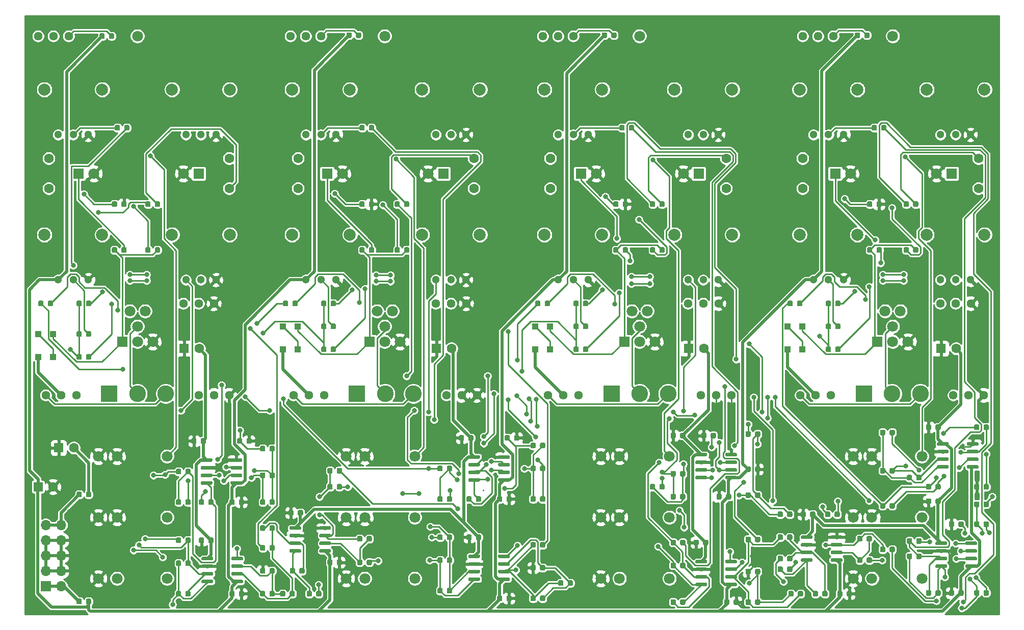
<source format=gbl>
G04 #@! TF.GenerationSoftware,KiCad,Pcbnew,(5.1.6-0-10_14)*
G04 #@! TF.CreationDate,2022-01-19T09:40:39+00:00*
G04 #@! TF.ProjectId,Quad Tube VCA,51756164-2054-4756-9265-205643412e6b,rev?*
G04 #@! TF.SameCoordinates,Original*
G04 #@! TF.FileFunction,Copper,L2,Bot*
G04 #@! TF.FilePolarity,Positive*
%FSLAX46Y46*%
G04 Gerber Fmt 4.6, Leading zero omitted, Abs format (unit mm)*
G04 Created by KiCad (PCBNEW (5.1.6-0-10_14)) date 2022-01-19 09:40:39*
%MOMM*%
%LPD*%
G01*
G04 APERTURE LIST*
G04 #@! TA.AperFunction,ComponentPad*
%ADD10C,2.775000*%
G04 #@! TD*
G04 #@! TA.AperFunction,ComponentPad*
%ADD11R,2.775000X2.775000*%
G04 #@! TD*
G04 #@! TA.AperFunction,ComponentPad*
%ADD12C,1.600000*%
G04 #@! TD*
G04 #@! TA.AperFunction,ComponentPad*
%ADD13R,1.600000X1.600000*%
G04 #@! TD*
G04 #@! TA.AperFunction,ComponentPad*
%ADD14C,1.800000*%
G04 #@! TD*
G04 #@! TA.AperFunction,ComponentPad*
%ADD15R,1.800000X1.800000*%
G04 #@! TD*
G04 #@! TA.AperFunction,ComponentPad*
%ADD16C,2.000000*%
G04 #@! TD*
G04 #@! TA.AperFunction,ComponentPad*
%ADD17C,1.300000*%
G04 #@! TD*
G04 #@! TA.AperFunction,ComponentPad*
%ADD18C,1.440000*%
G04 #@! TD*
G04 #@! TA.AperFunction,ComponentPad*
%ADD19O,1.700000X1.700000*%
G04 #@! TD*
G04 #@! TA.AperFunction,ComponentPad*
%ADD20R,1.700000X1.700000*%
G04 #@! TD*
G04 #@! TA.AperFunction,SMDPad,CuDef*
%ADD21R,1.000000X1.000000*%
G04 #@! TD*
G04 #@! TA.AperFunction,ViaPad*
%ADD22C,0.800000*%
G04 #@! TD*
G04 #@! TA.AperFunction,Conductor*
%ADD23C,0.250000*%
G04 #@! TD*
G04 #@! TA.AperFunction,Conductor*
%ADD24C,0.500000*%
G04 #@! TD*
G04 #@! TA.AperFunction,Conductor*
%ADD25C,0.254000*%
G04 #@! TD*
G04 APERTURE END LIST*
D10*
X89790000Y-107702500D03*
X85090000Y-107702500D03*
D11*
X80390000Y-107702500D03*
D10*
X130938000Y-107702500D03*
X126238000Y-107702500D03*
D11*
X121538000Y-107702500D03*
D10*
X173229000Y-107702500D03*
X168529000Y-107702500D03*
D11*
X163829000Y-107702500D03*
D10*
X215139000Y-107702500D03*
X210439000Y-107702500D03*
D11*
X205739000Y-107702500D03*
D12*
X221067000Y-100203000D03*
D13*
X218567000Y-100203000D03*
D12*
X179157000Y-100203000D03*
D13*
X176657000Y-100203000D03*
D12*
X137247000Y-100203000D03*
D13*
X134747000Y-100203000D03*
D12*
X95337000Y-100203000D03*
D13*
X92837000Y-100203000D03*
D12*
X74509000Y-116713000D03*
D13*
X72009000Y-116713000D03*
D12*
X71080000Y-123190000D03*
D13*
X68580000Y-123190000D03*
G04 #@! TA.AperFunction,SMDPad,CuDef*
G36*
G01*
X100687000Y-139088000D02*
X100687000Y-138788000D01*
G75*
G02*
X100837000Y-138638000I150000J0D01*
G01*
X102487000Y-138638000D01*
G75*
G02*
X102637000Y-138788000I0J-150000D01*
G01*
X102637000Y-139088000D01*
G75*
G02*
X102487000Y-139238000I-150000J0D01*
G01*
X100837000Y-139238000D01*
G75*
G02*
X100687000Y-139088000I0J150000D01*
G01*
G37*
G04 #@! TD.AperFunction*
G04 #@! TA.AperFunction,SMDPad,CuDef*
G36*
G01*
X100687000Y-137818000D02*
X100687000Y-137518000D01*
G75*
G02*
X100837000Y-137368000I150000J0D01*
G01*
X102487000Y-137368000D01*
G75*
G02*
X102637000Y-137518000I0J-150000D01*
G01*
X102637000Y-137818000D01*
G75*
G02*
X102487000Y-137968000I-150000J0D01*
G01*
X100837000Y-137968000D01*
G75*
G02*
X100687000Y-137818000I0J150000D01*
G01*
G37*
G04 #@! TD.AperFunction*
G04 #@! TA.AperFunction,SMDPad,CuDef*
G36*
G01*
X100687000Y-136548000D02*
X100687000Y-136248000D01*
G75*
G02*
X100837000Y-136098000I150000J0D01*
G01*
X102487000Y-136098000D01*
G75*
G02*
X102637000Y-136248000I0J-150000D01*
G01*
X102637000Y-136548000D01*
G75*
G02*
X102487000Y-136698000I-150000J0D01*
G01*
X100837000Y-136698000D01*
G75*
G02*
X100687000Y-136548000I0J150000D01*
G01*
G37*
G04 #@! TD.AperFunction*
G04 #@! TA.AperFunction,SMDPad,CuDef*
G36*
G01*
X100687000Y-135278000D02*
X100687000Y-134978000D01*
G75*
G02*
X100837000Y-134828000I150000J0D01*
G01*
X102487000Y-134828000D01*
G75*
G02*
X102637000Y-134978000I0J-150000D01*
G01*
X102637000Y-135278000D01*
G75*
G02*
X102487000Y-135428000I-150000J0D01*
G01*
X100837000Y-135428000D01*
G75*
G02*
X100687000Y-135278000I0J150000D01*
G01*
G37*
G04 #@! TD.AperFunction*
G04 #@! TA.AperFunction,SMDPad,CuDef*
G36*
G01*
X95737000Y-135278000D02*
X95737000Y-134978000D01*
G75*
G02*
X95887000Y-134828000I150000J0D01*
G01*
X97537000Y-134828000D01*
G75*
G02*
X97687000Y-134978000I0J-150000D01*
G01*
X97687000Y-135278000D01*
G75*
G02*
X97537000Y-135428000I-150000J0D01*
G01*
X95887000Y-135428000D01*
G75*
G02*
X95737000Y-135278000I0J150000D01*
G01*
G37*
G04 #@! TD.AperFunction*
G04 #@! TA.AperFunction,SMDPad,CuDef*
G36*
G01*
X95737000Y-136548000D02*
X95737000Y-136248000D01*
G75*
G02*
X95887000Y-136098000I150000J0D01*
G01*
X97537000Y-136098000D01*
G75*
G02*
X97687000Y-136248000I0J-150000D01*
G01*
X97687000Y-136548000D01*
G75*
G02*
X97537000Y-136698000I-150000J0D01*
G01*
X95887000Y-136698000D01*
G75*
G02*
X95737000Y-136548000I0J150000D01*
G01*
G37*
G04 #@! TD.AperFunction*
G04 #@! TA.AperFunction,SMDPad,CuDef*
G36*
G01*
X95737000Y-137818000D02*
X95737000Y-137518000D01*
G75*
G02*
X95887000Y-137368000I150000J0D01*
G01*
X97537000Y-137368000D01*
G75*
G02*
X97687000Y-137518000I0J-150000D01*
G01*
X97687000Y-137818000D01*
G75*
G02*
X97537000Y-137968000I-150000J0D01*
G01*
X95887000Y-137968000D01*
G75*
G02*
X95737000Y-137818000I0J150000D01*
G01*
G37*
G04 #@! TD.AperFunction*
G04 #@! TA.AperFunction,SMDPad,CuDef*
G36*
G01*
X95737000Y-139088000D02*
X95737000Y-138788000D01*
G75*
G02*
X95887000Y-138638000I150000J0D01*
G01*
X97537000Y-138638000D01*
G75*
G02*
X97687000Y-138788000I0J-150000D01*
G01*
X97687000Y-139088000D01*
G75*
G02*
X97537000Y-139238000I-150000J0D01*
G01*
X95887000Y-139238000D01*
G75*
G02*
X95737000Y-139088000I0J150000D01*
G01*
G37*
G04 #@! TD.AperFunction*
G04 #@! TA.AperFunction,SMDPad,CuDef*
G36*
G01*
X205517000Y-131569750D02*
X205517000Y-132082250D01*
G75*
G02*
X205298250Y-132301000I-218750J0D01*
G01*
X204860750Y-132301000D01*
G75*
G02*
X204642000Y-132082250I0J218750D01*
G01*
X204642000Y-131569750D01*
G75*
G02*
X204860750Y-131351000I218750J0D01*
G01*
X205298250Y-131351000D01*
G75*
G02*
X205517000Y-131569750I0J-218750D01*
G01*
G37*
G04 #@! TD.AperFunction*
G04 #@! TA.AperFunction,SMDPad,CuDef*
G36*
G01*
X207092000Y-131569750D02*
X207092000Y-132082250D01*
G75*
G02*
X206873250Y-132301000I-218750J0D01*
G01*
X206435750Y-132301000D01*
G75*
G02*
X206217000Y-132082250I0J218750D01*
G01*
X206217000Y-131569750D01*
G75*
G02*
X206435750Y-131351000I218750J0D01*
G01*
X206873250Y-131351000D01*
G75*
G02*
X207092000Y-131569750I0J-218750D01*
G01*
G37*
G04 #@! TD.AperFunction*
G04 #@! TA.AperFunction,SMDPad,CuDef*
G36*
G01*
X198851000Y-141226250D02*
X198851000Y-140713750D01*
G75*
G02*
X199069750Y-140495000I218750J0D01*
G01*
X199507250Y-140495000D01*
G75*
G02*
X199726000Y-140713750I0J-218750D01*
G01*
X199726000Y-141226250D01*
G75*
G02*
X199507250Y-141445000I-218750J0D01*
G01*
X199069750Y-141445000D01*
G75*
G02*
X198851000Y-141226250I0J218750D01*
G01*
G37*
G04 #@! TD.AperFunction*
G04 #@! TA.AperFunction,SMDPad,CuDef*
G36*
G01*
X197276000Y-141226250D02*
X197276000Y-140713750D01*
G75*
G02*
X197494750Y-140495000I218750J0D01*
G01*
X197932250Y-140495000D01*
G75*
G02*
X198151000Y-140713750I0J-218750D01*
G01*
X198151000Y-141226250D01*
G75*
G02*
X197932250Y-141445000I-218750J0D01*
G01*
X197494750Y-141445000D01*
G75*
G02*
X197276000Y-141226250I0J218750D01*
G01*
G37*
G04 #@! TD.AperFunction*
G04 #@! TA.AperFunction,SMDPad,CuDef*
G36*
G01*
X122459000Y-131569750D02*
X122459000Y-132082250D01*
G75*
G02*
X122240250Y-132301000I-218750J0D01*
G01*
X121802750Y-132301000D01*
G75*
G02*
X121584000Y-132082250I0J218750D01*
G01*
X121584000Y-131569750D01*
G75*
G02*
X121802750Y-131351000I218750J0D01*
G01*
X122240250Y-131351000D01*
G75*
G02*
X122459000Y-131569750I0J-218750D01*
G01*
G37*
G04 #@! TD.AperFunction*
G04 #@! TA.AperFunction,SMDPad,CuDef*
G36*
G01*
X124034000Y-131569750D02*
X124034000Y-132082250D01*
G75*
G02*
X123815250Y-132301000I-218750J0D01*
G01*
X123377750Y-132301000D01*
G75*
G02*
X123159000Y-132082250I0J218750D01*
G01*
X123159000Y-131569750D01*
G75*
G02*
X123377750Y-131351000I218750J0D01*
G01*
X123815250Y-131351000D01*
G75*
G02*
X124034000Y-131569750I0J-218750D01*
G01*
G37*
G04 #@! TD.AperFunction*
G04 #@! TA.AperFunction,SMDPad,CuDef*
G36*
G01*
X111983000Y-137416250D02*
X111983000Y-136903750D01*
G75*
G02*
X112201750Y-136685000I218750J0D01*
G01*
X112639250Y-136685000D01*
G75*
G02*
X112858000Y-136903750I0J-218750D01*
G01*
X112858000Y-137416250D01*
G75*
G02*
X112639250Y-137635000I-218750J0D01*
G01*
X112201750Y-137635000D01*
G75*
G02*
X111983000Y-137416250I0J218750D01*
G01*
G37*
G04 #@! TD.AperFunction*
G04 #@! TA.AperFunction,SMDPad,CuDef*
G36*
G01*
X110408000Y-137416250D02*
X110408000Y-136903750D01*
G75*
G02*
X110626750Y-136685000I218750J0D01*
G01*
X111064250Y-136685000D01*
G75*
G02*
X111283000Y-136903750I0J-218750D01*
G01*
X111283000Y-137416250D01*
G75*
G02*
X111064250Y-137635000I-218750J0D01*
G01*
X110626750Y-137635000D01*
G75*
G02*
X110408000Y-137416250I0J218750D01*
G01*
G37*
G04 #@! TD.AperFunction*
G04 #@! TA.AperFunction,SMDPad,CuDef*
G36*
G01*
X200183000Y-127505750D02*
X200183000Y-128018250D01*
G75*
G02*
X199964250Y-128237000I-218750J0D01*
G01*
X199526750Y-128237000D01*
G75*
G02*
X199308000Y-128018250I0J218750D01*
G01*
X199308000Y-127505750D01*
G75*
G02*
X199526750Y-127287000I218750J0D01*
G01*
X199964250Y-127287000D01*
G75*
G02*
X200183000Y-127505750I0J-218750D01*
G01*
G37*
G04 #@! TD.AperFunction*
G04 #@! TA.AperFunction,SMDPad,CuDef*
G36*
G01*
X201758000Y-127505750D02*
X201758000Y-128018250D01*
G75*
G02*
X201539250Y-128237000I-218750J0D01*
G01*
X201101750Y-128237000D01*
G75*
G02*
X200883000Y-128018250I0J218750D01*
G01*
X200883000Y-127505750D01*
G75*
G02*
X201101750Y-127287000I218750J0D01*
G01*
X201539250Y-127287000D01*
G75*
G02*
X201758000Y-127505750I0J-218750D01*
G01*
G37*
G04 #@! TD.AperFunction*
G04 #@! TA.AperFunction,SMDPad,CuDef*
G36*
G01*
X192309000Y-134871750D02*
X192309000Y-135384250D01*
G75*
G02*
X192090250Y-135603000I-218750J0D01*
G01*
X191652750Y-135603000D01*
G75*
G02*
X191434000Y-135384250I0J218750D01*
G01*
X191434000Y-134871750D01*
G75*
G02*
X191652750Y-134653000I218750J0D01*
G01*
X192090250Y-134653000D01*
G75*
G02*
X192309000Y-134871750I0J-218750D01*
G01*
G37*
G04 #@! TD.AperFunction*
G04 #@! TA.AperFunction,SMDPad,CuDef*
G36*
G01*
X193884000Y-134871750D02*
X193884000Y-135384250D01*
G75*
G02*
X193665250Y-135603000I-218750J0D01*
G01*
X193227750Y-135603000D01*
G75*
G02*
X193009000Y-135384250I0J218750D01*
G01*
X193009000Y-134871750D01*
G75*
G02*
X193227750Y-134653000I218750J0D01*
G01*
X193665250Y-134653000D01*
G75*
G02*
X193884000Y-134871750I0J-218750D01*
G01*
G37*
G04 #@! TD.AperFunction*
G04 #@! TA.AperFunction,SMDPad,CuDef*
G36*
G01*
X118206000Y-123446250D02*
X118206000Y-122933750D01*
G75*
G02*
X118424750Y-122715000I218750J0D01*
G01*
X118862250Y-122715000D01*
G75*
G02*
X119081000Y-122933750I0J-218750D01*
G01*
X119081000Y-123446250D01*
G75*
G02*
X118862250Y-123665000I-218750J0D01*
G01*
X118424750Y-123665000D01*
G75*
G02*
X118206000Y-123446250I0J218750D01*
G01*
G37*
G04 #@! TD.AperFunction*
G04 #@! TA.AperFunction,SMDPad,CuDef*
G36*
G01*
X116631000Y-123446250D02*
X116631000Y-122933750D01*
G75*
G02*
X116849750Y-122715000I218750J0D01*
G01*
X117287250Y-122715000D01*
G75*
G02*
X117506000Y-122933750I0J-218750D01*
G01*
X117506000Y-123446250D01*
G75*
G02*
X117287250Y-123665000I-218750J0D01*
G01*
X116849750Y-123665000D01*
G75*
G02*
X116631000Y-123446250I0J218750D01*
G01*
G37*
G04 #@! TD.AperFunction*
G04 #@! TA.AperFunction,SMDPad,CuDef*
G36*
G01*
X210027000Y-133860250D02*
X210027000Y-133347750D01*
G75*
G02*
X210245750Y-133129000I218750J0D01*
G01*
X210683250Y-133129000D01*
G75*
G02*
X210902000Y-133347750I0J-218750D01*
G01*
X210902000Y-133860250D01*
G75*
G02*
X210683250Y-134079000I-218750J0D01*
G01*
X210245750Y-134079000D01*
G75*
G02*
X210027000Y-133860250I0J218750D01*
G01*
G37*
G04 #@! TD.AperFunction*
G04 #@! TA.AperFunction,SMDPad,CuDef*
G36*
G01*
X208452000Y-133860250D02*
X208452000Y-133347750D01*
G75*
G02*
X208670750Y-133129000I218750J0D01*
G01*
X209108250Y-133129000D01*
G75*
G02*
X209327000Y-133347750I0J-218750D01*
G01*
X209327000Y-133860250D01*
G75*
G02*
X209108250Y-134079000I-218750J0D01*
G01*
X208670750Y-134079000D01*
G75*
G02*
X208452000Y-133860250I0J218750D01*
G01*
G37*
G04 #@! TD.AperFunction*
G04 #@! TA.AperFunction,SMDPad,CuDef*
G36*
G01*
X192309000Y-131315750D02*
X192309000Y-131828250D01*
G75*
G02*
X192090250Y-132047000I-218750J0D01*
G01*
X191652750Y-132047000D01*
G75*
G02*
X191434000Y-131828250I0J218750D01*
G01*
X191434000Y-131315750D01*
G75*
G02*
X191652750Y-131097000I218750J0D01*
G01*
X192090250Y-131097000D01*
G75*
G02*
X192309000Y-131315750I0J-218750D01*
G01*
G37*
G04 #@! TD.AperFunction*
G04 #@! TA.AperFunction,SMDPad,CuDef*
G36*
G01*
X193884000Y-131315750D02*
X193884000Y-131828250D01*
G75*
G02*
X193665250Y-132047000I-218750J0D01*
G01*
X193227750Y-132047000D01*
G75*
G02*
X193009000Y-131828250I0J218750D01*
G01*
X193009000Y-131315750D01*
G75*
G02*
X193227750Y-131097000I218750J0D01*
G01*
X193665250Y-131097000D01*
G75*
G02*
X193884000Y-131315750I0J-218750D01*
G01*
G37*
G04 #@! TD.AperFunction*
G04 #@! TA.AperFunction,SMDPad,CuDef*
G36*
G01*
X118206000Y-120779250D02*
X118206000Y-120266750D01*
G75*
G02*
X118424750Y-120048000I218750J0D01*
G01*
X118862250Y-120048000D01*
G75*
G02*
X119081000Y-120266750I0J-218750D01*
G01*
X119081000Y-120779250D01*
G75*
G02*
X118862250Y-120998000I-218750J0D01*
G01*
X118424750Y-120998000D01*
G75*
G02*
X118206000Y-120779250I0J218750D01*
G01*
G37*
G04 #@! TD.AperFunction*
G04 #@! TA.AperFunction,SMDPad,CuDef*
G36*
G01*
X116631000Y-120779250D02*
X116631000Y-120266750D01*
G75*
G02*
X116849750Y-120048000I218750J0D01*
G01*
X117287250Y-120048000D01*
G75*
G02*
X117506000Y-120266750I0J-218750D01*
G01*
X117506000Y-120779250D01*
G75*
G02*
X117287250Y-120998000I-218750J0D01*
G01*
X116849750Y-120998000D01*
G75*
G02*
X116631000Y-120779250I0J218750D01*
G01*
G37*
G04 #@! TD.AperFunction*
G04 #@! TA.AperFunction,SMDPad,CuDef*
G36*
G01*
X107030000Y-130304250D02*
X107030000Y-129791750D01*
G75*
G02*
X107248750Y-129573000I218750J0D01*
G01*
X107686250Y-129573000D01*
G75*
G02*
X107905000Y-129791750I0J-218750D01*
G01*
X107905000Y-130304250D01*
G75*
G02*
X107686250Y-130523000I-218750J0D01*
G01*
X107248750Y-130523000D01*
G75*
G02*
X107030000Y-130304250I0J218750D01*
G01*
G37*
G04 #@! TD.AperFunction*
G04 #@! TA.AperFunction,SMDPad,CuDef*
G36*
G01*
X105455000Y-130304250D02*
X105455000Y-129791750D01*
G75*
G02*
X105673750Y-129573000I218750J0D01*
G01*
X106111250Y-129573000D01*
G75*
G02*
X106330000Y-129791750I0J-218750D01*
G01*
X106330000Y-130304250D01*
G75*
G02*
X106111250Y-130523000I-218750J0D01*
G01*
X105673750Y-130523000D01*
G75*
G02*
X105455000Y-130304250I0J218750D01*
G01*
G37*
G04 #@! TD.AperFunction*
G04 #@! TA.AperFunction,SMDPad,CuDef*
G36*
G01*
X200255000Y-135532000D02*
X200255000Y-135232000D01*
G75*
G02*
X200405000Y-135082000I150000J0D01*
G01*
X202055000Y-135082000D01*
G75*
G02*
X202205000Y-135232000I0J-150000D01*
G01*
X202205000Y-135532000D01*
G75*
G02*
X202055000Y-135682000I-150000J0D01*
G01*
X200405000Y-135682000D01*
G75*
G02*
X200255000Y-135532000I0J150000D01*
G01*
G37*
G04 #@! TD.AperFunction*
G04 #@! TA.AperFunction,SMDPad,CuDef*
G36*
G01*
X200255000Y-134262000D02*
X200255000Y-133962000D01*
G75*
G02*
X200405000Y-133812000I150000J0D01*
G01*
X202055000Y-133812000D01*
G75*
G02*
X202205000Y-133962000I0J-150000D01*
G01*
X202205000Y-134262000D01*
G75*
G02*
X202055000Y-134412000I-150000J0D01*
G01*
X200405000Y-134412000D01*
G75*
G02*
X200255000Y-134262000I0J150000D01*
G01*
G37*
G04 #@! TD.AperFunction*
G04 #@! TA.AperFunction,SMDPad,CuDef*
G36*
G01*
X200255000Y-132992000D02*
X200255000Y-132692000D01*
G75*
G02*
X200405000Y-132542000I150000J0D01*
G01*
X202055000Y-132542000D01*
G75*
G02*
X202205000Y-132692000I0J-150000D01*
G01*
X202205000Y-132992000D01*
G75*
G02*
X202055000Y-133142000I-150000J0D01*
G01*
X200405000Y-133142000D01*
G75*
G02*
X200255000Y-132992000I0J150000D01*
G01*
G37*
G04 #@! TD.AperFunction*
G04 #@! TA.AperFunction,SMDPad,CuDef*
G36*
G01*
X200255000Y-131722000D02*
X200255000Y-131422000D01*
G75*
G02*
X200405000Y-131272000I150000J0D01*
G01*
X202055000Y-131272000D01*
G75*
G02*
X202205000Y-131422000I0J-150000D01*
G01*
X202205000Y-131722000D01*
G75*
G02*
X202055000Y-131872000I-150000J0D01*
G01*
X200405000Y-131872000D01*
G75*
G02*
X200255000Y-131722000I0J150000D01*
G01*
G37*
G04 #@! TD.AperFunction*
G04 #@! TA.AperFunction,SMDPad,CuDef*
G36*
G01*
X195305000Y-131722000D02*
X195305000Y-131422000D01*
G75*
G02*
X195455000Y-131272000I150000J0D01*
G01*
X197105000Y-131272000D01*
G75*
G02*
X197255000Y-131422000I0J-150000D01*
G01*
X197255000Y-131722000D01*
G75*
G02*
X197105000Y-131872000I-150000J0D01*
G01*
X195455000Y-131872000D01*
G75*
G02*
X195305000Y-131722000I0J150000D01*
G01*
G37*
G04 #@! TD.AperFunction*
G04 #@! TA.AperFunction,SMDPad,CuDef*
G36*
G01*
X195305000Y-132992000D02*
X195305000Y-132692000D01*
G75*
G02*
X195455000Y-132542000I150000J0D01*
G01*
X197105000Y-132542000D01*
G75*
G02*
X197255000Y-132692000I0J-150000D01*
G01*
X197255000Y-132992000D01*
G75*
G02*
X197105000Y-133142000I-150000J0D01*
G01*
X195455000Y-133142000D01*
G75*
G02*
X195305000Y-132992000I0J150000D01*
G01*
G37*
G04 #@! TD.AperFunction*
G04 #@! TA.AperFunction,SMDPad,CuDef*
G36*
G01*
X195305000Y-134262000D02*
X195305000Y-133962000D01*
G75*
G02*
X195455000Y-133812000I150000J0D01*
G01*
X197105000Y-133812000D01*
G75*
G02*
X197255000Y-133962000I0J-150000D01*
G01*
X197255000Y-134262000D01*
G75*
G02*
X197105000Y-134412000I-150000J0D01*
G01*
X195455000Y-134412000D01*
G75*
G02*
X195305000Y-134262000I0J150000D01*
G01*
G37*
G04 #@! TD.AperFunction*
G04 #@! TA.AperFunction,SMDPad,CuDef*
G36*
G01*
X195305000Y-135532000D02*
X195305000Y-135232000D01*
G75*
G02*
X195455000Y-135082000I150000J0D01*
G01*
X197105000Y-135082000D01*
G75*
G02*
X197255000Y-135232000I0J-150000D01*
G01*
X197255000Y-135532000D01*
G75*
G02*
X197105000Y-135682000I-150000J0D01*
G01*
X195455000Y-135682000D01*
G75*
G02*
X195305000Y-135532000I0J150000D01*
G01*
G37*
G04 #@! TD.AperFunction*
G04 #@! TA.AperFunction,SMDPad,CuDef*
G36*
G01*
X115292000Y-134008000D02*
X115292000Y-133708000D01*
G75*
G02*
X115442000Y-133558000I150000J0D01*
G01*
X117092000Y-133558000D01*
G75*
G02*
X117242000Y-133708000I0J-150000D01*
G01*
X117242000Y-134008000D01*
G75*
G02*
X117092000Y-134158000I-150000J0D01*
G01*
X115442000Y-134158000D01*
G75*
G02*
X115292000Y-134008000I0J150000D01*
G01*
G37*
G04 #@! TD.AperFunction*
G04 #@! TA.AperFunction,SMDPad,CuDef*
G36*
G01*
X115292000Y-132738000D02*
X115292000Y-132438000D01*
G75*
G02*
X115442000Y-132288000I150000J0D01*
G01*
X117092000Y-132288000D01*
G75*
G02*
X117242000Y-132438000I0J-150000D01*
G01*
X117242000Y-132738000D01*
G75*
G02*
X117092000Y-132888000I-150000J0D01*
G01*
X115442000Y-132888000D01*
G75*
G02*
X115292000Y-132738000I0J150000D01*
G01*
G37*
G04 #@! TD.AperFunction*
G04 #@! TA.AperFunction,SMDPad,CuDef*
G36*
G01*
X115292000Y-131468000D02*
X115292000Y-131168000D01*
G75*
G02*
X115442000Y-131018000I150000J0D01*
G01*
X117092000Y-131018000D01*
G75*
G02*
X117242000Y-131168000I0J-150000D01*
G01*
X117242000Y-131468000D01*
G75*
G02*
X117092000Y-131618000I-150000J0D01*
G01*
X115442000Y-131618000D01*
G75*
G02*
X115292000Y-131468000I0J150000D01*
G01*
G37*
G04 #@! TD.AperFunction*
G04 #@! TA.AperFunction,SMDPad,CuDef*
G36*
G01*
X115292000Y-130198000D02*
X115292000Y-129898000D01*
G75*
G02*
X115442000Y-129748000I150000J0D01*
G01*
X117092000Y-129748000D01*
G75*
G02*
X117242000Y-129898000I0J-150000D01*
G01*
X117242000Y-130198000D01*
G75*
G02*
X117092000Y-130348000I-150000J0D01*
G01*
X115442000Y-130348000D01*
G75*
G02*
X115292000Y-130198000I0J150000D01*
G01*
G37*
G04 #@! TD.AperFunction*
G04 #@! TA.AperFunction,SMDPad,CuDef*
G36*
G01*
X110342000Y-130198000D02*
X110342000Y-129898000D01*
G75*
G02*
X110492000Y-129748000I150000J0D01*
G01*
X112142000Y-129748000D01*
G75*
G02*
X112292000Y-129898000I0J-150000D01*
G01*
X112292000Y-130198000D01*
G75*
G02*
X112142000Y-130348000I-150000J0D01*
G01*
X110492000Y-130348000D01*
G75*
G02*
X110342000Y-130198000I0J150000D01*
G01*
G37*
G04 #@! TD.AperFunction*
G04 #@! TA.AperFunction,SMDPad,CuDef*
G36*
G01*
X110342000Y-131468000D02*
X110342000Y-131168000D01*
G75*
G02*
X110492000Y-131018000I150000J0D01*
G01*
X112142000Y-131018000D01*
G75*
G02*
X112292000Y-131168000I0J-150000D01*
G01*
X112292000Y-131468000D01*
G75*
G02*
X112142000Y-131618000I-150000J0D01*
G01*
X110492000Y-131618000D01*
G75*
G02*
X110342000Y-131468000I0J150000D01*
G01*
G37*
G04 #@! TD.AperFunction*
G04 #@! TA.AperFunction,SMDPad,CuDef*
G36*
G01*
X110342000Y-132738000D02*
X110342000Y-132438000D01*
G75*
G02*
X110492000Y-132288000I150000J0D01*
G01*
X112142000Y-132288000D01*
G75*
G02*
X112292000Y-132438000I0J-150000D01*
G01*
X112292000Y-132738000D01*
G75*
G02*
X112142000Y-132888000I-150000J0D01*
G01*
X110492000Y-132888000D01*
G75*
G02*
X110342000Y-132738000I0J150000D01*
G01*
G37*
G04 #@! TD.AperFunction*
G04 #@! TA.AperFunction,SMDPad,CuDef*
G36*
G01*
X110342000Y-134008000D02*
X110342000Y-133708000D01*
G75*
G02*
X110492000Y-133558000I150000J0D01*
G01*
X112142000Y-133558000D01*
G75*
G02*
X112292000Y-133708000I0J-150000D01*
G01*
X112292000Y-134008000D01*
G75*
G02*
X112142000Y-134158000I-150000J0D01*
G01*
X110492000Y-134158000D01*
G75*
G02*
X110342000Y-134008000I0J150000D01*
G01*
G37*
G04 #@! TD.AperFunction*
G04 #@! TA.AperFunction,SMDPad,CuDef*
G36*
G01*
X196819000Y-128018250D02*
X196819000Y-127505750D01*
G75*
G02*
X197037750Y-127287000I218750J0D01*
G01*
X197475250Y-127287000D01*
G75*
G02*
X197694000Y-127505750I0J-218750D01*
G01*
X197694000Y-128018250D01*
G75*
G02*
X197475250Y-128237000I-218750J0D01*
G01*
X197037750Y-128237000D01*
G75*
G02*
X196819000Y-128018250I0J218750D01*
G01*
G37*
G04 #@! TD.AperFunction*
G04 #@! TA.AperFunction,SMDPad,CuDef*
G36*
G01*
X195244000Y-128018250D02*
X195244000Y-127505750D01*
G75*
G02*
X195462750Y-127287000I218750J0D01*
G01*
X195900250Y-127287000D01*
G75*
G02*
X196119000Y-127505750I0J-218750D01*
G01*
X196119000Y-128018250D01*
G75*
G02*
X195900250Y-128237000I-218750J0D01*
G01*
X195462750Y-128237000D01*
G75*
G02*
X195244000Y-128018250I0J218750D01*
G01*
G37*
G04 #@! TD.AperFunction*
G04 #@! TA.AperFunction,SMDPad,CuDef*
G36*
G01*
X202915000Y-141226250D02*
X202915000Y-140713750D01*
G75*
G02*
X203133750Y-140495000I218750J0D01*
G01*
X203571250Y-140495000D01*
G75*
G02*
X203790000Y-140713750I0J-218750D01*
G01*
X203790000Y-141226250D01*
G75*
G02*
X203571250Y-141445000I-218750J0D01*
G01*
X203133750Y-141445000D01*
G75*
G02*
X202915000Y-141226250I0J218750D01*
G01*
G37*
G04 #@! TD.AperFunction*
G04 #@! TA.AperFunction,SMDPad,CuDef*
G36*
G01*
X201340000Y-141226250D02*
X201340000Y-140713750D01*
G75*
G02*
X201558750Y-140495000I218750J0D01*
G01*
X201996250Y-140495000D01*
G75*
G02*
X202215000Y-140713750I0J-218750D01*
G01*
X202215000Y-141226250D01*
G75*
G02*
X201996250Y-141445000I-218750J0D01*
G01*
X201558750Y-141445000D01*
G75*
G02*
X201340000Y-141226250I0J218750D01*
G01*
G37*
G04 #@! TD.AperFunction*
G04 #@! TA.AperFunction,SMDPad,CuDef*
G36*
G01*
X111729000Y-127764250D02*
X111729000Y-127251750D01*
G75*
G02*
X111947750Y-127033000I218750J0D01*
G01*
X112385250Y-127033000D01*
G75*
G02*
X112604000Y-127251750I0J-218750D01*
G01*
X112604000Y-127764250D01*
G75*
G02*
X112385250Y-127983000I-218750J0D01*
G01*
X111947750Y-127983000D01*
G75*
G02*
X111729000Y-127764250I0J218750D01*
G01*
G37*
G04 #@! TD.AperFunction*
G04 #@! TA.AperFunction,SMDPad,CuDef*
G36*
G01*
X110154000Y-127764250D02*
X110154000Y-127251750D01*
G75*
G02*
X110372750Y-127033000I218750J0D01*
G01*
X110810250Y-127033000D01*
G75*
G02*
X111029000Y-127251750I0J-218750D01*
G01*
X111029000Y-127764250D01*
G75*
G02*
X110810250Y-127983000I-218750J0D01*
G01*
X110372750Y-127983000D01*
G75*
G02*
X110154000Y-127764250I0J218750D01*
G01*
G37*
G04 #@! TD.AperFunction*
G04 #@! TA.AperFunction,SMDPad,CuDef*
G36*
G01*
X118206000Y-136019250D02*
X118206000Y-135506750D01*
G75*
G02*
X118424750Y-135288000I218750J0D01*
G01*
X118862250Y-135288000D01*
G75*
G02*
X119081000Y-135506750I0J-218750D01*
G01*
X119081000Y-136019250D01*
G75*
G02*
X118862250Y-136238000I-218750J0D01*
G01*
X118424750Y-136238000D01*
G75*
G02*
X118206000Y-136019250I0J218750D01*
G01*
G37*
G04 #@! TD.AperFunction*
G04 #@! TA.AperFunction,SMDPad,CuDef*
G36*
G01*
X116631000Y-136019250D02*
X116631000Y-135506750D01*
G75*
G02*
X116849750Y-135288000I218750J0D01*
G01*
X117287250Y-135288000D01*
G75*
G02*
X117506000Y-135506750I0J-218750D01*
G01*
X117506000Y-136019250D01*
G75*
G02*
X117287250Y-136238000I-218750J0D01*
G01*
X116849750Y-136238000D01*
G75*
G02*
X116631000Y-136019250I0J218750D01*
G01*
G37*
G04 #@! TD.AperFunction*
D14*
X126153333Y-48260000D03*
X126153333Y-96520000D03*
X124883333Y-93980000D03*
X127423333Y-93980000D03*
X128693333Y-99060000D03*
X126153333Y-99060000D03*
D15*
X123613333Y-99060000D03*
D14*
X85090000Y-48260000D03*
X85090000Y-96520000D03*
X83820000Y-93980000D03*
X86360000Y-93980000D03*
X87630000Y-99060000D03*
X85090000Y-99060000D03*
D15*
X82550000Y-99060000D03*
D14*
X210550000Y-48260000D03*
X210550000Y-96520000D03*
X209280000Y-93980000D03*
X211820000Y-93980000D03*
X213090000Y-99060000D03*
X210550000Y-99060000D03*
D15*
X208010000Y-99060000D03*
D14*
X168486666Y-48260000D03*
X168486666Y-96520000D03*
X167216666Y-93980000D03*
X169756666Y-93980000D03*
X171026666Y-99060000D03*
X168486666Y-99060000D03*
D15*
X165946666Y-99060000D03*
D16*
X204680000Y-57150000D03*
X195080000Y-57150000D03*
D17*
X202380000Y-64650000D03*
X199880000Y-64650000D03*
X197380000Y-64650000D03*
D16*
X162280000Y-57150000D03*
X152680000Y-57150000D03*
D17*
X159980000Y-64650000D03*
X157480000Y-64650000D03*
X154980000Y-64650000D03*
D16*
X120370000Y-57150000D03*
X110770000Y-57150000D03*
D17*
X118070000Y-64650000D03*
X115570000Y-64650000D03*
X113070000Y-64650000D03*
D16*
X79222000Y-57150000D03*
X69622000Y-57150000D03*
D17*
X76922000Y-64650000D03*
X74422000Y-64650000D03*
X71922000Y-64650000D03*
D16*
X204680000Y-81280000D03*
X195080000Y-81280000D03*
D17*
X202380000Y-88780000D03*
X199880000Y-88780000D03*
X197380000Y-88780000D03*
D16*
X162280000Y-81280000D03*
X152680000Y-81280000D03*
D17*
X159980000Y-88780000D03*
X157480000Y-88780000D03*
X154980000Y-88780000D03*
D16*
X120370000Y-81280000D03*
X110770000Y-81280000D03*
D17*
X118070000Y-88780000D03*
X115570000Y-88780000D03*
X113070000Y-88780000D03*
D16*
X79222000Y-81280000D03*
X69622000Y-81280000D03*
D17*
X76922000Y-88780000D03*
X74422000Y-88780000D03*
X71922000Y-88780000D03*
D16*
X225780000Y-57150000D03*
X216180000Y-57150000D03*
D17*
X223480000Y-64650000D03*
X220980000Y-64650000D03*
X218480000Y-64650000D03*
D16*
X183870000Y-57150000D03*
X174270000Y-57150000D03*
D17*
X181570000Y-64650000D03*
X179070000Y-64650000D03*
X176570000Y-64650000D03*
D16*
X141960000Y-57150000D03*
X132360000Y-57150000D03*
D17*
X139660000Y-64650000D03*
X137160000Y-64650000D03*
X134660000Y-64650000D03*
D16*
X100431000Y-57150000D03*
X90831000Y-57150000D03*
D17*
X98131000Y-64650000D03*
X95631000Y-64650000D03*
X93131000Y-64650000D03*
D16*
X225780000Y-81280000D03*
X216180000Y-81280000D03*
D17*
X223480000Y-88780000D03*
X220980000Y-88780000D03*
X218480000Y-88780000D03*
D16*
X183870000Y-81280000D03*
X174270000Y-81280000D03*
D17*
X181570000Y-88780000D03*
X179070000Y-88780000D03*
X176570000Y-88780000D03*
D16*
X141960000Y-81280000D03*
X132360000Y-81280000D03*
D17*
X139660000Y-88780000D03*
X137160000Y-88780000D03*
X134660000Y-88780000D03*
D16*
X100431000Y-81280000D03*
X90831000Y-81280000D03*
D17*
X98131000Y-88780000D03*
X95631000Y-88780000D03*
X93131000Y-88780000D03*
D14*
X215389000Y-138430000D03*
X203989000Y-138430000D03*
X207089000Y-138430000D03*
X173449000Y-138430000D03*
X162049000Y-138430000D03*
X165149000Y-138430000D03*
X131158000Y-138430000D03*
X119758000Y-138430000D03*
X122858000Y-138430000D03*
X90010000Y-138430000D03*
X78610000Y-138430000D03*
X81710000Y-138430000D03*
X215389000Y-118110000D03*
X203989000Y-118110000D03*
X207089000Y-118110000D03*
X173449000Y-118110000D03*
X162049000Y-118110000D03*
X165149000Y-118110000D03*
X131158000Y-118110000D03*
X119758000Y-118110000D03*
X122858000Y-118110000D03*
X90010000Y-118110000D03*
X78610000Y-118110000D03*
X81710000Y-118110000D03*
X215389000Y-128270000D03*
X203989000Y-128270000D03*
X207089000Y-128270000D03*
X173449000Y-128270000D03*
X162049000Y-128270000D03*
X165149000Y-128270000D03*
X131158000Y-128270000D03*
X119758000Y-128270000D03*
X122858000Y-128270000D03*
X90010000Y-128270000D03*
X78610000Y-128270000D03*
X81710000Y-128270000D03*
G04 #@! TA.AperFunction,SMDPad,CuDef*
G36*
G01*
X186975000Y-142110750D02*
X186975000Y-142623250D01*
G75*
G02*
X186756250Y-142842000I-218750J0D01*
G01*
X186318750Y-142842000D01*
G75*
G02*
X186100000Y-142623250I0J218750D01*
G01*
X186100000Y-142110750D01*
G75*
G02*
X186318750Y-141892000I218750J0D01*
G01*
X186756250Y-141892000D01*
G75*
G02*
X186975000Y-142110750I0J-218750D01*
G01*
G37*
G04 #@! TD.AperFunction*
G04 #@! TA.AperFunction,SMDPad,CuDef*
G36*
G01*
X188550000Y-142110750D02*
X188550000Y-142623250D01*
G75*
G02*
X188331250Y-142842000I-218750J0D01*
G01*
X187893750Y-142842000D01*
G75*
G02*
X187675000Y-142623250I0J218750D01*
G01*
X187675000Y-142110750D01*
G75*
G02*
X187893750Y-141892000I218750J0D01*
G01*
X188331250Y-141892000D01*
G75*
G02*
X188550000Y-142110750I0J-218750D01*
G01*
G37*
G04 #@! TD.AperFunction*
G04 #@! TA.AperFunction,SMDPad,CuDef*
G36*
G01*
X187675000Y-137543250D02*
X187675000Y-137030750D01*
G75*
G02*
X187893750Y-136812000I218750J0D01*
G01*
X188331250Y-136812000D01*
G75*
G02*
X188550000Y-137030750I0J-218750D01*
G01*
X188550000Y-137543250D01*
G75*
G02*
X188331250Y-137762000I-218750J0D01*
G01*
X187893750Y-137762000D01*
G75*
G02*
X187675000Y-137543250I0J218750D01*
G01*
G37*
G04 #@! TD.AperFunction*
G04 #@! TA.AperFunction,SMDPad,CuDef*
G36*
G01*
X186100000Y-137543250D02*
X186100000Y-137030750D01*
G75*
G02*
X186318750Y-136812000I218750J0D01*
G01*
X186756250Y-136812000D01*
G75*
G02*
X186975000Y-137030750I0J-218750D01*
G01*
X186975000Y-137543250D01*
G75*
G02*
X186756250Y-137762000I-218750J0D01*
G01*
X186318750Y-137762000D01*
G75*
G02*
X186100000Y-137543250I0J218750D01*
G01*
G37*
G04 #@! TD.AperFunction*
D18*
X195580000Y-48260000D03*
X198120000Y-48260000D03*
X200660000Y-48260000D03*
X152400000Y-48260000D03*
X154940000Y-48260000D03*
X157480000Y-48260000D03*
X110490000Y-48260000D03*
X113030000Y-48260000D03*
X115570000Y-48260000D03*
X68580000Y-48260000D03*
X71120000Y-48260000D03*
X73660000Y-48260000D03*
X220599000Y-107950000D03*
X223139000Y-107950000D03*
X225679000Y-107950000D03*
X178689000Y-107950000D03*
X181229000Y-107950000D03*
X183769000Y-107950000D03*
X136398000Y-107950000D03*
X138938000Y-107950000D03*
X141478000Y-107950000D03*
X95250000Y-107950000D03*
X97790000Y-107950000D03*
X100330000Y-107950000D03*
X218440000Y-92710000D03*
X220980000Y-92710000D03*
X223520000Y-92710000D03*
X176530000Y-92710000D03*
X179070000Y-92710000D03*
X181610000Y-92710000D03*
X134620000Y-92710000D03*
X137160000Y-92710000D03*
X139700000Y-92710000D03*
X92710000Y-92710000D03*
X95250000Y-92710000D03*
X97790000Y-92710000D03*
X195199000Y-107950000D03*
X197739000Y-107950000D03*
X200279000Y-107950000D03*
X153289000Y-107950000D03*
X155829000Y-107950000D03*
X158369000Y-107950000D03*
X110998000Y-107950000D03*
X113538000Y-107950000D03*
X116078000Y-107950000D03*
X69850000Y-107950000D03*
X72390000Y-107950000D03*
X74930000Y-107950000D03*
G04 #@! TA.AperFunction,SMDPad,CuDef*
G36*
G01*
X225648000Y-113540250D02*
X225648000Y-113027750D01*
G75*
G02*
X225866750Y-112809000I218750J0D01*
G01*
X226304250Y-112809000D01*
G75*
G02*
X226523000Y-113027750I0J-218750D01*
G01*
X226523000Y-113540250D01*
G75*
G02*
X226304250Y-113759000I-218750J0D01*
G01*
X225866750Y-113759000D01*
G75*
G02*
X225648000Y-113540250I0J218750D01*
G01*
G37*
G04 #@! TD.AperFunction*
G04 #@! TA.AperFunction,SMDPad,CuDef*
G36*
G01*
X224073000Y-113540250D02*
X224073000Y-113027750D01*
G75*
G02*
X224291750Y-112809000I218750J0D01*
G01*
X224729250Y-112809000D01*
G75*
G02*
X224948000Y-113027750I0J-218750D01*
G01*
X224948000Y-113540250D01*
G75*
G02*
X224729250Y-113759000I-218750J0D01*
G01*
X224291750Y-113759000D01*
G75*
G02*
X224073000Y-113540250I0J218750D01*
G01*
G37*
G04 #@! TD.AperFunction*
G04 #@! TA.AperFunction,SMDPad,CuDef*
G36*
G01*
X210027000Y-114429250D02*
X210027000Y-113916750D01*
G75*
G02*
X210245750Y-113698000I218750J0D01*
G01*
X210683250Y-113698000D01*
G75*
G02*
X210902000Y-113916750I0J-218750D01*
G01*
X210902000Y-114429250D01*
G75*
G02*
X210683250Y-114648000I-218750J0D01*
G01*
X210245750Y-114648000D01*
G75*
G02*
X210027000Y-114429250I0J218750D01*
G01*
G37*
G04 #@! TD.AperFunction*
G04 #@! TA.AperFunction,SMDPad,CuDef*
G36*
G01*
X208452000Y-114429250D02*
X208452000Y-113916750D01*
G75*
G02*
X208670750Y-113698000I218750J0D01*
G01*
X209108250Y-113698000D01*
G75*
G02*
X209327000Y-113916750I0J-218750D01*
G01*
X209327000Y-114429250D01*
G75*
G02*
X209108250Y-114648000I-218750J0D01*
G01*
X208670750Y-114648000D01*
G75*
G02*
X208452000Y-114429250I0J218750D01*
G01*
G37*
G04 #@! TD.AperFunction*
G04 #@! TA.AperFunction,SMDPad,CuDef*
G36*
G01*
X194660000Y-92966250D02*
X194660000Y-92453750D01*
G75*
G02*
X194878750Y-92235000I218750J0D01*
G01*
X195316250Y-92235000D01*
G75*
G02*
X195535000Y-92453750I0J-218750D01*
G01*
X195535000Y-92966250D01*
G75*
G02*
X195316250Y-93185000I-218750J0D01*
G01*
X194878750Y-93185000D01*
G75*
G02*
X194660000Y-92966250I0J218750D01*
G01*
G37*
G04 #@! TD.AperFunction*
G04 #@! TA.AperFunction,SMDPad,CuDef*
G36*
G01*
X193085000Y-92966250D02*
X193085000Y-92453750D01*
G75*
G02*
X193303750Y-92235000I218750J0D01*
G01*
X193741250Y-92235000D01*
G75*
G02*
X193960000Y-92453750I0J-218750D01*
G01*
X193960000Y-92966250D01*
G75*
G02*
X193741250Y-93185000I-218750J0D01*
G01*
X193303750Y-93185000D01*
G75*
G02*
X193085000Y-92966250I0J218750D01*
G01*
G37*
G04 #@! TD.AperFunction*
G04 #@! TA.AperFunction,SMDPad,CuDef*
G36*
G01*
X200310000Y-92453750D02*
X200310000Y-92966250D01*
G75*
G02*
X200091250Y-93185000I-218750J0D01*
G01*
X199653750Y-93185000D01*
G75*
G02*
X199435000Y-92966250I0J218750D01*
G01*
X199435000Y-92453750D01*
G75*
G02*
X199653750Y-92235000I218750J0D01*
G01*
X200091250Y-92235000D01*
G75*
G02*
X200310000Y-92453750I0J-218750D01*
G01*
G37*
G04 #@! TD.AperFunction*
G04 #@! TA.AperFunction,SMDPad,CuDef*
G36*
G01*
X201885000Y-92453750D02*
X201885000Y-92966250D01*
G75*
G02*
X201666250Y-93185000I-218750J0D01*
G01*
X201228750Y-93185000D01*
G75*
G02*
X201010000Y-92966250I0J218750D01*
G01*
X201010000Y-92453750D01*
G75*
G02*
X201228750Y-92235000I218750J0D01*
G01*
X201666250Y-92235000D01*
G75*
G02*
X201885000Y-92453750I0J-218750D01*
G01*
G37*
G04 #@! TD.AperFunction*
G04 #@! TA.AperFunction,SMDPad,CuDef*
G36*
G01*
X213772000Y-121409750D02*
X213772000Y-121922250D01*
G75*
G02*
X213553250Y-122141000I-218750J0D01*
G01*
X213115750Y-122141000D01*
G75*
G02*
X212897000Y-121922250I0J218750D01*
G01*
X212897000Y-121409750D01*
G75*
G02*
X213115750Y-121191000I218750J0D01*
G01*
X213553250Y-121191000D01*
G75*
G02*
X213772000Y-121409750I0J-218750D01*
G01*
G37*
G04 #@! TD.AperFunction*
G04 #@! TA.AperFunction,SMDPad,CuDef*
G36*
G01*
X215347000Y-121409750D02*
X215347000Y-121922250D01*
G75*
G02*
X215128250Y-122141000I-218750J0D01*
G01*
X214690750Y-122141000D01*
G75*
G02*
X214472000Y-121922250I0J218750D01*
G01*
X214472000Y-121409750D01*
G75*
G02*
X214690750Y-121191000I218750J0D01*
G01*
X215128250Y-121191000D01*
G75*
G02*
X215347000Y-121409750I0J-218750D01*
G01*
G37*
G04 #@! TD.AperFunction*
G04 #@! TA.AperFunction,SMDPad,CuDef*
G36*
G01*
X209327000Y-126108750D02*
X209327000Y-126621250D01*
G75*
G02*
X209108250Y-126840000I-218750J0D01*
G01*
X208670750Y-126840000D01*
G75*
G02*
X208452000Y-126621250I0J218750D01*
G01*
X208452000Y-126108750D01*
G75*
G02*
X208670750Y-125890000I218750J0D01*
G01*
X209108250Y-125890000D01*
G75*
G02*
X209327000Y-126108750I0J-218750D01*
G01*
G37*
G04 #@! TD.AperFunction*
G04 #@! TA.AperFunction,SMDPad,CuDef*
G36*
G01*
X210902000Y-126108750D02*
X210902000Y-126621250D01*
G75*
G02*
X210683250Y-126840000I-218750J0D01*
G01*
X210245750Y-126840000D01*
G75*
G02*
X210027000Y-126621250I0J218750D01*
G01*
X210027000Y-126108750D01*
G75*
G02*
X210245750Y-125890000I218750J0D01*
G01*
X210683250Y-125890000D01*
G75*
G02*
X210902000Y-126108750I0J-218750D01*
G01*
G37*
G04 #@! TD.AperFunction*
G04 #@! TA.AperFunction,SMDPad,CuDef*
G36*
G01*
X201010000Y-96776250D02*
X201010000Y-96263750D01*
G75*
G02*
X201228750Y-96045000I218750J0D01*
G01*
X201666250Y-96045000D01*
G75*
G02*
X201885000Y-96263750I0J-218750D01*
G01*
X201885000Y-96776250D01*
G75*
G02*
X201666250Y-96995000I-218750J0D01*
G01*
X201228750Y-96995000D01*
G75*
G02*
X201010000Y-96776250I0J218750D01*
G01*
G37*
G04 #@! TD.AperFunction*
G04 #@! TA.AperFunction,SMDPad,CuDef*
G36*
G01*
X199435000Y-96776250D02*
X199435000Y-96263750D01*
G75*
G02*
X199653750Y-96045000I218750J0D01*
G01*
X200091250Y-96045000D01*
G75*
G02*
X200310000Y-96263750I0J-218750D01*
G01*
X200310000Y-96776250D01*
G75*
G02*
X200091250Y-96995000I-218750J0D01*
G01*
X199653750Y-96995000D01*
G75*
G02*
X199435000Y-96776250I0J218750D01*
G01*
G37*
G04 #@! TD.AperFunction*
G04 #@! TA.AperFunction,SMDPad,CuDef*
G36*
G01*
X213938500Y-84076250D02*
X213938500Y-83563750D01*
G75*
G02*
X214157250Y-83345000I218750J0D01*
G01*
X214594750Y-83345000D01*
G75*
G02*
X214813500Y-83563750I0J-218750D01*
G01*
X214813500Y-84076250D01*
G75*
G02*
X214594750Y-84295000I-218750J0D01*
G01*
X214157250Y-84295000D01*
G75*
G02*
X213938500Y-84076250I0J218750D01*
G01*
G37*
G04 #@! TD.AperFunction*
G04 #@! TA.AperFunction,SMDPad,CuDef*
G36*
G01*
X212363500Y-84076250D02*
X212363500Y-83563750D01*
G75*
G02*
X212582250Y-83345000I218750J0D01*
G01*
X213019750Y-83345000D01*
G75*
G02*
X213238500Y-83563750I0J-218750D01*
G01*
X213238500Y-84076250D01*
G75*
G02*
X213019750Y-84295000I-218750J0D01*
G01*
X212582250Y-84295000D01*
G75*
G02*
X212363500Y-84076250I0J218750D01*
G01*
G37*
G04 #@! TD.AperFunction*
G04 #@! TA.AperFunction,SMDPad,CuDef*
G36*
G01*
X201010000Y-100586250D02*
X201010000Y-100073750D01*
G75*
G02*
X201228750Y-99855000I218750J0D01*
G01*
X201666250Y-99855000D01*
G75*
G02*
X201885000Y-100073750I0J-218750D01*
G01*
X201885000Y-100586250D01*
G75*
G02*
X201666250Y-100805000I-218750J0D01*
G01*
X201228750Y-100805000D01*
G75*
G02*
X201010000Y-100586250I0J218750D01*
G01*
G37*
G04 #@! TD.AperFunction*
G04 #@! TA.AperFunction,SMDPad,CuDef*
G36*
G01*
X199435000Y-100586250D02*
X199435000Y-100073750D01*
G75*
G02*
X199653750Y-99855000I218750J0D01*
G01*
X200091250Y-99855000D01*
G75*
G02*
X200310000Y-100073750I0J-218750D01*
G01*
X200310000Y-100586250D01*
G75*
G02*
X200091250Y-100805000I-218750J0D01*
G01*
X199653750Y-100805000D01*
G75*
G02*
X199435000Y-100586250I0J218750D01*
G01*
G37*
G04 #@! TD.AperFunction*
G04 #@! TA.AperFunction,SMDPad,CuDef*
G36*
G01*
X207868000Y-84076250D02*
X207868000Y-83563750D01*
G75*
G02*
X208086750Y-83345000I218750J0D01*
G01*
X208524250Y-83345000D01*
G75*
G02*
X208743000Y-83563750I0J-218750D01*
G01*
X208743000Y-84076250D01*
G75*
G02*
X208524250Y-84295000I-218750J0D01*
G01*
X208086750Y-84295000D01*
G75*
G02*
X207868000Y-84076250I0J218750D01*
G01*
G37*
G04 #@! TD.AperFunction*
G04 #@! TA.AperFunction,SMDPad,CuDef*
G36*
G01*
X206293000Y-84076250D02*
X206293000Y-83563750D01*
G75*
G02*
X206511750Y-83345000I218750J0D01*
G01*
X206949250Y-83345000D01*
G75*
G02*
X207168000Y-83563750I0J-218750D01*
G01*
X207168000Y-84076250D01*
G75*
G02*
X206949250Y-84295000I-218750J0D01*
G01*
X206511750Y-84295000D01*
G75*
G02*
X206293000Y-84076250I0J218750D01*
G01*
G37*
G04 #@! TD.AperFunction*
G04 #@! TA.AperFunction,SMDPad,CuDef*
G36*
G01*
X207868000Y-76456250D02*
X207868000Y-75943750D01*
G75*
G02*
X208086750Y-75725000I218750J0D01*
G01*
X208524250Y-75725000D01*
G75*
G02*
X208743000Y-75943750I0J-218750D01*
G01*
X208743000Y-76456250D01*
G75*
G02*
X208524250Y-76675000I-218750J0D01*
G01*
X208086750Y-76675000D01*
G75*
G02*
X207868000Y-76456250I0J218750D01*
G01*
G37*
G04 #@! TD.AperFunction*
G04 #@! TA.AperFunction,SMDPad,CuDef*
G36*
G01*
X206293000Y-76456250D02*
X206293000Y-75943750D01*
G75*
G02*
X206511750Y-75725000I218750J0D01*
G01*
X206949250Y-75725000D01*
G75*
G02*
X207168000Y-75943750I0J-218750D01*
G01*
X207168000Y-76456250D01*
G75*
G02*
X206949250Y-76675000I-218750J0D01*
G01*
X206511750Y-76675000D01*
G75*
G02*
X206293000Y-76456250I0J218750D01*
G01*
G37*
G04 #@! TD.AperFunction*
G04 #@! TA.AperFunction,SMDPad,CuDef*
G36*
G01*
X213938500Y-76456250D02*
X213938500Y-75943750D01*
G75*
G02*
X214157250Y-75725000I218750J0D01*
G01*
X214594750Y-75725000D01*
G75*
G02*
X214813500Y-75943750I0J-218750D01*
G01*
X214813500Y-76456250D01*
G75*
G02*
X214594750Y-76675000I-218750J0D01*
G01*
X214157250Y-76675000D01*
G75*
G02*
X213938500Y-76456250I0J218750D01*
G01*
G37*
G04 #@! TD.AperFunction*
G04 #@! TA.AperFunction,SMDPad,CuDef*
G36*
G01*
X212363500Y-76456250D02*
X212363500Y-75943750D01*
G75*
G02*
X212582250Y-75725000I218750J0D01*
G01*
X213019750Y-75725000D01*
G75*
G02*
X213238500Y-75943750I0J-218750D01*
G01*
X213238500Y-76456250D01*
G75*
G02*
X213019750Y-76675000I-218750J0D01*
G01*
X212582250Y-76675000D01*
G75*
G02*
X212363500Y-76456250I0J218750D01*
G01*
G37*
G04 #@! TD.AperFunction*
G04 #@! TA.AperFunction,SMDPad,CuDef*
G36*
G01*
X206217000Y-135638250D02*
X206217000Y-135125750D01*
G75*
G02*
X206435750Y-134907000I218750J0D01*
G01*
X206873250Y-134907000D01*
G75*
G02*
X207092000Y-135125750I0J-218750D01*
G01*
X207092000Y-135638250D01*
G75*
G02*
X206873250Y-135857000I-218750J0D01*
G01*
X206435750Y-135857000D01*
G75*
G02*
X206217000Y-135638250I0J218750D01*
G01*
G37*
G04 #@! TD.AperFunction*
G04 #@! TA.AperFunction,SMDPad,CuDef*
G36*
G01*
X204642000Y-135638250D02*
X204642000Y-135125750D01*
G75*
G02*
X204860750Y-134907000I218750J0D01*
G01*
X205298250Y-134907000D01*
G75*
G02*
X205517000Y-135125750I0J-218750D01*
G01*
X205517000Y-135638250D01*
G75*
G02*
X205298250Y-135857000I-218750J0D01*
G01*
X204860750Y-135857000D01*
G75*
G02*
X204642000Y-135638250I0J218750D01*
G01*
G37*
G04 #@! TD.AperFunction*
G04 #@! TA.AperFunction,SMDPad,CuDef*
G36*
G01*
X208630000Y-63756250D02*
X208630000Y-63243750D01*
G75*
G02*
X208848750Y-63025000I218750J0D01*
G01*
X209286250Y-63025000D01*
G75*
G02*
X209505000Y-63243750I0J-218750D01*
G01*
X209505000Y-63756250D01*
G75*
G02*
X209286250Y-63975000I-218750J0D01*
G01*
X208848750Y-63975000D01*
G75*
G02*
X208630000Y-63756250I0J218750D01*
G01*
G37*
G04 #@! TD.AperFunction*
G04 #@! TA.AperFunction,SMDPad,CuDef*
G36*
G01*
X207055000Y-63756250D02*
X207055000Y-63243750D01*
G75*
G02*
X207273750Y-63025000I218750J0D01*
G01*
X207711250Y-63025000D01*
G75*
G02*
X207930000Y-63243750I0J-218750D01*
G01*
X207930000Y-63756250D01*
G75*
G02*
X207711250Y-63975000I-218750J0D01*
G01*
X207273750Y-63975000D01*
G75*
G02*
X207055000Y-63756250I0J218750D01*
G01*
G37*
G04 #@! TD.AperFunction*
G04 #@! TA.AperFunction,SMDPad,CuDef*
G36*
G01*
X205836000Y-48389250D02*
X205836000Y-47876750D01*
G75*
G02*
X206054750Y-47658000I218750J0D01*
G01*
X206492250Y-47658000D01*
G75*
G02*
X206711000Y-47876750I0J-218750D01*
G01*
X206711000Y-48389250D01*
G75*
G02*
X206492250Y-48608000I-218750J0D01*
G01*
X206054750Y-48608000D01*
G75*
G02*
X205836000Y-48389250I0J218750D01*
G01*
G37*
G04 #@! TD.AperFunction*
G04 #@! TA.AperFunction,SMDPad,CuDef*
G36*
G01*
X204261000Y-48389250D02*
X204261000Y-47876750D01*
G75*
G02*
X204479750Y-47658000I218750J0D01*
G01*
X204917250Y-47658000D01*
G75*
G02*
X205136000Y-47876750I0J-218750D01*
G01*
X205136000Y-48389250D01*
G75*
G02*
X204917250Y-48608000I-218750J0D01*
G01*
X204479750Y-48608000D01*
G75*
G02*
X204261000Y-48389250I0J218750D01*
G01*
G37*
G04 #@! TD.AperFunction*
G04 #@! TA.AperFunction,SMDPad,CuDef*
G36*
G01*
X217647000Y-141099250D02*
X217647000Y-140586750D01*
G75*
G02*
X217865750Y-140368000I218750J0D01*
G01*
X218303250Y-140368000D01*
G75*
G02*
X218522000Y-140586750I0J-218750D01*
G01*
X218522000Y-141099250D01*
G75*
G02*
X218303250Y-141318000I-218750J0D01*
G01*
X217865750Y-141318000D01*
G75*
G02*
X217647000Y-141099250I0J218750D01*
G01*
G37*
G04 #@! TD.AperFunction*
G04 #@! TA.AperFunction,SMDPad,CuDef*
G36*
G01*
X216072000Y-141099250D02*
X216072000Y-140586750D01*
G75*
G02*
X216290750Y-140368000I218750J0D01*
G01*
X216728250Y-140368000D01*
G75*
G02*
X216947000Y-140586750I0J-218750D01*
G01*
X216947000Y-141099250D01*
G75*
G02*
X216728250Y-141318000I-218750J0D01*
G01*
X216290750Y-141318000D01*
G75*
G02*
X216072000Y-141099250I0J218750D01*
G01*
G37*
G04 #@! TD.AperFunction*
G04 #@! TA.AperFunction,SMDPad,CuDef*
G36*
G01*
X213772000Y-131950750D02*
X213772000Y-132463250D01*
G75*
G02*
X213553250Y-132682000I-218750J0D01*
G01*
X213115750Y-132682000D01*
G75*
G02*
X212897000Y-132463250I0J218750D01*
G01*
X212897000Y-131950750D01*
G75*
G02*
X213115750Y-131732000I218750J0D01*
G01*
X213553250Y-131732000D01*
G75*
G02*
X213772000Y-131950750I0J-218750D01*
G01*
G37*
G04 #@! TD.AperFunction*
G04 #@! TA.AperFunction,SMDPad,CuDef*
G36*
G01*
X215347000Y-131950750D02*
X215347000Y-132463250D01*
G75*
G02*
X215128250Y-132682000I-218750J0D01*
G01*
X214690750Y-132682000D01*
G75*
G02*
X214472000Y-132463250I0J218750D01*
G01*
X214472000Y-131950750D01*
G75*
G02*
X214690750Y-131732000I218750J0D01*
G01*
X215128250Y-131732000D01*
G75*
G02*
X215347000Y-131950750I0J-218750D01*
G01*
G37*
G04 #@! TD.AperFunction*
G04 #@! TA.AperFunction,SMDPad,CuDef*
G36*
G01*
X224948000Y-140586750D02*
X224948000Y-141099250D01*
G75*
G02*
X224729250Y-141318000I-218750J0D01*
G01*
X224291750Y-141318000D01*
G75*
G02*
X224073000Y-141099250I0J218750D01*
G01*
X224073000Y-140586750D01*
G75*
G02*
X224291750Y-140368000I218750J0D01*
G01*
X224729250Y-140368000D01*
G75*
G02*
X224948000Y-140586750I0J-218750D01*
G01*
G37*
G04 #@! TD.AperFunction*
G04 #@! TA.AperFunction,SMDPad,CuDef*
G36*
G01*
X226523000Y-140586750D02*
X226523000Y-141099250D01*
G75*
G02*
X226304250Y-141318000I-218750J0D01*
G01*
X225866750Y-141318000D01*
G75*
G02*
X225648000Y-141099250I0J218750D01*
G01*
X225648000Y-140586750D01*
G75*
G02*
X225866750Y-140368000I218750J0D01*
G01*
X226304250Y-140368000D01*
G75*
G02*
X226523000Y-140586750I0J-218750D01*
G01*
G37*
G04 #@! TD.AperFunction*
G04 #@! TA.AperFunction,SMDPad,CuDef*
G36*
G01*
X221457000Y-129669250D02*
X221457000Y-129156750D01*
G75*
G02*
X221675750Y-128938000I218750J0D01*
G01*
X222113250Y-128938000D01*
G75*
G02*
X222332000Y-129156750I0J-218750D01*
G01*
X222332000Y-129669250D01*
G75*
G02*
X222113250Y-129888000I-218750J0D01*
G01*
X221675750Y-129888000D01*
G75*
G02*
X221457000Y-129669250I0J218750D01*
G01*
G37*
G04 #@! TD.AperFunction*
G04 #@! TA.AperFunction,SMDPad,CuDef*
G36*
G01*
X219882000Y-129669250D02*
X219882000Y-129156750D01*
G75*
G02*
X220100750Y-128938000I218750J0D01*
G01*
X220538250Y-128938000D01*
G75*
G02*
X220757000Y-129156750I0J-218750D01*
G01*
X220757000Y-129669250D01*
G75*
G02*
X220538250Y-129888000I-218750J0D01*
G01*
X220100750Y-129888000D01*
G75*
G02*
X219882000Y-129669250I0J218750D01*
G01*
G37*
G04 #@! TD.AperFunction*
G04 #@! TA.AperFunction,SMDPad,CuDef*
G36*
G01*
X225648000Y-126367250D02*
X225648000Y-125854750D01*
G75*
G02*
X225866750Y-125636000I218750J0D01*
G01*
X226304250Y-125636000D01*
G75*
G02*
X226523000Y-125854750I0J-218750D01*
G01*
X226523000Y-126367250D01*
G75*
G02*
X226304250Y-126586000I-218750J0D01*
G01*
X225866750Y-126586000D01*
G75*
G02*
X225648000Y-126367250I0J218750D01*
G01*
G37*
G04 #@! TD.AperFunction*
G04 #@! TA.AperFunction,SMDPad,CuDef*
G36*
G01*
X224073000Y-126367250D02*
X224073000Y-125854750D01*
G75*
G02*
X224291750Y-125636000I218750J0D01*
G01*
X224729250Y-125636000D01*
G75*
G02*
X224948000Y-125854750I0J-218750D01*
G01*
X224948000Y-126367250D01*
G75*
G02*
X224729250Y-126586000I-218750J0D01*
G01*
X224291750Y-126586000D01*
G75*
G02*
X224073000Y-126367250I0J218750D01*
G01*
G37*
G04 #@! TD.AperFunction*
G04 #@! TA.AperFunction,SMDPad,CuDef*
G36*
G01*
X187675000Y-114683250D02*
X187675000Y-114170750D01*
G75*
G02*
X187893750Y-113952000I218750J0D01*
G01*
X188331250Y-113952000D01*
G75*
G02*
X188550000Y-114170750I0J-218750D01*
G01*
X188550000Y-114683250D01*
G75*
G02*
X188331250Y-114902000I-218750J0D01*
G01*
X187893750Y-114902000D01*
G75*
G02*
X187675000Y-114683250I0J218750D01*
G01*
G37*
G04 #@! TD.AperFunction*
G04 #@! TA.AperFunction,SMDPad,CuDef*
G36*
G01*
X186100000Y-114683250D02*
X186100000Y-114170750D01*
G75*
G02*
X186318750Y-113952000I218750J0D01*
G01*
X186756250Y-113952000D01*
G75*
G02*
X186975000Y-114170750I0J-218750D01*
G01*
X186975000Y-114683250D01*
G75*
G02*
X186756250Y-114902000I-218750J0D01*
G01*
X186318750Y-114902000D01*
G75*
G02*
X186100000Y-114683250I0J218750D01*
G01*
G37*
G04 #@! TD.AperFunction*
G04 #@! TA.AperFunction,SMDPad,CuDef*
G36*
G01*
X171800000Y-123446250D02*
X171800000Y-122933750D01*
G75*
G02*
X172018750Y-122715000I218750J0D01*
G01*
X172456250Y-122715000D01*
G75*
G02*
X172675000Y-122933750I0J-218750D01*
G01*
X172675000Y-123446250D01*
G75*
G02*
X172456250Y-123665000I-218750J0D01*
G01*
X172018750Y-123665000D01*
G75*
G02*
X171800000Y-123446250I0J218750D01*
G01*
G37*
G04 #@! TD.AperFunction*
G04 #@! TA.AperFunction,SMDPad,CuDef*
G36*
G01*
X170225000Y-123446250D02*
X170225000Y-122933750D01*
G75*
G02*
X170443750Y-122715000I218750J0D01*
G01*
X170881250Y-122715000D01*
G75*
G02*
X171100000Y-122933750I0J-218750D01*
G01*
X171100000Y-123446250D01*
G75*
G02*
X170881250Y-123665000I-218750J0D01*
G01*
X170443750Y-123665000D01*
G75*
G02*
X170225000Y-123446250I0J218750D01*
G01*
G37*
G04 #@! TD.AperFunction*
G04 #@! TA.AperFunction,SMDPad,CuDef*
G36*
G01*
X152750000Y-92966250D02*
X152750000Y-92453750D01*
G75*
G02*
X152968750Y-92235000I218750J0D01*
G01*
X153406250Y-92235000D01*
G75*
G02*
X153625000Y-92453750I0J-218750D01*
G01*
X153625000Y-92966250D01*
G75*
G02*
X153406250Y-93185000I-218750J0D01*
G01*
X152968750Y-93185000D01*
G75*
G02*
X152750000Y-92966250I0J218750D01*
G01*
G37*
G04 #@! TD.AperFunction*
G04 #@! TA.AperFunction,SMDPad,CuDef*
G36*
G01*
X151175000Y-92966250D02*
X151175000Y-92453750D01*
G75*
G02*
X151393750Y-92235000I218750J0D01*
G01*
X151831250Y-92235000D01*
G75*
G02*
X152050000Y-92453750I0J-218750D01*
G01*
X152050000Y-92966250D01*
G75*
G02*
X151831250Y-93185000I-218750J0D01*
G01*
X151393750Y-93185000D01*
G75*
G02*
X151175000Y-92966250I0J218750D01*
G01*
G37*
G04 #@! TD.AperFunction*
G04 #@! TA.AperFunction,SMDPad,CuDef*
G36*
G01*
X158400000Y-92453750D02*
X158400000Y-92966250D01*
G75*
G02*
X158181250Y-93185000I-218750J0D01*
G01*
X157743750Y-93185000D01*
G75*
G02*
X157525000Y-92966250I0J218750D01*
G01*
X157525000Y-92453750D01*
G75*
G02*
X157743750Y-92235000I218750J0D01*
G01*
X158181250Y-92235000D01*
G75*
G02*
X158400000Y-92453750I0J-218750D01*
G01*
G37*
G04 #@! TD.AperFunction*
G04 #@! TA.AperFunction,SMDPad,CuDef*
G36*
G01*
X159975000Y-92453750D02*
X159975000Y-92966250D01*
G75*
G02*
X159756250Y-93185000I-218750J0D01*
G01*
X159318750Y-93185000D01*
G75*
G02*
X159100000Y-92966250I0J218750D01*
G01*
X159100000Y-92453750D01*
G75*
G02*
X159318750Y-92235000I218750J0D01*
G01*
X159756250Y-92235000D01*
G75*
G02*
X159975000Y-92453750I0J-218750D01*
G01*
G37*
G04 #@! TD.AperFunction*
G04 #@! TA.AperFunction,SMDPad,CuDef*
G36*
G01*
X175229000Y-125097250D02*
X175229000Y-124584750D01*
G75*
G02*
X175447750Y-124366000I218750J0D01*
G01*
X175885250Y-124366000D01*
G75*
G02*
X176104000Y-124584750I0J-218750D01*
G01*
X176104000Y-125097250D01*
G75*
G02*
X175885250Y-125316000I-218750J0D01*
G01*
X175447750Y-125316000D01*
G75*
G02*
X175229000Y-125097250I0J218750D01*
G01*
G37*
G04 #@! TD.AperFunction*
G04 #@! TA.AperFunction,SMDPad,CuDef*
G36*
G01*
X173654000Y-125097250D02*
X173654000Y-124584750D01*
G75*
G02*
X173872750Y-124366000I218750J0D01*
G01*
X174310250Y-124366000D01*
G75*
G02*
X174529000Y-124584750I0J-218750D01*
G01*
X174529000Y-125097250D01*
G75*
G02*
X174310250Y-125316000I-218750J0D01*
G01*
X173872750Y-125316000D01*
G75*
G02*
X173654000Y-125097250I0J218750D01*
G01*
G37*
G04 #@! TD.AperFunction*
G04 #@! TA.AperFunction,SMDPad,CuDef*
G36*
G01*
X186975000Y-124330750D02*
X186975000Y-124843250D01*
G75*
G02*
X186756250Y-125062000I-218750J0D01*
G01*
X186318750Y-125062000D01*
G75*
G02*
X186100000Y-124843250I0J218750D01*
G01*
X186100000Y-124330750D01*
G75*
G02*
X186318750Y-124112000I218750J0D01*
G01*
X186756250Y-124112000D01*
G75*
G02*
X186975000Y-124330750I0J-218750D01*
G01*
G37*
G04 #@! TD.AperFunction*
G04 #@! TA.AperFunction,SMDPad,CuDef*
G36*
G01*
X188550000Y-124330750D02*
X188550000Y-124843250D01*
G75*
G02*
X188331250Y-125062000I-218750J0D01*
G01*
X187893750Y-125062000D01*
G75*
G02*
X187675000Y-124843250I0J218750D01*
G01*
X187675000Y-124330750D01*
G75*
G02*
X187893750Y-124112000I218750J0D01*
G01*
X188331250Y-124112000D01*
G75*
G02*
X188550000Y-124330750I0J-218750D01*
G01*
G37*
G04 #@! TD.AperFunction*
G04 #@! TA.AperFunction,SMDPad,CuDef*
G36*
G01*
X159100000Y-96776250D02*
X159100000Y-96263750D01*
G75*
G02*
X159318750Y-96045000I218750J0D01*
G01*
X159756250Y-96045000D01*
G75*
G02*
X159975000Y-96263750I0J-218750D01*
G01*
X159975000Y-96776250D01*
G75*
G02*
X159756250Y-96995000I-218750J0D01*
G01*
X159318750Y-96995000D01*
G75*
G02*
X159100000Y-96776250I0J218750D01*
G01*
G37*
G04 #@! TD.AperFunction*
G04 #@! TA.AperFunction,SMDPad,CuDef*
G36*
G01*
X157525000Y-96776250D02*
X157525000Y-96263750D01*
G75*
G02*
X157743750Y-96045000I218750J0D01*
G01*
X158181250Y-96045000D01*
G75*
G02*
X158400000Y-96263750I0J-218750D01*
G01*
X158400000Y-96776250D01*
G75*
G02*
X158181250Y-96995000I-218750J0D01*
G01*
X157743750Y-96995000D01*
G75*
G02*
X157525000Y-96776250I0J218750D01*
G01*
G37*
G04 #@! TD.AperFunction*
G04 #@! TA.AperFunction,SMDPad,CuDef*
G36*
G01*
X171800000Y-84076250D02*
X171800000Y-83563750D01*
G75*
G02*
X172018750Y-83345000I218750J0D01*
G01*
X172456250Y-83345000D01*
G75*
G02*
X172675000Y-83563750I0J-218750D01*
G01*
X172675000Y-84076250D01*
G75*
G02*
X172456250Y-84295000I-218750J0D01*
G01*
X172018750Y-84295000D01*
G75*
G02*
X171800000Y-84076250I0J218750D01*
G01*
G37*
G04 #@! TD.AperFunction*
G04 #@! TA.AperFunction,SMDPad,CuDef*
G36*
G01*
X170225000Y-84076250D02*
X170225000Y-83563750D01*
G75*
G02*
X170443750Y-83345000I218750J0D01*
G01*
X170881250Y-83345000D01*
G75*
G02*
X171100000Y-83563750I0J-218750D01*
G01*
X171100000Y-84076250D01*
G75*
G02*
X170881250Y-84295000I-218750J0D01*
G01*
X170443750Y-84295000D01*
G75*
G02*
X170225000Y-84076250I0J218750D01*
G01*
G37*
G04 #@! TD.AperFunction*
G04 #@! TA.AperFunction,SMDPad,CuDef*
G36*
G01*
X159100000Y-100586250D02*
X159100000Y-100073750D01*
G75*
G02*
X159318750Y-99855000I218750J0D01*
G01*
X159756250Y-99855000D01*
G75*
G02*
X159975000Y-100073750I0J-218750D01*
G01*
X159975000Y-100586250D01*
G75*
G02*
X159756250Y-100805000I-218750J0D01*
G01*
X159318750Y-100805000D01*
G75*
G02*
X159100000Y-100586250I0J218750D01*
G01*
G37*
G04 #@! TD.AperFunction*
G04 #@! TA.AperFunction,SMDPad,CuDef*
G36*
G01*
X157525000Y-100586250D02*
X157525000Y-100073750D01*
G75*
G02*
X157743750Y-99855000I218750J0D01*
G01*
X158181250Y-99855000D01*
G75*
G02*
X158400000Y-100073750I0J-218750D01*
G01*
X158400000Y-100586250D01*
G75*
G02*
X158181250Y-100805000I-218750J0D01*
G01*
X157743750Y-100805000D01*
G75*
G02*
X157525000Y-100586250I0J218750D01*
G01*
G37*
G04 #@! TD.AperFunction*
G04 #@! TA.AperFunction,SMDPad,CuDef*
G36*
G01*
X165704000Y-84076250D02*
X165704000Y-83563750D01*
G75*
G02*
X165922750Y-83345000I218750J0D01*
G01*
X166360250Y-83345000D01*
G75*
G02*
X166579000Y-83563750I0J-218750D01*
G01*
X166579000Y-84076250D01*
G75*
G02*
X166360250Y-84295000I-218750J0D01*
G01*
X165922750Y-84295000D01*
G75*
G02*
X165704000Y-84076250I0J218750D01*
G01*
G37*
G04 #@! TD.AperFunction*
G04 #@! TA.AperFunction,SMDPad,CuDef*
G36*
G01*
X164129000Y-84076250D02*
X164129000Y-83563750D01*
G75*
G02*
X164347750Y-83345000I218750J0D01*
G01*
X164785250Y-83345000D01*
G75*
G02*
X165004000Y-83563750I0J-218750D01*
G01*
X165004000Y-84076250D01*
G75*
G02*
X164785250Y-84295000I-218750J0D01*
G01*
X164347750Y-84295000D01*
G75*
G02*
X164129000Y-84076250I0J218750D01*
G01*
G37*
G04 #@! TD.AperFunction*
G04 #@! TA.AperFunction,SMDPad,CuDef*
G36*
G01*
X165704000Y-76456250D02*
X165704000Y-75943750D01*
G75*
G02*
X165922750Y-75725000I218750J0D01*
G01*
X166360250Y-75725000D01*
G75*
G02*
X166579000Y-75943750I0J-218750D01*
G01*
X166579000Y-76456250D01*
G75*
G02*
X166360250Y-76675000I-218750J0D01*
G01*
X165922750Y-76675000D01*
G75*
G02*
X165704000Y-76456250I0J218750D01*
G01*
G37*
G04 #@! TD.AperFunction*
G04 #@! TA.AperFunction,SMDPad,CuDef*
G36*
G01*
X164129000Y-76456250D02*
X164129000Y-75943750D01*
G75*
G02*
X164347750Y-75725000I218750J0D01*
G01*
X164785250Y-75725000D01*
G75*
G02*
X165004000Y-75943750I0J-218750D01*
G01*
X165004000Y-76456250D01*
G75*
G02*
X164785250Y-76675000I-218750J0D01*
G01*
X164347750Y-76675000D01*
G75*
G02*
X164129000Y-76456250I0J218750D01*
G01*
G37*
G04 #@! TD.AperFunction*
G04 #@! TA.AperFunction,SMDPad,CuDef*
G36*
G01*
X171800000Y-76456250D02*
X171800000Y-75943750D01*
G75*
G02*
X172018750Y-75725000I218750J0D01*
G01*
X172456250Y-75725000D01*
G75*
G02*
X172675000Y-75943750I0J-218750D01*
G01*
X172675000Y-76456250D01*
G75*
G02*
X172456250Y-76675000I-218750J0D01*
G01*
X172018750Y-76675000D01*
G75*
G02*
X171800000Y-76456250I0J218750D01*
G01*
G37*
G04 #@! TD.AperFunction*
G04 #@! TA.AperFunction,SMDPad,CuDef*
G36*
G01*
X170225000Y-76456250D02*
X170225000Y-75943750D01*
G75*
G02*
X170443750Y-75725000I218750J0D01*
G01*
X170881250Y-75725000D01*
G75*
G02*
X171100000Y-75943750I0J-218750D01*
G01*
X171100000Y-76456250D01*
G75*
G02*
X170881250Y-76675000I-218750J0D01*
G01*
X170443750Y-76675000D01*
G75*
G02*
X170225000Y-76456250I0J218750D01*
G01*
G37*
G04 #@! TD.AperFunction*
G04 #@! TA.AperFunction,SMDPad,CuDef*
G36*
G01*
X193009000Y-137162250D02*
X193009000Y-136649750D01*
G75*
G02*
X193227750Y-136431000I218750J0D01*
G01*
X193665250Y-136431000D01*
G75*
G02*
X193884000Y-136649750I0J-218750D01*
G01*
X193884000Y-137162250D01*
G75*
G02*
X193665250Y-137381000I-218750J0D01*
G01*
X193227750Y-137381000D01*
G75*
G02*
X193009000Y-137162250I0J218750D01*
G01*
G37*
G04 #@! TD.AperFunction*
G04 #@! TA.AperFunction,SMDPad,CuDef*
G36*
G01*
X191434000Y-137162250D02*
X191434000Y-136649750D01*
G75*
G02*
X191652750Y-136431000I218750J0D01*
G01*
X192090250Y-136431000D01*
G75*
G02*
X192309000Y-136649750I0J-218750D01*
G01*
X192309000Y-137162250D01*
G75*
G02*
X192090250Y-137381000I-218750J0D01*
G01*
X191652750Y-137381000D01*
G75*
G02*
X191434000Y-137162250I0J218750D01*
G01*
G37*
G04 #@! TD.AperFunction*
G04 #@! TA.AperFunction,SMDPad,CuDef*
G36*
G01*
X166720000Y-63756250D02*
X166720000Y-63243750D01*
G75*
G02*
X166938750Y-63025000I218750J0D01*
G01*
X167376250Y-63025000D01*
G75*
G02*
X167595000Y-63243750I0J-218750D01*
G01*
X167595000Y-63756250D01*
G75*
G02*
X167376250Y-63975000I-218750J0D01*
G01*
X166938750Y-63975000D01*
G75*
G02*
X166720000Y-63756250I0J218750D01*
G01*
G37*
G04 #@! TD.AperFunction*
G04 #@! TA.AperFunction,SMDPad,CuDef*
G36*
G01*
X165145000Y-63756250D02*
X165145000Y-63243750D01*
G75*
G02*
X165363750Y-63025000I218750J0D01*
G01*
X165801250Y-63025000D01*
G75*
G02*
X166020000Y-63243750I0J-218750D01*
G01*
X166020000Y-63756250D01*
G75*
G02*
X165801250Y-63975000I-218750J0D01*
G01*
X165363750Y-63975000D01*
G75*
G02*
X165145000Y-63756250I0J218750D01*
G01*
G37*
G04 #@! TD.AperFunction*
G04 #@! TA.AperFunction,SMDPad,CuDef*
G36*
G01*
X163799000Y-48389250D02*
X163799000Y-47876750D01*
G75*
G02*
X164017750Y-47658000I218750J0D01*
G01*
X164455250Y-47658000D01*
G75*
G02*
X164674000Y-47876750I0J-218750D01*
G01*
X164674000Y-48389250D01*
G75*
G02*
X164455250Y-48608000I-218750J0D01*
G01*
X164017750Y-48608000D01*
G75*
G02*
X163799000Y-48389250I0J218750D01*
G01*
G37*
G04 #@! TD.AperFunction*
G04 #@! TA.AperFunction,SMDPad,CuDef*
G36*
G01*
X162224000Y-48389250D02*
X162224000Y-47876750D01*
G75*
G02*
X162442750Y-47658000I218750J0D01*
G01*
X162880250Y-47658000D01*
G75*
G02*
X163099000Y-47876750I0J-218750D01*
G01*
X163099000Y-48389250D01*
G75*
G02*
X162880250Y-48608000I-218750J0D01*
G01*
X162442750Y-48608000D01*
G75*
G02*
X162224000Y-48389250I0J218750D01*
G01*
G37*
G04 #@! TD.AperFunction*
G04 #@! TA.AperFunction,SMDPad,CuDef*
G36*
G01*
X175229000Y-142623250D02*
X175229000Y-142110750D01*
G75*
G02*
X175447750Y-141892000I218750J0D01*
G01*
X175885250Y-141892000D01*
G75*
G02*
X176104000Y-142110750I0J-218750D01*
G01*
X176104000Y-142623250D01*
G75*
G02*
X175885250Y-142842000I-218750J0D01*
G01*
X175447750Y-142842000D01*
G75*
G02*
X175229000Y-142623250I0J218750D01*
G01*
G37*
G04 #@! TD.AperFunction*
G04 #@! TA.AperFunction,SMDPad,CuDef*
G36*
G01*
X173654000Y-142623250D02*
X173654000Y-142110750D01*
G75*
G02*
X173872750Y-141892000I218750J0D01*
G01*
X174310250Y-141892000D01*
G75*
G02*
X174529000Y-142110750I0J-218750D01*
G01*
X174529000Y-142623250D01*
G75*
G02*
X174310250Y-142842000I-218750J0D01*
G01*
X173872750Y-142842000D01*
G75*
G02*
X173654000Y-142623250I0J218750D01*
G01*
G37*
G04 #@! TD.AperFunction*
G04 #@! TA.AperFunction,SMDPad,CuDef*
G36*
G01*
X174529000Y-132204750D02*
X174529000Y-132717250D01*
G75*
G02*
X174310250Y-132936000I-218750J0D01*
G01*
X173872750Y-132936000D01*
G75*
G02*
X173654000Y-132717250I0J218750D01*
G01*
X173654000Y-132204750D01*
G75*
G02*
X173872750Y-131986000I218750J0D01*
G01*
X174310250Y-131986000D01*
G75*
G02*
X174529000Y-132204750I0J-218750D01*
G01*
G37*
G04 #@! TD.AperFunction*
G04 #@! TA.AperFunction,SMDPad,CuDef*
G36*
G01*
X176104000Y-132204750D02*
X176104000Y-132717250D01*
G75*
G02*
X175885250Y-132936000I-218750J0D01*
G01*
X175447750Y-132936000D01*
G75*
G02*
X175229000Y-132717250I0J218750D01*
G01*
X175229000Y-132204750D01*
G75*
G02*
X175447750Y-131986000I218750J0D01*
G01*
X175885250Y-131986000D01*
G75*
G02*
X176104000Y-132204750I0J-218750D01*
G01*
G37*
G04 #@! TD.AperFunction*
G04 #@! TA.AperFunction,SMDPad,CuDef*
G36*
G01*
X187675000Y-132209250D02*
X187675000Y-131696750D01*
G75*
G02*
X187893750Y-131478000I218750J0D01*
G01*
X188331250Y-131478000D01*
G75*
G02*
X188550000Y-131696750I0J-218750D01*
G01*
X188550000Y-132209250D01*
G75*
G02*
X188331250Y-132428000I-218750J0D01*
G01*
X187893750Y-132428000D01*
G75*
G02*
X187675000Y-132209250I0J218750D01*
G01*
G37*
G04 #@! TD.AperFunction*
G04 #@! TA.AperFunction,SMDPad,CuDef*
G36*
G01*
X186100000Y-132209250D02*
X186100000Y-131696750D01*
G75*
G02*
X186318750Y-131478000I218750J0D01*
G01*
X186756250Y-131478000D01*
G75*
G02*
X186975000Y-131696750I0J-218750D01*
G01*
X186975000Y-132209250D01*
G75*
G02*
X186756250Y-132428000I-218750J0D01*
G01*
X186318750Y-132428000D01*
G75*
G02*
X186100000Y-132209250I0J218750D01*
G01*
G37*
G04 #@! TD.AperFunction*
G04 #@! TA.AperFunction,SMDPad,CuDef*
G36*
G01*
X151962500Y-116588250D02*
X151962500Y-116075750D01*
G75*
G02*
X152181250Y-115857000I218750J0D01*
G01*
X152618750Y-115857000D01*
G75*
G02*
X152837500Y-116075750I0J-218750D01*
G01*
X152837500Y-116588250D01*
G75*
G02*
X152618750Y-116807000I-218750J0D01*
G01*
X152181250Y-116807000D01*
G75*
G02*
X151962500Y-116588250I0J218750D01*
G01*
G37*
G04 #@! TD.AperFunction*
G04 #@! TA.AperFunction,SMDPad,CuDef*
G36*
G01*
X150387500Y-116588250D02*
X150387500Y-116075750D01*
G75*
G02*
X150606250Y-115857000I218750J0D01*
G01*
X151043750Y-115857000D01*
G75*
G02*
X151262500Y-116075750I0J-218750D01*
G01*
X151262500Y-116588250D01*
G75*
G02*
X151043750Y-116807000I-218750J0D01*
G01*
X150606250Y-116807000D01*
G75*
G02*
X150387500Y-116588250I0J218750D01*
G01*
G37*
G04 #@! TD.AperFunction*
G04 #@! TA.AperFunction,SMDPad,CuDef*
G36*
G01*
X136494000Y-125478250D02*
X136494000Y-124965750D01*
G75*
G02*
X136712750Y-124747000I218750J0D01*
G01*
X137150250Y-124747000D01*
G75*
G02*
X137369000Y-124965750I0J-218750D01*
G01*
X137369000Y-125478250D01*
G75*
G02*
X137150250Y-125697000I-218750J0D01*
G01*
X136712750Y-125697000D01*
G75*
G02*
X136494000Y-125478250I0J218750D01*
G01*
G37*
G04 #@! TD.AperFunction*
G04 #@! TA.AperFunction,SMDPad,CuDef*
G36*
G01*
X134919000Y-125478250D02*
X134919000Y-124965750D01*
G75*
G02*
X135137750Y-124747000I218750J0D01*
G01*
X135575250Y-124747000D01*
G75*
G02*
X135794000Y-124965750I0J-218750D01*
G01*
X135794000Y-125478250D01*
G75*
G02*
X135575250Y-125697000I-218750J0D01*
G01*
X135137750Y-125697000D01*
G75*
G02*
X134919000Y-125478250I0J218750D01*
G01*
G37*
G04 #@! TD.AperFunction*
G04 #@! TA.AperFunction,SMDPad,CuDef*
G36*
G01*
X110840000Y-92966250D02*
X110840000Y-92453750D01*
G75*
G02*
X111058750Y-92235000I218750J0D01*
G01*
X111496250Y-92235000D01*
G75*
G02*
X111715000Y-92453750I0J-218750D01*
G01*
X111715000Y-92966250D01*
G75*
G02*
X111496250Y-93185000I-218750J0D01*
G01*
X111058750Y-93185000D01*
G75*
G02*
X110840000Y-92966250I0J218750D01*
G01*
G37*
G04 #@! TD.AperFunction*
G04 #@! TA.AperFunction,SMDPad,CuDef*
G36*
G01*
X109265000Y-92966250D02*
X109265000Y-92453750D01*
G75*
G02*
X109483750Y-92235000I218750J0D01*
G01*
X109921250Y-92235000D01*
G75*
G02*
X110140000Y-92453750I0J-218750D01*
G01*
X110140000Y-92966250D01*
G75*
G02*
X109921250Y-93185000I-218750J0D01*
G01*
X109483750Y-93185000D01*
G75*
G02*
X109265000Y-92966250I0J218750D01*
G01*
G37*
G04 #@! TD.AperFunction*
G04 #@! TA.AperFunction,SMDPad,CuDef*
G36*
G01*
X116490000Y-92453750D02*
X116490000Y-92966250D01*
G75*
G02*
X116271250Y-93185000I-218750J0D01*
G01*
X115833750Y-93185000D01*
G75*
G02*
X115615000Y-92966250I0J218750D01*
G01*
X115615000Y-92453750D01*
G75*
G02*
X115833750Y-92235000I218750J0D01*
G01*
X116271250Y-92235000D01*
G75*
G02*
X116490000Y-92453750I0J-218750D01*
G01*
G37*
G04 #@! TD.AperFunction*
G04 #@! TA.AperFunction,SMDPad,CuDef*
G36*
G01*
X118065000Y-92453750D02*
X118065000Y-92966250D01*
G75*
G02*
X117846250Y-93185000I-218750J0D01*
G01*
X117408750Y-93185000D01*
G75*
G02*
X117190000Y-92966250I0J218750D01*
G01*
X117190000Y-92453750D01*
G75*
G02*
X117408750Y-92235000I218750J0D01*
G01*
X117846250Y-92235000D01*
G75*
G02*
X118065000Y-92453750I0J-218750D01*
G01*
G37*
G04 #@! TD.AperFunction*
G04 #@! TA.AperFunction,SMDPad,CuDef*
G36*
G01*
X141320000Y-125478250D02*
X141320000Y-124965750D01*
G75*
G02*
X141538750Y-124747000I218750J0D01*
G01*
X141976250Y-124747000D01*
G75*
G02*
X142195000Y-124965750I0J-218750D01*
G01*
X142195000Y-125478250D01*
G75*
G02*
X141976250Y-125697000I-218750J0D01*
G01*
X141538750Y-125697000D01*
G75*
G02*
X141320000Y-125478250I0J218750D01*
G01*
G37*
G04 #@! TD.AperFunction*
G04 #@! TA.AperFunction,SMDPad,CuDef*
G36*
G01*
X139745000Y-125478250D02*
X139745000Y-124965750D01*
G75*
G02*
X139963750Y-124747000I218750J0D01*
G01*
X140401250Y-124747000D01*
G75*
G02*
X140620000Y-124965750I0J-218750D01*
G01*
X140620000Y-125478250D01*
G75*
G02*
X140401250Y-125697000I-218750J0D01*
G01*
X139963750Y-125697000D01*
G75*
G02*
X139745000Y-125478250I0J218750D01*
G01*
G37*
G04 #@! TD.AperFunction*
G04 #@! TA.AperFunction,SMDPad,CuDef*
G36*
G01*
X151962500Y-125478250D02*
X151962500Y-124965750D01*
G75*
G02*
X152181250Y-124747000I218750J0D01*
G01*
X152618750Y-124747000D01*
G75*
G02*
X152837500Y-124965750I0J-218750D01*
G01*
X152837500Y-125478250D01*
G75*
G02*
X152618750Y-125697000I-218750J0D01*
G01*
X152181250Y-125697000D01*
G75*
G02*
X151962500Y-125478250I0J218750D01*
G01*
G37*
G04 #@! TD.AperFunction*
G04 #@! TA.AperFunction,SMDPad,CuDef*
G36*
G01*
X150387500Y-125478250D02*
X150387500Y-124965750D01*
G75*
G02*
X150606250Y-124747000I218750J0D01*
G01*
X151043750Y-124747000D01*
G75*
G02*
X151262500Y-124965750I0J-218750D01*
G01*
X151262500Y-125478250D01*
G75*
G02*
X151043750Y-125697000I-218750J0D01*
G01*
X150606250Y-125697000D01*
G75*
G02*
X150387500Y-125478250I0J218750D01*
G01*
G37*
G04 #@! TD.AperFunction*
G04 #@! TA.AperFunction,SMDPad,CuDef*
G36*
G01*
X117190000Y-96776250D02*
X117190000Y-96263750D01*
G75*
G02*
X117408750Y-96045000I218750J0D01*
G01*
X117846250Y-96045000D01*
G75*
G02*
X118065000Y-96263750I0J-218750D01*
G01*
X118065000Y-96776250D01*
G75*
G02*
X117846250Y-96995000I-218750J0D01*
G01*
X117408750Y-96995000D01*
G75*
G02*
X117190000Y-96776250I0J218750D01*
G01*
G37*
G04 #@! TD.AperFunction*
G04 #@! TA.AperFunction,SMDPad,CuDef*
G36*
G01*
X115615000Y-96776250D02*
X115615000Y-96263750D01*
G75*
G02*
X115833750Y-96045000I218750J0D01*
G01*
X116271250Y-96045000D01*
G75*
G02*
X116490000Y-96263750I0J-218750D01*
G01*
X116490000Y-96776250D01*
G75*
G02*
X116271250Y-96995000I-218750J0D01*
G01*
X115833750Y-96995000D01*
G75*
G02*
X115615000Y-96776250I0J218750D01*
G01*
G37*
G04 #@! TD.AperFunction*
G04 #@! TA.AperFunction,SMDPad,CuDef*
G36*
G01*
X129382000Y-84076250D02*
X129382000Y-83563750D01*
G75*
G02*
X129600750Y-83345000I218750J0D01*
G01*
X130038250Y-83345000D01*
G75*
G02*
X130257000Y-83563750I0J-218750D01*
G01*
X130257000Y-84076250D01*
G75*
G02*
X130038250Y-84295000I-218750J0D01*
G01*
X129600750Y-84295000D01*
G75*
G02*
X129382000Y-84076250I0J218750D01*
G01*
G37*
G04 #@! TD.AperFunction*
G04 #@! TA.AperFunction,SMDPad,CuDef*
G36*
G01*
X127807000Y-84076250D02*
X127807000Y-83563750D01*
G75*
G02*
X128025750Y-83345000I218750J0D01*
G01*
X128463250Y-83345000D01*
G75*
G02*
X128682000Y-83563750I0J-218750D01*
G01*
X128682000Y-84076250D01*
G75*
G02*
X128463250Y-84295000I-218750J0D01*
G01*
X128025750Y-84295000D01*
G75*
G02*
X127807000Y-84076250I0J218750D01*
G01*
G37*
G04 #@! TD.AperFunction*
G04 #@! TA.AperFunction,SMDPad,CuDef*
G36*
G01*
X117190000Y-100586250D02*
X117190000Y-100073750D01*
G75*
G02*
X117408750Y-99855000I218750J0D01*
G01*
X117846250Y-99855000D01*
G75*
G02*
X118065000Y-100073750I0J-218750D01*
G01*
X118065000Y-100586250D01*
G75*
G02*
X117846250Y-100805000I-218750J0D01*
G01*
X117408750Y-100805000D01*
G75*
G02*
X117190000Y-100586250I0J218750D01*
G01*
G37*
G04 #@! TD.AperFunction*
G04 #@! TA.AperFunction,SMDPad,CuDef*
G36*
G01*
X115615000Y-100586250D02*
X115615000Y-100073750D01*
G75*
G02*
X115833750Y-99855000I218750J0D01*
G01*
X116271250Y-99855000D01*
G75*
G02*
X116490000Y-100073750I0J-218750D01*
G01*
X116490000Y-100586250D01*
G75*
G02*
X116271250Y-100805000I-218750J0D01*
G01*
X115833750Y-100805000D01*
G75*
G02*
X115615000Y-100586250I0J218750D01*
G01*
G37*
G04 #@! TD.AperFunction*
G04 #@! TA.AperFunction,SMDPad,CuDef*
G36*
G01*
X123540000Y-84076250D02*
X123540000Y-83563750D01*
G75*
G02*
X123758750Y-83345000I218750J0D01*
G01*
X124196250Y-83345000D01*
G75*
G02*
X124415000Y-83563750I0J-218750D01*
G01*
X124415000Y-84076250D01*
G75*
G02*
X124196250Y-84295000I-218750J0D01*
G01*
X123758750Y-84295000D01*
G75*
G02*
X123540000Y-84076250I0J218750D01*
G01*
G37*
G04 #@! TD.AperFunction*
G04 #@! TA.AperFunction,SMDPad,CuDef*
G36*
G01*
X121965000Y-84076250D02*
X121965000Y-83563750D01*
G75*
G02*
X122183750Y-83345000I218750J0D01*
G01*
X122621250Y-83345000D01*
G75*
G02*
X122840000Y-83563750I0J-218750D01*
G01*
X122840000Y-84076250D01*
G75*
G02*
X122621250Y-84295000I-218750J0D01*
G01*
X122183750Y-84295000D01*
G75*
G02*
X121965000Y-84076250I0J218750D01*
G01*
G37*
G04 #@! TD.AperFunction*
G04 #@! TA.AperFunction,SMDPad,CuDef*
G36*
G01*
X123540000Y-76456250D02*
X123540000Y-75943750D01*
G75*
G02*
X123758750Y-75725000I218750J0D01*
G01*
X124196250Y-75725000D01*
G75*
G02*
X124415000Y-75943750I0J-218750D01*
G01*
X124415000Y-76456250D01*
G75*
G02*
X124196250Y-76675000I-218750J0D01*
G01*
X123758750Y-76675000D01*
G75*
G02*
X123540000Y-76456250I0J218750D01*
G01*
G37*
G04 #@! TD.AperFunction*
G04 #@! TA.AperFunction,SMDPad,CuDef*
G36*
G01*
X121965000Y-76456250D02*
X121965000Y-75943750D01*
G75*
G02*
X122183750Y-75725000I218750J0D01*
G01*
X122621250Y-75725000D01*
G75*
G02*
X122840000Y-75943750I0J-218750D01*
G01*
X122840000Y-76456250D01*
G75*
G02*
X122621250Y-76675000I-218750J0D01*
G01*
X122183750Y-76675000D01*
G75*
G02*
X121965000Y-76456250I0J218750D01*
G01*
G37*
G04 #@! TD.AperFunction*
G04 #@! TA.AperFunction,SMDPad,CuDef*
G36*
G01*
X129382000Y-76456250D02*
X129382000Y-75943750D01*
G75*
G02*
X129600750Y-75725000I218750J0D01*
G01*
X130038250Y-75725000D01*
G75*
G02*
X130257000Y-75943750I0J-218750D01*
G01*
X130257000Y-76456250D01*
G75*
G02*
X130038250Y-76675000I-218750J0D01*
G01*
X129600750Y-76675000D01*
G75*
G02*
X129382000Y-76456250I0J218750D01*
G01*
G37*
G04 #@! TD.AperFunction*
G04 #@! TA.AperFunction,SMDPad,CuDef*
G36*
G01*
X127807000Y-76456250D02*
X127807000Y-75943750D01*
G75*
G02*
X128025750Y-75725000I218750J0D01*
G01*
X128463250Y-75725000D01*
G75*
G02*
X128682000Y-75943750I0J-218750D01*
G01*
X128682000Y-76456250D01*
G75*
G02*
X128463250Y-76675000I-218750J0D01*
G01*
X128025750Y-76675000D01*
G75*
G02*
X127807000Y-76456250I0J218750D01*
G01*
G37*
G04 #@! TD.AperFunction*
G04 #@! TA.AperFunction,SMDPad,CuDef*
G36*
G01*
X123159000Y-136019250D02*
X123159000Y-135506750D01*
G75*
G02*
X123377750Y-135288000I218750J0D01*
G01*
X123815250Y-135288000D01*
G75*
G02*
X124034000Y-135506750I0J-218750D01*
G01*
X124034000Y-136019250D01*
G75*
G02*
X123815250Y-136238000I-218750J0D01*
G01*
X123377750Y-136238000D01*
G75*
G02*
X123159000Y-136019250I0J218750D01*
G01*
G37*
G04 #@! TD.AperFunction*
G04 #@! TA.AperFunction,SMDPad,CuDef*
G36*
G01*
X121584000Y-136019250D02*
X121584000Y-135506750D01*
G75*
G02*
X121802750Y-135288000I218750J0D01*
G01*
X122240250Y-135288000D01*
G75*
G02*
X122459000Y-135506750I0J-218750D01*
G01*
X122459000Y-136019250D01*
G75*
G02*
X122240250Y-136238000I-218750J0D01*
G01*
X121802750Y-136238000D01*
G75*
G02*
X121584000Y-136019250I0J218750D01*
G01*
G37*
G04 #@! TD.AperFunction*
G04 #@! TA.AperFunction,SMDPad,CuDef*
G36*
G01*
X123540000Y-63756250D02*
X123540000Y-63243750D01*
G75*
G02*
X123758750Y-63025000I218750J0D01*
G01*
X124196250Y-63025000D01*
G75*
G02*
X124415000Y-63243750I0J-218750D01*
G01*
X124415000Y-63756250D01*
G75*
G02*
X124196250Y-63975000I-218750J0D01*
G01*
X123758750Y-63975000D01*
G75*
G02*
X123540000Y-63756250I0J218750D01*
G01*
G37*
G04 #@! TD.AperFunction*
G04 #@! TA.AperFunction,SMDPad,CuDef*
G36*
G01*
X121965000Y-63756250D02*
X121965000Y-63243750D01*
G75*
G02*
X122183750Y-63025000I218750J0D01*
G01*
X122621250Y-63025000D01*
G75*
G02*
X122840000Y-63243750I0J-218750D01*
G01*
X122840000Y-63756250D01*
G75*
G02*
X122621250Y-63975000I-218750J0D01*
G01*
X122183750Y-63975000D01*
G75*
G02*
X121965000Y-63756250I0J218750D01*
G01*
G37*
G04 #@! TD.AperFunction*
G04 #@! TA.AperFunction,SMDPad,CuDef*
G36*
G01*
X121381000Y-48389250D02*
X121381000Y-47876750D01*
G75*
G02*
X121599750Y-47658000I218750J0D01*
G01*
X122037250Y-47658000D01*
G75*
G02*
X122256000Y-47876750I0J-218750D01*
G01*
X122256000Y-48389250D01*
G75*
G02*
X122037250Y-48608000I-218750J0D01*
G01*
X121599750Y-48608000D01*
G75*
G02*
X121381000Y-48389250I0J218750D01*
G01*
G37*
G04 #@! TD.AperFunction*
G04 #@! TA.AperFunction,SMDPad,CuDef*
G36*
G01*
X119806000Y-48389250D02*
X119806000Y-47876750D01*
G75*
G02*
X120024750Y-47658000I218750J0D01*
G01*
X120462250Y-47658000D01*
G75*
G02*
X120681000Y-47876750I0J-218750D01*
G01*
X120681000Y-48389250D01*
G75*
G02*
X120462250Y-48608000I-218750J0D01*
G01*
X120024750Y-48608000D01*
G75*
G02*
X119806000Y-48389250I0J218750D01*
G01*
G37*
G04 #@! TD.AperFunction*
G04 #@! TA.AperFunction,SMDPad,CuDef*
G36*
G01*
X135794000Y-140205750D02*
X135794000Y-140718250D01*
G75*
G02*
X135575250Y-140937000I-218750J0D01*
G01*
X135137750Y-140937000D01*
G75*
G02*
X134919000Y-140718250I0J218750D01*
G01*
X134919000Y-140205750D01*
G75*
G02*
X135137750Y-139987000I218750J0D01*
G01*
X135575250Y-139987000D01*
G75*
G02*
X135794000Y-140205750I0J-218750D01*
G01*
G37*
G04 #@! TD.AperFunction*
G04 #@! TA.AperFunction,SMDPad,CuDef*
G36*
G01*
X137369000Y-140205750D02*
X137369000Y-140718250D01*
G75*
G02*
X137150250Y-140937000I-218750J0D01*
G01*
X136712750Y-140937000D01*
G75*
G02*
X136494000Y-140718250I0J218750D01*
G01*
X136494000Y-140205750D01*
G75*
G02*
X136712750Y-139987000I218750J0D01*
G01*
X137150250Y-139987000D01*
G75*
G02*
X137369000Y-140205750I0J-218750D01*
G01*
G37*
G04 #@! TD.AperFunction*
G04 #@! TA.AperFunction,SMDPad,CuDef*
G36*
G01*
X136494000Y-131828250D02*
X136494000Y-131315750D01*
G75*
G02*
X136712750Y-131097000I218750J0D01*
G01*
X137150250Y-131097000D01*
G75*
G02*
X137369000Y-131315750I0J-218750D01*
G01*
X137369000Y-131828250D01*
G75*
G02*
X137150250Y-132047000I-218750J0D01*
G01*
X136712750Y-132047000D01*
G75*
G02*
X136494000Y-131828250I0J218750D01*
G01*
G37*
G04 #@! TD.AperFunction*
G04 #@! TA.AperFunction,SMDPad,CuDef*
G36*
G01*
X134919000Y-131828250D02*
X134919000Y-131315750D01*
G75*
G02*
X135137750Y-131097000I218750J0D01*
G01*
X135575250Y-131097000D01*
G75*
G02*
X135794000Y-131315750I0J-218750D01*
G01*
X135794000Y-131828250D01*
G75*
G02*
X135575250Y-132047000I-218750J0D01*
G01*
X135137750Y-132047000D01*
G75*
G02*
X134919000Y-131828250I0J218750D01*
G01*
G37*
G04 #@! TD.AperFunction*
G04 #@! TA.AperFunction,SMDPad,CuDef*
G36*
G01*
X151262500Y-141475750D02*
X151262500Y-141988250D01*
G75*
G02*
X151043750Y-142207000I-218750J0D01*
G01*
X150606250Y-142207000D01*
G75*
G02*
X150387500Y-141988250I0J218750D01*
G01*
X150387500Y-141475750D01*
G75*
G02*
X150606250Y-141257000I218750J0D01*
G01*
X151043750Y-141257000D01*
G75*
G02*
X151262500Y-141475750I0J-218750D01*
G01*
G37*
G04 #@! TD.AperFunction*
G04 #@! TA.AperFunction,SMDPad,CuDef*
G36*
G01*
X152837500Y-141475750D02*
X152837500Y-141988250D01*
G75*
G02*
X152618750Y-142207000I-218750J0D01*
G01*
X152181250Y-142207000D01*
G75*
G02*
X151962500Y-141988250I0J218750D01*
G01*
X151962500Y-141475750D01*
G75*
G02*
X152181250Y-141257000I218750J0D01*
G01*
X152618750Y-141257000D01*
G75*
G02*
X152837500Y-141475750I0J-218750D01*
G01*
G37*
G04 #@! TD.AperFunction*
G04 #@! TA.AperFunction,SMDPad,CuDef*
G36*
G01*
X151962500Y-136908250D02*
X151962500Y-136395750D01*
G75*
G02*
X152181250Y-136177000I218750J0D01*
G01*
X152618750Y-136177000D01*
G75*
G02*
X152837500Y-136395750I0J-218750D01*
G01*
X152837500Y-136908250D01*
G75*
G02*
X152618750Y-137127000I-218750J0D01*
G01*
X152181250Y-137127000D01*
G75*
G02*
X151962500Y-136908250I0J218750D01*
G01*
G37*
G04 #@! TD.AperFunction*
G04 #@! TA.AperFunction,SMDPad,CuDef*
G36*
G01*
X150387500Y-136908250D02*
X150387500Y-136395750D01*
G75*
G02*
X150606250Y-136177000I218750J0D01*
G01*
X151043750Y-136177000D01*
G75*
G02*
X151262500Y-136395750I0J-218750D01*
G01*
X151262500Y-136908250D01*
G75*
G02*
X151043750Y-137127000I-218750J0D01*
G01*
X150606250Y-137127000D01*
G75*
G02*
X150387500Y-136908250I0J218750D01*
G01*
G37*
G04 #@! TD.AperFunction*
G04 #@! TA.AperFunction,SMDPad,CuDef*
G36*
G01*
X151962500Y-133098250D02*
X151962500Y-132585750D01*
G75*
G02*
X152181250Y-132367000I218750J0D01*
G01*
X152618750Y-132367000D01*
G75*
G02*
X152837500Y-132585750I0J-218750D01*
G01*
X152837500Y-133098250D01*
G75*
G02*
X152618750Y-133317000I-218750J0D01*
G01*
X152181250Y-133317000D01*
G75*
G02*
X151962500Y-133098250I0J218750D01*
G01*
G37*
G04 #@! TD.AperFunction*
G04 #@! TA.AperFunction,SMDPad,CuDef*
G36*
G01*
X150387500Y-133098250D02*
X150387500Y-132585750D01*
G75*
G02*
X150606250Y-132367000I218750J0D01*
G01*
X151043750Y-132367000D01*
G75*
G02*
X151262500Y-132585750I0J-218750D01*
G01*
X151262500Y-133098250D01*
G75*
G02*
X151043750Y-133317000I-218750J0D01*
G01*
X150606250Y-133317000D01*
G75*
G02*
X150387500Y-133098250I0J218750D01*
G01*
G37*
G04 #@! TD.AperFunction*
G04 #@! TA.AperFunction,SMDPad,CuDef*
G36*
G01*
X107030000Y-117096250D02*
X107030000Y-116583750D01*
G75*
G02*
X107248750Y-116365000I218750J0D01*
G01*
X107686250Y-116365000D01*
G75*
G02*
X107905000Y-116583750I0J-218750D01*
G01*
X107905000Y-117096250D01*
G75*
G02*
X107686250Y-117315000I-218750J0D01*
G01*
X107248750Y-117315000D01*
G75*
G02*
X107030000Y-117096250I0J218750D01*
G01*
G37*
G04 #@! TD.AperFunction*
G04 #@! TA.AperFunction,SMDPad,CuDef*
G36*
G01*
X105455000Y-117096250D02*
X105455000Y-116583750D01*
G75*
G02*
X105673750Y-116365000I218750J0D01*
G01*
X106111250Y-116365000D01*
G75*
G02*
X106330000Y-116583750I0J-218750D01*
G01*
X106330000Y-117096250D01*
G75*
G02*
X106111250Y-117315000I-218750J0D01*
G01*
X105673750Y-117315000D01*
G75*
G02*
X105455000Y-117096250I0J218750D01*
G01*
G37*
G04 #@! TD.AperFunction*
G04 #@! TA.AperFunction,SMDPad,CuDef*
G36*
G01*
X93060000Y-125986250D02*
X93060000Y-125473750D01*
G75*
G02*
X93278750Y-125255000I218750J0D01*
G01*
X93716250Y-125255000D01*
G75*
G02*
X93935000Y-125473750I0J-218750D01*
G01*
X93935000Y-125986250D01*
G75*
G02*
X93716250Y-126205000I-218750J0D01*
G01*
X93278750Y-126205000D01*
G75*
G02*
X93060000Y-125986250I0J218750D01*
G01*
G37*
G04 #@! TD.AperFunction*
G04 #@! TA.AperFunction,SMDPad,CuDef*
G36*
G01*
X91485000Y-125986250D02*
X91485000Y-125473750D01*
G75*
G02*
X91703750Y-125255000I218750J0D01*
G01*
X92141250Y-125255000D01*
G75*
G02*
X92360000Y-125473750I0J-218750D01*
G01*
X92360000Y-125986250D01*
G75*
G02*
X92141250Y-126205000I-218750J0D01*
G01*
X91703750Y-126205000D01*
G75*
G02*
X91485000Y-125986250I0J218750D01*
G01*
G37*
G04 #@! TD.AperFunction*
G04 #@! TA.AperFunction,SMDPad,CuDef*
G36*
G01*
X70200000Y-92966250D02*
X70200000Y-92453750D01*
G75*
G02*
X70418750Y-92235000I218750J0D01*
G01*
X70856250Y-92235000D01*
G75*
G02*
X71075000Y-92453750I0J-218750D01*
G01*
X71075000Y-92966250D01*
G75*
G02*
X70856250Y-93185000I-218750J0D01*
G01*
X70418750Y-93185000D01*
G75*
G02*
X70200000Y-92966250I0J218750D01*
G01*
G37*
G04 #@! TD.AperFunction*
G04 #@! TA.AperFunction,SMDPad,CuDef*
G36*
G01*
X68625000Y-92966250D02*
X68625000Y-92453750D01*
G75*
G02*
X68843750Y-92235000I218750J0D01*
G01*
X69281250Y-92235000D01*
G75*
G02*
X69500000Y-92453750I0J-218750D01*
G01*
X69500000Y-92966250D01*
G75*
G02*
X69281250Y-93185000I-218750J0D01*
G01*
X68843750Y-93185000D01*
G75*
G02*
X68625000Y-92966250I0J218750D01*
G01*
G37*
G04 #@! TD.AperFunction*
G04 #@! TA.AperFunction,SMDPad,CuDef*
G36*
G01*
X75850000Y-92453750D02*
X75850000Y-92966250D01*
G75*
G02*
X75631250Y-93185000I-218750J0D01*
G01*
X75193750Y-93185000D01*
G75*
G02*
X74975000Y-92966250I0J218750D01*
G01*
X74975000Y-92453750D01*
G75*
G02*
X75193750Y-92235000I218750J0D01*
G01*
X75631250Y-92235000D01*
G75*
G02*
X75850000Y-92453750I0J-218750D01*
G01*
G37*
G04 #@! TD.AperFunction*
G04 #@! TA.AperFunction,SMDPad,CuDef*
G36*
G01*
X77425000Y-92453750D02*
X77425000Y-92966250D01*
G75*
G02*
X77206250Y-93185000I-218750J0D01*
G01*
X76768750Y-93185000D01*
G75*
G02*
X76550000Y-92966250I0J218750D01*
G01*
X76550000Y-92453750D01*
G75*
G02*
X76768750Y-92235000I218750J0D01*
G01*
X77206250Y-92235000D01*
G75*
G02*
X77425000Y-92453750I0J-218750D01*
G01*
G37*
G04 #@! TD.AperFunction*
G04 #@! TA.AperFunction,SMDPad,CuDef*
G36*
G01*
X96870000Y-125986250D02*
X96870000Y-125473750D01*
G75*
G02*
X97088750Y-125255000I218750J0D01*
G01*
X97526250Y-125255000D01*
G75*
G02*
X97745000Y-125473750I0J-218750D01*
G01*
X97745000Y-125986250D01*
G75*
G02*
X97526250Y-126205000I-218750J0D01*
G01*
X97088750Y-126205000D01*
G75*
G02*
X96870000Y-125986250I0J218750D01*
G01*
G37*
G04 #@! TD.AperFunction*
G04 #@! TA.AperFunction,SMDPad,CuDef*
G36*
G01*
X95295000Y-125986250D02*
X95295000Y-125473750D01*
G75*
G02*
X95513750Y-125255000I218750J0D01*
G01*
X95951250Y-125255000D01*
G75*
G02*
X96170000Y-125473750I0J-218750D01*
G01*
X96170000Y-125986250D01*
G75*
G02*
X95951250Y-126205000I-218750J0D01*
G01*
X95513750Y-126205000D01*
G75*
G02*
X95295000Y-125986250I0J218750D01*
G01*
G37*
G04 #@! TD.AperFunction*
G04 #@! TA.AperFunction,SMDPad,CuDef*
G36*
G01*
X106330000Y-125473750D02*
X106330000Y-125986250D01*
G75*
G02*
X106111250Y-126205000I-218750J0D01*
G01*
X105673750Y-126205000D01*
G75*
G02*
X105455000Y-125986250I0J218750D01*
G01*
X105455000Y-125473750D01*
G75*
G02*
X105673750Y-125255000I218750J0D01*
G01*
X106111250Y-125255000D01*
G75*
G02*
X106330000Y-125473750I0J-218750D01*
G01*
G37*
G04 #@! TD.AperFunction*
G04 #@! TA.AperFunction,SMDPad,CuDef*
G36*
G01*
X107905000Y-125473750D02*
X107905000Y-125986250D01*
G75*
G02*
X107686250Y-126205000I-218750J0D01*
G01*
X107248750Y-126205000D01*
G75*
G02*
X107030000Y-125986250I0J218750D01*
G01*
X107030000Y-125473750D01*
G75*
G02*
X107248750Y-125255000I218750J0D01*
G01*
X107686250Y-125255000D01*
G75*
G02*
X107905000Y-125473750I0J-218750D01*
G01*
G37*
G04 #@! TD.AperFunction*
G04 #@! TA.AperFunction,SMDPad,CuDef*
G36*
G01*
X76550000Y-98046250D02*
X76550000Y-97533750D01*
G75*
G02*
X76768750Y-97315000I218750J0D01*
G01*
X77206250Y-97315000D01*
G75*
G02*
X77425000Y-97533750I0J-218750D01*
G01*
X77425000Y-98046250D01*
G75*
G02*
X77206250Y-98265000I-218750J0D01*
G01*
X76768750Y-98265000D01*
G75*
G02*
X76550000Y-98046250I0J218750D01*
G01*
G37*
G04 #@! TD.AperFunction*
G04 #@! TA.AperFunction,SMDPad,CuDef*
G36*
G01*
X74975000Y-98046250D02*
X74975000Y-97533750D01*
G75*
G02*
X75193750Y-97315000I218750J0D01*
G01*
X75631250Y-97315000D01*
G75*
G02*
X75850000Y-97533750I0J-218750D01*
G01*
X75850000Y-98046250D01*
G75*
G02*
X75631250Y-98265000I-218750J0D01*
G01*
X75193750Y-98265000D01*
G75*
G02*
X74975000Y-98046250I0J218750D01*
G01*
G37*
G04 #@! TD.AperFunction*
G04 #@! TA.AperFunction,SMDPad,CuDef*
G36*
G01*
X87980000Y-84076250D02*
X87980000Y-83563750D01*
G75*
G02*
X88198750Y-83345000I218750J0D01*
G01*
X88636250Y-83345000D01*
G75*
G02*
X88855000Y-83563750I0J-218750D01*
G01*
X88855000Y-84076250D01*
G75*
G02*
X88636250Y-84295000I-218750J0D01*
G01*
X88198750Y-84295000D01*
G75*
G02*
X87980000Y-84076250I0J218750D01*
G01*
G37*
G04 #@! TD.AperFunction*
G04 #@! TA.AperFunction,SMDPad,CuDef*
G36*
G01*
X86405000Y-84076250D02*
X86405000Y-83563750D01*
G75*
G02*
X86623750Y-83345000I218750J0D01*
G01*
X87061250Y-83345000D01*
G75*
G02*
X87280000Y-83563750I0J-218750D01*
G01*
X87280000Y-84076250D01*
G75*
G02*
X87061250Y-84295000I-218750J0D01*
G01*
X86623750Y-84295000D01*
G75*
G02*
X86405000Y-84076250I0J218750D01*
G01*
G37*
G04 #@! TD.AperFunction*
G04 #@! TA.AperFunction,SMDPad,CuDef*
G36*
G01*
X76550000Y-101856250D02*
X76550000Y-101343750D01*
G75*
G02*
X76768750Y-101125000I218750J0D01*
G01*
X77206250Y-101125000D01*
G75*
G02*
X77425000Y-101343750I0J-218750D01*
G01*
X77425000Y-101856250D01*
G75*
G02*
X77206250Y-102075000I-218750J0D01*
G01*
X76768750Y-102075000D01*
G75*
G02*
X76550000Y-101856250I0J218750D01*
G01*
G37*
G04 #@! TD.AperFunction*
G04 #@! TA.AperFunction,SMDPad,CuDef*
G36*
G01*
X74975000Y-101856250D02*
X74975000Y-101343750D01*
G75*
G02*
X75193750Y-101125000I218750J0D01*
G01*
X75631250Y-101125000D01*
G75*
G02*
X75850000Y-101343750I0J-218750D01*
G01*
X75850000Y-101856250D01*
G75*
G02*
X75631250Y-102075000I-218750J0D01*
G01*
X75193750Y-102075000D01*
G75*
G02*
X74975000Y-101856250I0J218750D01*
G01*
G37*
G04 #@! TD.AperFunction*
G04 #@! TA.AperFunction,SMDPad,CuDef*
G36*
G01*
X82417500Y-84076250D02*
X82417500Y-83563750D01*
G75*
G02*
X82636250Y-83345000I218750J0D01*
G01*
X83073750Y-83345000D01*
G75*
G02*
X83292500Y-83563750I0J-218750D01*
G01*
X83292500Y-84076250D01*
G75*
G02*
X83073750Y-84295000I-218750J0D01*
G01*
X82636250Y-84295000D01*
G75*
G02*
X82417500Y-84076250I0J218750D01*
G01*
G37*
G04 #@! TD.AperFunction*
G04 #@! TA.AperFunction,SMDPad,CuDef*
G36*
G01*
X80842500Y-84076250D02*
X80842500Y-83563750D01*
G75*
G02*
X81061250Y-83345000I218750J0D01*
G01*
X81498750Y-83345000D01*
G75*
G02*
X81717500Y-83563750I0J-218750D01*
G01*
X81717500Y-84076250D01*
G75*
G02*
X81498750Y-84295000I-218750J0D01*
G01*
X81061250Y-84295000D01*
G75*
G02*
X80842500Y-84076250I0J218750D01*
G01*
G37*
G04 #@! TD.AperFunction*
G04 #@! TA.AperFunction,SMDPad,CuDef*
G36*
G01*
X82417500Y-76456250D02*
X82417500Y-75943750D01*
G75*
G02*
X82636250Y-75725000I218750J0D01*
G01*
X83073750Y-75725000D01*
G75*
G02*
X83292500Y-75943750I0J-218750D01*
G01*
X83292500Y-76456250D01*
G75*
G02*
X83073750Y-76675000I-218750J0D01*
G01*
X82636250Y-76675000D01*
G75*
G02*
X82417500Y-76456250I0J218750D01*
G01*
G37*
G04 #@! TD.AperFunction*
G04 #@! TA.AperFunction,SMDPad,CuDef*
G36*
G01*
X80842500Y-76456250D02*
X80842500Y-75943750D01*
G75*
G02*
X81061250Y-75725000I218750J0D01*
G01*
X81498750Y-75725000D01*
G75*
G02*
X81717500Y-75943750I0J-218750D01*
G01*
X81717500Y-76456250D01*
G75*
G02*
X81498750Y-76675000I-218750J0D01*
G01*
X81061250Y-76675000D01*
G75*
G02*
X80842500Y-76456250I0J218750D01*
G01*
G37*
G04 #@! TD.AperFunction*
G04 #@! TA.AperFunction,SMDPad,CuDef*
G36*
G01*
X87980000Y-76456250D02*
X87980000Y-75943750D01*
G75*
G02*
X88198750Y-75725000I218750J0D01*
G01*
X88636250Y-75725000D01*
G75*
G02*
X88855000Y-75943750I0J-218750D01*
G01*
X88855000Y-76456250D01*
G75*
G02*
X88636250Y-76675000I-218750J0D01*
G01*
X88198750Y-76675000D01*
G75*
G02*
X87980000Y-76456250I0J218750D01*
G01*
G37*
G04 #@! TD.AperFunction*
G04 #@! TA.AperFunction,SMDPad,CuDef*
G36*
G01*
X86405000Y-76456250D02*
X86405000Y-75943750D01*
G75*
G02*
X86623750Y-75725000I218750J0D01*
G01*
X87061250Y-75725000D01*
G75*
G02*
X87280000Y-75943750I0J-218750D01*
G01*
X87280000Y-76456250D01*
G75*
G02*
X87061250Y-76675000I-218750J0D01*
G01*
X86623750Y-76675000D01*
G75*
G02*
X86405000Y-76456250I0J218750D01*
G01*
G37*
G04 #@! TD.AperFunction*
G04 #@! TA.AperFunction,SMDPad,CuDef*
G36*
G01*
X114777000Y-141226250D02*
X114777000Y-140713750D01*
G75*
G02*
X114995750Y-140495000I218750J0D01*
G01*
X115433250Y-140495000D01*
G75*
G02*
X115652000Y-140713750I0J-218750D01*
G01*
X115652000Y-141226250D01*
G75*
G02*
X115433250Y-141445000I-218750J0D01*
G01*
X114995750Y-141445000D01*
G75*
G02*
X114777000Y-141226250I0J218750D01*
G01*
G37*
G04 #@! TD.AperFunction*
G04 #@! TA.AperFunction,SMDPad,CuDef*
G36*
G01*
X113202000Y-141226250D02*
X113202000Y-140713750D01*
G75*
G02*
X113420750Y-140495000I218750J0D01*
G01*
X113858250Y-140495000D01*
G75*
G02*
X114077000Y-140713750I0J-218750D01*
G01*
X114077000Y-141226250D01*
G75*
G02*
X113858250Y-141445000I-218750J0D01*
G01*
X113420750Y-141445000D01*
G75*
G02*
X113202000Y-141226250I0J218750D01*
G01*
G37*
G04 #@! TD.AperFunction*
G04 #@! TA.AperFunction,SMDPad,CuDef*
G36*
G01*
X82900000Y-63756250D02*
X82900000Y-63243750D01*
G75*
G02*
X83118750Y-63025000I218750J0D01*
G01*
X83556250Y-63025000D01*
G75*
G02*
X83775000Y-63243750I0J-218750D01*
G01*
X83775000Y-63756250D01*
G75*
G02*
X83556250Y-63975000I-218750J0D01*
G01*
X83118750Y-63975000D01*
G75*
G02*
X82900000Y-63756250I0J218750D01*
G01*
G37*
G04 #@! TD.AperFunction*
G04 #@! TA.AperFunction,SMDPad,CuDef*
G36*
G01*
X81325000Y-63756250D02*
X81325000Y-63243750D01*
G75*
G02*
X81543750Y-63025000I218750J0D01*
G01*
X81981250Y-63025000D01*
G75*
G02*
X82200000Y-63243750I0J-218750D01*
G01*
X82200000Y-63756250D01*
G75*
G02*
X81981250Y-63975000I-218750J0D01*
G01*
X81543750Y-63975000D01*
G75*
G02*
X81325000Y-63756250I0J218750D01*
G01*
G37*
G04 #@! TD.AperFunction*
G04 #@! TA.AperFunction,SMDPad,CuDef*
G36*
G01*
X80360000Y-48516250D02*
X80360000Y-48003750D01*
G75*
G02*
X80578750Y-47785000I218750J0D01*
G01*
X81016250Y-47785000D01*
G75*
G02*
X81235000Y-48003750I0J-218750D01*
G01*
X81235000Y-48516250D01*
G75*
G02*
X81016250Y-48735000I-218750J0D01*
G01*
X80578750Y-48735000D01*
G75*
G02*
X80360000Y-48516250I0J218750D01*
G01*
G37*
G04 #@! TD.AperFunction*
G04 #@! TA.AperFunction,SMDPad,CuDef*
G36*
G01*
X78785000Y-48516250D02*
X78785000Y-48003750D01*
G75*
G02*
X79003750Y-47785000I218750J0D01*
G01*
X79441250Y-47785000D01*
G75*
G02*
X79660000Y-48003750I0J-218750D01*
G01*
X79660000Y-48516250D01*
G75*
G02*
X79441250Y-48735000I-218750J0D01*
G01*
X79003750Y-48735000D01*
G75*
G02*
X78785000Y-48516250I0J218750D01*
G01*
G37*
G04 #@! TD.AperFunction*
G04 #@! TA.AperFunction,SMDPad,CuDef*
G36*
G01*
X92360000Y-140713750D02*
X92360000Y-141226250D01*
G75*
G02*
X92141250Y-141445000I-218750J0D01*
G01*
X91703750Y-141445000D01*
G75*
G02*
X91485000Y-141226250I0J218750D01*
G01*
X91485000Y-140713750D01*
G75*
G02*
X91703750Y-140495000I218750J0D01*
G01*
X92141250Y-140495000D01*
G75*
G02*
X92360000Y-140713750I0J-218750D01*
G01*
G37*
G04 #@! TD.AperFunction*
G04 #@! TA.AperFunction,SMDPad,CuDef*
G36*
G01*
X93935000Y-140713750D02*
X93935000Y-141226250D01*
G75*
G02*
X93716250Y-141445000I-218750J0D01*
G01*
X93278750Y-141445000D01*
G75*
G02*
X93060000Y-141226250I0J218750D01*
G01*
X93060000Y-140713750D01*
G75*
G02*
X93278750Y-140495000I218750J0D01*
G01*
X93716250Y-140495000D01*
G75*
G02*
X93935000Y-140713750I0J-218750D01*
G01*
G37*
G04 #@! TD.AperFunction*
G04 #@! TA.AperFunction,SMDPad,CuDef*
G36*
G01*
X93060000Y-132336250D02*
X93060000Y-131823750D01*
G75*
G02*
X93278750Y-131605000I218750J0D01*
G01*
X93716250Y-131605000D01*
G75*
G02*
X93935000Y-131823750I0J-218750D01*
G01*
X93935000Y-132336250D01*
G75*
G02*
X93716250Y-132555000I-218750J0D01*
G01*
X93278750Y-132555000D01*
G75*
G02*
X93060000Y-132336250I0J218750D01*
G01*
G37*
G04 #@! TD.AperFunction*
G04 #@! TA.AperFunction,SMDPad,CuDef*
G36*
G01*
X91485000Y-132336250D02*
X91485000Y-131823750D01*
G75*
G02*
X91703750Y-131605000I218750J0D01*
G01*
X92141250Y-131605000D01*
G75*
G02*
X92360000Y-131823750I0J-218750D01*
G01*
X92360000Y-132336250D01*
G75*
G02*
X92141250Y-132555000I-218750J0D01*
G01*
X91703750Y-132555000D01*
G75*
G02*
X91485000Y-132336250I0J218750D01*
G01*
G37*
G04 #@! TD.AperFunction*
G04 #@! TA.AperFunction,SMDPad,CuDef*
G36*
G01*
X106330000Y-140713750D02*
X106330000Y-141226250D01*
G75*
G02*
X106111250Y-141445000I-218750J0D01*
G01*
X105673750Y-141445000D01*
G75*
G02*
X105455000Y-141226250I0J218750D01*
G01*
X105455000Y-140713750D01*
G75*
G02*
X105673750Y-140495000I218750J0D01*
G01*
X106111250Y-140495000D01*
G75*
G02*
X106330000Y-140713750I0J-218750D01*
G01*
G37*
G04 #@! TD.AperFunction*
G04 #@! TA.AperFunction,SMDPad,CuDef*
G36*
G01*
X107905000Y-140713750D02*
X107905000Y-141226250D01*
G75*
G02*
X107686250Y-141445000I-218750J0D01*
G01*
X107248750Y-141445000D01*
G75*
G02*
X107030000Y-141226250I0J218750D01*
G01*
X107030000Y-140713750D01*
G75*
G02*
X107248750Y-140495000I218750J0D01*
G01*
X107686250Y-140495000D01*
G75*
G02*
X107905000Y-140713750I0J-218750D01*
G01*
G37*
G04 #@! TD.AperFunction*
G04 #@! TA.AperFunction,SMDPad,CuDef*
G36*
G01*
X107030000Y-137416250D02*
X107030000Y-136903750D01*
G75*
G02*
X107248750Y-136685000I218750J0D01*
G01*
X107686250Y-136685000D01*
G75*
G02*
X107905000Y-136903750I0J-218750D01*
G01*
X107905000Y-137416250D01*
G75*
G02*
X107686250Y-137635000I-218750J0D01*
G01*
X107248750Y-137635000D01*
G75*
G02*
X107030000Y-137416250I0J218750D01*
G01*
G37*
G04 #@! TD.AperFunction*
G04 #@! TA.AperFunction,SMDPad,CuDef*
G36*
G01*
X105455000Y-137416250D02*
X105455000Y-136903750D01*
G75*
G02*
X105673750Y-136685000I218750J0D01*
G01*
X106111250Y-136685000D01*
G75*
G02*
X106330000Y-136903750I0J-218750D01*
G01*
X106330000Y-137416250D01*
G75*
G02*
X106111250Y-137635000I-218750J0D01*
G01*
X105673750Y-137635000D01*
G75*
G02*
X105455000Y-137416250I0J218750D01*
G01*
G37*
G04 #@! TD.AperFunction*
G04 #@! TA.AperFunction,SMDPad,CuDef*
G36*
G01*
X106330000Y-133093750D02*
X106330000Y-133606250D01*
G75*
G02*
X106111250Y-133825000I-218750J0D01*
G01*
X105673750Y-133825000D01*
G75*
G02*
X105455000Y-133606250I0J218750D01*
G01*
X105455000Y-133093750D01*
G75*
G02*
X105673750Y-132875000I218750J0D01*
G01*
X106111250Y-132875000D01*
G75*
G02*
X106330000Y-133093750I0J-218750D01*
G01*
G37*
G04 #@! TD.AperFunction*
G04 #@! TA.AperFunction,SMDPad,CuDef*
G36*
G01*
X107905000Y-133093750D02*
X107905000Y-133606250D01*
G75*
G02*
X107686250Y-133825000I-218750J0D01*
G01*
X107248750Y-133825000D01*
G75*
G02*
X107030000Y-133606250I0J218750D01*
G01*
X107030000Y-133093750D01*
G75*
G02*
X107248750Y-132875000I218750J0D01*
G01*
X107686250Y-132875000D01*
G75*
G02*
X107905000Y-133093750I0J-218750D01*
G01*
G37*
G04 #@! TD.AperFunction*
D19*
X72390000Y-129540000D03*
X69850000Y-129540000D03*
X72390000Y-132080000D03*
X69850000Y-132080000D03*
X72390000Y-134620000D03*
X69850000Y-134620000D03*
X72390000Y-137160000D03*
X69850000Y-137160000D03*
X72390000Y-139700000D03*
D20*
X69850000Y-139700000D03*
G04 #@! TA.AperFunction,SMDPad,CuDef*
G36*
G01*
X222861000Y-120038000D02*
X222861000Y-119738000D01*
G75*
G02*
X223011000Y-119588000I150000J0D01*
G01*
X224661000Y-119588000D01*
G75*
G02*
X224811000Y-119738000I0J-150000D01*
G01*
X224811000Y-120038000D01*
G75*
G02*
X224661000Y-120188000I-150000J0D01*
G01*
X223011000Y-120188000D01*
G75*
G02*
X222861000Y-120038000I0J150000D01*
G01*
G37*
G04 #@! TD.AperFunction*
G04 #@! TA.AperFunction,SMDPad,CuDef*
G36*
G01*
X222861000Y-118768000D02*
X222861000Y-118468000D01*
G75*
G02*
X223011000Y-118318000I150000J0D01*
G01*
X224661000Y-118318000D01*
G75*
G02*
X224811000Y-118468000I0J-150000D01*
G01*
X224811000Y-118768000D01*
G75*
G02*
X224661000Y-118918000I-150000J0D01*
G01*
X223011000Y-118918000D01*
G75*
G02*
X222861000Y-118768000I0J150000D01*
G01*
G37*
G04 #@! TD.AperFunction*
G04 #@! TA.AperFunction,SMDPad,CuDef*
G36*
G01*
X222861000Y-117498000D02*
X222861000Y-117198000D01*
G75*
G02*
X223011000Y-117048000I150000J0D01*
G01*
X224661000Y-117048000D01*
G75*
G02*
X224811000Y-117198000I0J-150000D01*
G01*
X224811000Y-117498000D01*
G75*
G02*
X224661000Y-117648000I-150000J0D01*
G01*
X223011000Y-117648000D01*
G75*
G02*
X222861000Y-117498000I0J150000D01*
G01*
G37*
G04 #@! TD.AperFunction*
G04 #@! TA.AperFunction,SMDPad,CuDef*
G36*
G01*
X222861000Y-116228000D02*
X222861000Y-115928000D01*
G75*
G02*
X223011000Y-115778000I150000J0D01*
G01*
X224661000Y-115778000D01*
G75*
G02*
X224811000Y-115928000I0J-150000D01*
G01*
X224811000Y-116228000D01*
G75*
G02*
X224661000Y-116378000I-150000J0D01*
G01*
X223011000Y-116378000D01*
G75*
G02*
X222861000Y-116228000I0J150000D01*
G01*
G37*
G04 #@! TD.AperFunction*
G04 #@! TA.AperFunction,SMDPad,CuDef*
G36*
G01*
X217911000Y-116228000D02*
X217911000Y-115928000D01*
G75*
G02*
X218061000Y-115778000I150000J0D01*
G01*
X219711000Y-115778000D01*
G75*
G02*
X219861000Y-115928000I0J-150000D01*
G01*
X219861000Y-116228000D01*
G75*
G02*
X219711000Y-116378000I-150000J0D01*
G01*
X218061000Y-116378000D01*
G75*
G02*
X217911000Y-116228000I0J150000D01*
G01*
G37*
G04 #@! TD.AperFunction*
G04 #@! TA.AperFunction,SMDPad,CuDef*
G36*
G01*
X217911000Y-117498000D02*
X217911000Y-117198000D01*
G75*
G02*
X218061000Y-117048000I150000J0D01*
G01*
X219711000Y-117048000D01*
G75*
G02*
X219861000Y-117198000I0J-150000D01*
G01*
X219861000Y-117498000D01*
G75*
G02*
X219711000Y-117648000I-150000J0D01*
G01*
X218061000Y-117648000D01*
G75*
G02*
X217911000Y-117498000I0J150000D01*
G01*
G37*
G04 #@! TD.AperFunction*
G04 #@! TA.AperFunction,SMDPad,CuDef*
G36*
G01*
X217911000Y-118768000D02*
X217911000Y-118468000D01*
G75*
G02*
X218061000Y-118318000I150000J0D01*
G01*
X219711000Y-118318000D01*
G75*
G02*
X219861000Y-118468000I0J-150000D01*
G01*
X219861000Y-118768000D01*
G75*
G02*
X219711000Y-118918000I-150000J0D01*
G01*
X218061000Y-118918000D01*
G75*
G02*
X217911000Y-118768000I0J150000D01*
G01*
G37*
G04 #@! TD.AperFunction*
G04 #@! TA.AperFunction,SMDPad,CuDef*
G36*
G01*
X217911000Y-120038000D02*
X217911000Y-119738000D01*
G75*
G02*
X218061000Y-119588000I150000J0D01*
G01*
X219711000Y-119588000D01*
G75*
G02*
X219861000Y-119738000I0J-150000D01*
G01*
X219861000Y-120038000D01*
G75*
G02*
X219711000Y-120188000I-150000J0D01*
G01*
X218061000Y-120188000D01*
G75*
G02*
X217911000Y-120038000I0J150000D01*
G01*
G37*
G04 #@! TD.AperFunction*
G04 #@! TA.AperFunction,SMDPad,CuDef*
G36*
G01*
X222607000Y-136548000D02*
X222607000Y-136248000D01*
G75*
G02*
X222757000Y-136098000I150000J0D01*
G01*
X224407000Y-136098000D01*
G75*
G02*
X224557000Y-136248000I0J-150000D01*
G01*
X224557000Y-136548000D01*
G75*
G02*
X224407000Y-136698000I-150000J0D01*
G01*
X222757000Y-136698000D01*
G75*
G02*
X222607000Y-136548000I0J150000D01*
G01*
G37*
G04 #@! TD.AperFunction*
G04 #@! TA.AperFunction,SMDPad,CuDef*
G36*
G01*
X222607000Y-135278000D02*
X222607000Y-134978000D01*
G75*
G02*
X222757000Y-134828000I150000J0D01*
G01*
X224407000Y-134828000D01*
G75*
G02*
X224557000Y-134978000I0J-150000D01*
G01*
X224557000Y-135278000D01*
G75*
G02*
X224407000Y-135428000I-150000J0D01*
G01*
X222757000Y-135428000D01*
G75*
G02*
X222607000Y-135278000I0J150000D01*
G01*
G37*
G04 #@! TD.AperFunction*
G04 #@! TA.AperFunction,SMDPad,CuDef*
G36*
G01*
X222607000Y-134008000D02*
X222607000Y-133708000D01*
G75*
G02*
X222757000Y-133558000I150000J0D01*
G01*
X224407000Y-133558000D01*
G75*
G02*
X224557000Y-133708000I0J-150000D01*
G01*
X224557000Y-134008000D01*
G75*
G02*
X224407000Y-134158000I-150000J0D01*
G01*
X222757000Y-134158000D01*
G75*
G02*
X222607000Y-134008000I0J150000D01*
G01*
G37*
G04 #@! TD.AperFunction*
G04 #@! TA.AperFunction,SMDPad,CuDef*
G36*
G01*
X222607000Y-132738000D02*
X222607000Y-132438000D01*
G75*
G02*
X222757000Y-132288000I150000J0D01*
G01*
X224407000Y-132288000D01*
G75*
G02*
X224557000Y-132438000I0J-150000D01*
G01*
X224557000Y-132738000D01*
G75*
G02*
X224407000Y-132888000I-150000J0D01*
G01*
X222757000Y-132888000D01*
G75*
G02*
X222607000Y-132738000I0J150000D01*
G01*
G37*
G04 #@! TD.AperFunction*
G04 #@! TA.AperFunction,SMDPad,CuDef*
G36*
G01*
X217657000Y-132738000D02*
X217657000Y-132438000D01*
G75*
G02*
X217807000Y-132288000I150000J0D01*
G01*
X219457000Y-132288000D01*
G75*
G02*
X219607000Y-132438000I0J-150000D01*
G01*
X219607000Y-132738000D01*
G75*
G02*
X219457000Y-132888000I-150000J0D01*
G01*
X217807000Y-132888000D01*
G75*
G02*
X217657000Y-132738000I0J150000D01*
G01*
G37*
G04 #@! TD.AperFunction*
G04 #@! TA.AperFunction,SMDPad,CuDef*
G36*
G01*
X217657000Y-134008000D02*
X217657000Y-133708000D01*
G75*
G02*
X217807000Y-133558000I150000J0D01*
G01*
X219457000Y-133558000D01*
G75*
G02*
X219607000Y-133708000I0J-150000D01*
G01*
X219607000Y-134008000D01*
G75*
G02*
X219457000Y-134158000I-150000J0D01*
G01*
X217807000Y-134158000D01*
G75*
G02*
X217657000Y-134008000I0J150000D01*
G01*
G37*
G04 #@! TD.AperFunction*
G04 #@! TA.AperFunction,SMDPad,CuDef*
G36*
G01*
X217657000Y-135278000D02*
X217657000Y-134978000D01*
G75*
G02*
X217807000Y-134828000I150000J0D01*
G01*
X219457000Y-134828000D01*
G75*
G02*
X219607000Y-134978000I0J-150000D01*
G01*
X219607000Y-135278000D01*
G75*
G02*
X219457000Y-135428000I-150000J0D01*
G01*
X217807000Y-135428000D01*
G75*
G02*
X217657000Y-135278000I0J150000D01*
G01*
G37*
G04 #@! TD.AperFunction*
G04 #@! TA.AperFunction,SMDPad,CuDef*
G36*
G01*
X217657000Y-136548000D02*
X217657000Y-136248000D01*
G75*
G02*
X217807000Y-136098000I150000J0D01*
G01*
X219457000Y-136098000D01*
G75*
G02*
X219607000Y-136248000I0J-150000D01*
G01*
X219607000Y-136548000D01*
G75*
G02*
X219457000Y-136698000I-150000J0D01*
G01*
X217807000Y-136698000D01*
G75*
G02*
X217657000Y-136548000I0J150000D01*
G01*
G37*
G04 #@! TD.AperFunction*
G04 #@! TA.AperFunction,SMDPad,CuDef*
G36*
G01*
X182729000Y-121816000D02*
X182729000Y-121516000D01*
G75*
G02*
X182879000Y-121366000I150000J0D01*
G01*
X184529000Y-121366000D01*
G75*
G02*
X184679000Y-121516000I0J-150000D01*
G01*
X184679000Y-121816000D01*
G75*
G02*
X184529000Y-121966000I-150000J0D01*
G01*
X182879000Y-121966000D01*
G75*
G02*
X182729000Y-121816000I0J150000D01*
G01*
G37*
G04 #@! TD.AperFunction*
G04 #@! TA.AperFunction,SMDPad,CuDef*
G36*
G01*
X182729000Y-120546000D02*
X182729000Y-120246000D01*
G75*
G02*
X182879000Y-120096000I150000J0D01*
G01*
X184529000Y-120096000D01*
G75*
G02*
X184679000Y-120246000I0J-150000D01*
G01*
X184679000Y-120546000D01*
G75*
G02*
X184529000Y-120696000I-150000J0D01*
G01*
X182879000Y-120696000D01*
G75*
G02*
X182729000Y-120546000I0J150000D01*
G01*
G37*
G04 #@! TD.AperFunction*
G04 #@! TA.AperFunction,SMDPad,CuDef*
G36*
G01*
X182729000Y-119276000D02*
X182729000Y-118976000D01*
G75*
G02*
X182879000Y-118826000I150000J0D01*
G01*
X184529000Y-118826000D01*
G75*
G02*
X184679000Y-118976000I0J-150000D01*
G01*
X184679000Y-119276000D01*
G75*
G02*
X184529000Y-119426000I-150000J0D01*
G01*
X182879000Y-119426000D01*
G75*
G02*
X182729000Y-119276000I0J150000D01*
G01*
G37*
G04 #@! TD.AperFunction*
G04 #@! TA.AperFunction,SMDPad,CuDef*
G36*
G01*
X182729000Y-118006000D02*
X182729000Y-117706000D01*
G75*
G02*
X182879000Y-117556000I150000J0D01*
G01*
X184529000Y-117556000D01*
G75*
G02*
X184679000Y-117706000I0J-150000D01*
G01*
X184679000Y-118006000D01*
G75*
G02*
X184529000Y-118156000I-150000J0D01*
G01*
X182879000Y-118156000D01*
G75*
G02*
X182729000Y-118006000I0J150000D01*
G01*
G37*
G04 #@! TD.AperFunction*
G04 #@! TA.AperFunction,SMDPad,CuDef*
G36*
G01*
X177779000Y-118006000D02*
X177779000Y-117706000D01*
G75*
G02*
X177929000Y-117556000I150000J0D01*
G01*
X179579000Y-117556000D01*
G75*
G02*
X179729000Y-117706000I0J-150000D01*
G01*
X179729000Y-118006000D01*
G75*
G02*
X179579000Y-118156000I-150000J0D01*
G01*
X177929000Y-118156000D01*
G75*
G02*
X177779000Y-118006000I0J150000D01*
G01*
G37*
G04 #@! TD.AperFunction*
G04 #@! TA.AperFunction,SMDPad,CuDef*
G36*
G01*
X177779000Y-119276000D02*
X177779000Y-118976000D01*
G75*
G02*
X177929000Y-118826000I150000J0D01*
G01*
X179579000Y-118826000D01*
G75*
G02*
X179729000Y-118976000I0J-150000D01*
G01*
X179729000Y-119276000D01*
G75*
G02*
X179579000Y-119426000I-150000J0D01*
G01*
X177929000Y-119426000D01*
G75*
G02*
X177779000Y-119276000I0J150000D01*
G01*
G37*
G04 #@! TD.AperFunction*
G04 #@! TA.AperFunction,SMDPad,CuDef*
G36*
G01*
X177779000Y-120546000D02*
X177779000Y-120246000D01*
G75*
G02*
X177929000Y-120096000I150000J0D01*
G01*
X179579000Y-120096000D01*
G75*
G02*
X179729000Y-120246000I0J-150000D01*
G01*
X179729000Y-120546000D01*
G75*
G02*
X179579000Y-120696000I-150000J0D01*
G01*
X177929000Y-120696000D01*
G75*
G02*
X177779000Y-120546000I0J150000D01*
G01*
G37*
G04 #@! TD.AperFunction*
G04 #@! TA.AperFunction,SMDPad,CuDef*
G36*
G01*
X177779000Y-121816000D02*
X177779000Y-121516000D01*
G75*
G02*
X177929000Y-121366000I150000J0D01*
G01*
X179579000Y-121366000D01*
G75*
G02*
X179729000Y-121516000I0J-150000D01*
G01*
X179729000Y-121816000D01*
G75*
G02*
X179579000Y-121966000I-150000J0D01*
G01*
X177929000Y-121966000D01*
G75*
G02*
X177779000Y-121816000I0J150000D01*
G01*
G37*
G04 #@! TD.AperFunction*
G04 #@! TA.AperFunction,SMDPad,CuDef*
G36*
G01*
X182729000Y-139596000D02*
X182729000Y-139296000D01*
G75*
G02*
X182879000Y-139146000I150000J0D01*
G01*
X184529000Y-139146000D01*
G75*
G02*
X184679000Y-139296000I0J-150000D01*
G01*
X184679000Y-139596000D01*
G75*
G02*
X184529000Y-139746000I-150000J0D01*
G01*
X182879000Y-139746000D01*
G75*
G02*
X182729000Y-139596000I0J150000D01*
G01*
G37*
G04 #@! TD.AperFunction*
G04 #@! TA.AperFunction,SMDPad,CuDef*
G36*
G01*
X182729000Y-138326000D02*
X182729000Y-138026000D01*
G75*
G02*
X182879000Y-137876000I150000J0D01*
G01*
X184529000Y-137876000D01*
G75*
G02*
X184679000Y-138026000I0J-150000D01*
G01*
X184679000Y-138326000D01*
G75*
G02*
X184529000Y-138476000I-150000J0D01*
G01*
X182879000Y-138476000D01*
G75*
G02*
X182729000Y-138326000I0J150000D01*
G01*
G37*
G04 #@! TD.AperFunction*
G04 #@! TA.AperFunction,SMDPad,CuDef*
G36*
G01*
X182729000Y-137056000D02*
X182729000Y-136756000D01*
G75*
G02*
X182879000Y-136606000I150000J0D01*
G01*
X184529000Y-136606000D01*
G75*
G02*
X184679000Y-136756000I0J-150000D01*
G01*
X184679000Y-137056000D01*
G75*
G02*
X184529000Y-137206000I-150000J0D01*
G01*
X182879000Y-137206000D01*
G75*
G02*
X182729000Y-137056000I0J150000D01*
G01*
G37*
G04 #@! TD.AperFunction*
G04 #@! TA.AperFunction,SMDPad,CuDef*
G36*
G01*
X182729000Y-135786000D02*
X182729000Y-135486000D01*
G75*
G02*
X182879000Y-135336000I150000J0D01*
G01*
X184529000Y-135336000D01*
G75*
G02*
X184679000Y-135486000I0J-150000D01*
G01*
X184679000Y-135786000D01*
G75*
G02*
X184529000Y-135936000I-150000J0D01*
G01*
X182879000Y-135936000D01*
G75*
G02*
X182729000Y-135786000I0J150000D01*
G01*
G37*
G04 #@! TD.AperFunction*
G04 #@! TA.AperFunction,SMDPad,CuDef*
G36*
G01*
X177779000Y-135786000D02*
X177779000Y-135486000D01*
G75*
G02*
X177929000Y-135336000I150000J0D01*
G01*
X179579000Y-135336000D01*
G75*
G02*
X179729000Y-135486000I0J-150000D01*
G01*
X179729000Y-135786000D01*
G75*
G02*
X179579000Y-135936000I-150000J0D01*
G01*
X177929000Y-135936000D01*
G75*
G02*
X177779000Y-135786000I0J150000D01*
G01*
G37*
G04 #@! TD.AperFunction*
G04 #@! TA.AperFunction,SMDPad,CuDef*
G36*
G01*
X177779000Y-137056000D02*
X177779000Y-136756000D01*
G75*
G02*
X177929000Y-136606000I150000J0D01*
G01*
X179579000Y-136606000D01*
G75*
G02*
X179729000Y-136756000I0J-150000D01*
G01*
X179729000Y-137056000D01*
G75*
G02*
X179579000Y-137206000I-150000J0D01*
G01*
X177929000Y-137206000D01*
G75*
G02*
X177779000Y-137056000I0J150000D01*
G01*
G37*
G04 #@! TD.AperFunction*
G04 #@! TA.AperFunction,SMDPad,CuDef*
G36*
G01*
X177779000Y-138326000D02*
X177779000Y-138026000D01*
G75*
G02*
X177929000Y-137876000I150000J0D01*
G01*
X179579000Y-137876000D01*
G75*
G02*
X179729000Y-138026000I0J-150000D01*
G01*
X179729000Y-138326000D01*
G75*
G02*
X179579000Y-138476000I-150000J0D01*
G01*
X177929000Y-138476000D01*
G75*
G02*
X177779000Y-138326000I0J150000D01*
G01*
G37*
G04 #@! TD.AperFunction*
G04 #@! TA.AperFunction,SMDPad,CuDef*
G36*
G01*
X177779000Y-139596000D02*
X177779000Y-139296000D01*
G75*
G02*
X177929000Y-139146000I150000J0D01*
G01*
X179579000Y-139146000D01*
G75*
G02*
X179729000Y-139296000I0J-150000D01*
G01*
X179729000Y-139596000D01*
G75*
G02*
X179579000Y-139746000I-150000J0D01*
G01*
X177929000Y-139746000D01*
G75*
G02*
X177779000Y-139596000I0J150000D01*
G01*
G37*
G04 #@! TD.AperFunction*
G04 #@! TA.AperFunction,SMDPad,CuDef*
G36*
G01*
X145010000Y-122197000D02*
X145010000Y-121897000D01*
G75*
G02*
X145160000Y-121747000I150000J0D01*
G01*
X146810000Y-121747000D01*
G75*
G02*
X146960000Y-121897000I0J-150000D01*
G01*
X146960000Y-122197000D01*
G75*
G02*
X146810000Y-122347000I-150000J0D01*
G01*
X145160000Y-122347000D01*
G75*
G02*
X145010000Y-122197000I0J150000D01*
G01*
G37*
G04 #@! TD.AperFunction*
G04 #@! TA.AperFunction,SMDPad,CuDef*
G36*
G01*
X145010000Y-120927000D02*
X145010000Y-120627000D01*
G75*
G02*
X145160000Y-120477000I150000J0D01*
G01*
X146810000Y-120477000D01*
G75*
G02*
X146960000Y-120627000I0J-150000D01*
G01*
X146960000Y-120927000D01*
G75*
G02*
X146810000Y-121077000I-150000J0D01*
G01*
X145160000Y-121077000D01*
G75*
G02*
X145010000Y-120927000I0J150000D01*
G01*
G37*
G04 #@! TD.AperFunction*
G04 #@! TA.AperFunction,SMDPad,CuDef*
G36*
G01*
X145010000Y-119657000D02*
X145010000Y-119357000D01*
G75*
G02*
X145160000Y-119207000I150000J0D01*
G01*
X146810000Y-119207000D01*
G75*
G02*
X146960000Y-119357000I0J-150000D01*
G01*
X146960000Y-119657000D01*
G75*
G02*
X146810000Y-119807000I-150000J0D01*
G01*
X145160000Y-119807000D01*
G75*
G02*
X145010000Y-119657000I0J150000D01*
G01*
G37*
G04 #@! TD.AperFunction*
G04 #@! TA.AperFunction,SMDPad,CuDef*
G36*
G01*
X145010000Y-118387000D02*
X145010000Y-118087000D01*
G75*
G02*
X145160000Y-117937000I150000J0D01*
G01*
X146810000Y-117937000D01*
G75*
G02*
X146960000Y-118087000I0J-150000D01*
G01*
X146960000Y-118387000D01*
G75*
G02*
X146810000Y-118537000I-150000J0D01*
G01*
X145160000Y-118537000D01*
G75*
G02*
X145010000Y-118387000I0J150000D01*
G01*
G37*
G04 #@! TD.AperFunction*
G04 #@! TA.AperFunction,SMDPad,CuDef*
G36*
G01*
X140060000Y-118387000D02*
X140060000Y-118087000D01*
G75*
G02*
X140210000Y-117937000I150000J0D01*
G01*
X141860000Y-117937000D01*
G75*
G02*
X142010000Y-118087000I0J-150000D01*
G01*
X142010000Y-118387000D01*
G75*
G02*
X141860000Y-118537000I-150000J0D01*
G01*
X140210000Y-118537000D01*
G75*
G02*
X140060000Y-118387000I0J150000D01*
G01*
G37*
G04 #@! TD.AperFunction*
G04 #@! TA.AperFunction,SMDPad,CuDef*
G36*
G01*
X140060000Y-119657000D02*
X140060000Y-119357000D01*
G75*
G02*
X140210000Y-119207000I150000J0D01*
G01*
X141860000Y-119207000D01*
G75*
G02*
X142010000Y-119357000I0J-150000D01*
G01*
X142010000Y-119657000D01*
G75*
G02*
X141860000Y-119807000I-150000J0D01*
G01*
X140210000Y-119807000D01*
G75*
G02*
X140060000Y-119657000I0J150000D01*
G01*
G37*
G04 #@! TD.AperFunction*
G04 #@! TA.AperFunction,SMDPad,CuDef*
G36*
G01*
X140060000Y-120927000D02*
X140060000Y-120627000D01*
G75*
G02*
X140210000Y-120477000I150000J0D01*
G01*
X141860000Y-120477000D01*
G75*
G02*
X142010000Y-120627000I0J-150000D01*
G01*
X142010000Y-120927000D01*
G75*
G02*
X141860000Y-121077000I-150000J0D01*
G01*
X140210000Y-121077000D01*
G75*
G02*
X140060000Y-120927000I0J150000D01*
G01*
G37*
G04 #@! TD.AperFunction*
G04 #@! TA.AperFunction,SMDPad,CuDef*
G36*
G01*
X140060000Y-122197000D02*
X140060000Y-121897000D01*
G75*
G02*
X140210000Y-121747000I150000J0D01*
G01*
X141860000Y-121747000D01*
G75*
G02*
X142010000Y-121897000I0J-150000D01*
G01*
X142010000Y-122197000D01*
G75*
G02*
X141860000Y-122347000I-150000J0D01*
G01*
X140210000Y-122347000D01*
G75*
G02*
X140060000Y-122197000I0J150000D01*
G01*
G37*
G04 #@! TD.AperFunction*
G04 #@! TA.AperFunction,SMDPad,CuDef*
G36*
G01*
X145010000Y-138707000D02*
X145010000Y-138407000D01*
G75*
G02*
X145160000Y-138257000I150000J0D01*
G01*
X146810000Y-138257000D01*
G75*
G02*
X146960000Y-138407000I0J-150000D01*
G01*
X146960000Y-138707000D01*
G75*
G02*
X146810000Y-138857000I-150000J0D01*
G01*
X145160000Y-138857000D01*
G75*
G02*
X145010000Y-138707000I0J150000D01*
G01*
G37*
G04 #@! TD.AperFunction*
G04 #@! TA.AperFunction,SMDPad,CuDef*
G36*
G01*
X145010000Y-137437000D02*
X145010000Y-137137000D01*
G75*
G02*
X145160000Y-136987000I150000J0D01*
G01*
X146810000Y-136987000D01*
G75*
G02*
X146960000Y-137137000I0J-150000D01*
G01*
X146960000Y-137437000D01*
G75*
G02*
X146810000Y-137587000I-150000J0D01*
G01*
X145160000Y-137587000D01*
G75*
G02*
X145010000Y-137437000I0J150000D01*
G01*
G37*
G04 #@! TD.AperFunction*
G04 #@! TA.AperFunction,SMDPad,CuDef*
G36*
G01*
X145010000Y-136167000D02*
X145010000Y-135867000D01*
G75*
G02*
X145160000Y-135717000I150000J0D01*
G01*
X146810000Y-135717000D01*
G75*
G02*
X146960000Y-135867000I0J-150000D01*
G01*
X146960000Y-136167000D01*
G75*
G02*
X146810000Y-136317000I-150000J0D01*
G01*
X145160000Y-136317000D01*
G75*
G02*
X145010000Y-136167000I0J150000D01*
G01*
G37*
G04 #@! TD.AperFunction*
G04 #@! TA.AperFunction,SMDPad,CuDef*
G36*
G01*
X145010000Y-134897000D02*
X145010000Y-134597000D01*
G75*
G02*
X145160000Y-134447000I150000J0D01*
G01*
X146810000Y-134447000D01*
G75*
G02*
X146960000Y-134597000I0J-150000D01*
G01*
X146960000Y-134897000D01*
G75*
G02*
X146810000Y-135047000I-150000J0D01*
G01*
X145160000Y-135047000D01*
G75*
G02*
X145010000Y-134897000I0J150000D01*
G01*
G37*
G04 #@! TD.AperFunction*
G04 #@! TA.AperFunction,SMDPad,CuDef*
G36*
G01*
X140060000Y-134897000D02*
X140060000Y-134597000D01*
G75*
G02*
X140210000Y-134447000I150000J0D01*
G01*
X141860000Y-134447000D01*
G75*
G02*
X142010000Y-134597000I0J-150000D01*
G01*
X142010000Y-134897000D01*
G75*
G02*
X141860000Y-135047000I-150000J0D01*
G01*
X140210000Y-135047000D01*
G75*
G02*
X140060000Y-134897000I0J150000D01*
G01*
G37*
G04 #@! TD.AperFunction*
G04 #@! TA.AperFunction,SMDPad,CuDef*
G36*
G01*
X140060000Y-136167000D02*
X140060000Y-135867000D01*
G75*
G02*
X140210000Y-135717000I150000J0D01*
G01*
X141860000Y-135717000D01*
G75*
G02*
X142010000Y-135867000I0J-150000D01*
G01*
X142010000Y-136167000D01*
G75*
G02*
X141860000Y-136317000I-150000J0D01*
G01*
X140210000Y-136317000D01*
G75*
G02*
X140060000Y-136167000I0J150000D01*
G01*
G37*
G04 #@! TD.AperFunction*
G04 #@! TA.AperFunction,SMDPad,CuDef*
G36*
G01*
X140060000Y-137437000D02*
X140060000Y-137137000D01*
G75*
G02*
X140210000Y-136987000I150000J0D01*
G01*
X141860000Y-136987000D01*
G75*
G02*
X142010000Y-137137000I0J-150000D01*
G01*
X142010000Y-137437000D01*
G75*
G02*
X141860000Y-137587000I-150000J0D01*
G01*
X140210000Y-137587000D01*
G75*
G02*
X140060000Y-137437000I0J150000D01*
G01*
G37*
G04 #@! TD.AperFunction*
G04 #@! TA.AperFunction,SMDPad,CuDef*
G36*
G01*
X140060000Y-138707000D02*
X140060000Y-138407000D01*
G75*
G02*
X140210000Y-138257000I150000J0D01*
G01*
X141860000Y-138257000D01*
G75*
G02*
X142010000Y-138407000I0J-150000D01*
G01*
X142010000Y-138707000D01*
G75*
G02*
X141860000Y-138857000I-150000J0D01*
G01*
X140210000Y-138857000D01*
G75*
G02*
X140060000Y-138707000I0J150000D01*
G01*
G37*
G04 #@! TD.AperFunction*
G04 #@! TA.AperFunction,SMDPad,CuDef*
G36*
G01*
X100560000Y-122705000D02*
X100560000Y-122405000D01*
G75*
G02*
X100710000Y-122255000I150000J0D01*
G01*
X102360000Y-122255000D01*
G75*
G02*
X102510000Y-122405000I0J-150000D01*
G01*
X102510000Y-122705000D01*
G75*
G02*
X102360000Y-122855000I-150000J0D01*
G01*
X100710000Y-122855000D01*
G75*
G02*
X100560000Y-122705000I0J150000D01*
G01*
G37*
G04 #@! TD.AperFunction*
G04 #@! TA.AperFunction,SMDPad,CuDef*
G36*
G01*
X100560000Y-121435000D02*
X100560000Y-121135000D01*
G75*
G02*
X100710000Y-120985000I150000J0D01*
G01*
X102360000Y-120985000D01*
G75*
G02*
X102510000Y-121135000I0J-150000D01*
G01*
X102510000Y-121435000D01*
G75*
G02*
X102360000Y-121585000I-150000J0D01*
G01*
X100710000Y-121585000D01*
G75*
G02*
X100560000Y-121435000I0J150000D01*
G01*
G37*
G04 #@! TD.AperFunction*
G04 #@! TA.AperFunction,SMDPad,CuDef*
G36*
G01*
X100560000Y-120165000D02*
X100560000Y-119865000D01*
G75*
G02*
X100710000Y-119715000I150000J0D01*
G01*
X102360000Y-119715000D01*
G75*
G02*
X102510000Y-119865000I0J-150000D01*
G01*
X102510000Y-120165000D01*
G75*
G02*
X102360000Y-120315000I-150000J0D01*
G01*
X100710000Y-120315000D01*
G75*
G02*
X100560000Y-120165000I0J150000D01*
G01*
G37*
G04 #@! TD.AperFunction*
G04 #@! TA.AperFunction,SMDPad,CuDef*
G36*
G01*
X100560000Y-118895000D02*
X100560000Y-118595000D01*
G75*
G02*
X100710000Y-118445000I150000J0D01*
G01*
X102360000Y-118445000D01*
G75*
G02*
X102510000Y-118595000I0J-150000D01*
G01*
X102510000Y-118895000D01*
G75*
G02*
X102360000Y-119045000I-150000J0D01*
G01*
X100710000Y-119045000D01*
G75*
G02*
X100560000Y-118895000I0J150000D01*
G01*
G37*
G04 #@! TD.AperFunction*
G04 #@! TA.AperFunction,SMDPad,CuDef*
G36*
G01*
X95610000Y-118895000D02*
X95610000Y-118595000D01*
G75*
G02*
X95760000Y-118445000I150000J0D01*
G01*
X97410000Y-118445000D01*
G75*
G02*
X97560000Y-118595000I0J-150000D01*
G01*
X97560000Y-118895000D01*
G75*
G02*
X97410000Y-119045000I-150000J0D01*
G01*
X95760000Y-119045000D01*
G75*
G02*
X95610000Y-118895000I0J150000D01*
G01*
G37*
G04 #@! TD.AperFunction*
G04 #@! TA.AperFunction,SMDPad,CuDef*
G36*
G01*
X95610000Y-120165000D02*
X95610000Y-119865000D01*
G75*
G02*
X95760000Y-119715000I150000J0D01*
G01*
X97410000Y-119715000D01*
G75*
G02*
X97560000Y-119865000I0J-150000D01*
G01*
X97560000Y-120165000D01*
G75*
G02*
X97410000Y-120315000I-150000J0D01*
G01*
X95760000Y-120315000D01*
G75*
G02*
X95610000Y-120165000I0J150000D01*
G01*
G37*
G04 #@! TD.AperFunction*
G04 #@! TA.AperFunction,SMDPad,CuDef*
G36*
G01*
X95610000Y-121435000D02*
X95610000Y-121135000D01*
G75*
G02*
X95760000Y-120985000I150000J0D01*
G01*
X97410000Y-120985000D01*
G75*
G02*
X97560000Y-121135000I0J-150000D01*
G01*
X97560000Y-121435000D01*
G75*
G02*
X97410000Y-121585000I-150000J0D01*
G01*
X95760000Y-121585000D01*
G75*
G02*
X95610000Y-121435000I0J150000D01*
G01*
G37*
G04 #@! TD.AperFunction*
G04 #@! TA.AperFunction,SMDPad,CuDef*
G36*
G01*
X95610000Y-122705000D02*
X95610000Y-122405000D01*
G75*
G02*
X95760000Y-122255000I150000J0D01*
G01*
X97410000Y-122255000D01*
G75*
G02*
X97560000Y-122405000I0J-150000D01*
G01*
X97560000Y-122705000D01*
G75*
G02*
X97410000Y-122855000I-150000J0D01*
G01*
X95760000Y-122855000D01*
G75*
G02*
X95610000Y-122705000I0J150000D01*
G01*
G37*
G04 #@! TD.AperFunction*
G04 #@! TA.AperFunction,SMDPad,CuDef*
G36*
G01*
X76550000Y-124716250D02*
X76550000Y-124203750D01*
G75*
G02*
X76768750Y-123985000I218750J0D01*
G01*
X77206250Y-123985000D01*
G75*
G02*
X77425000Y-124203750I0J-218750D01*
G01*
X77425000Y-124716250D01*
G75*
G02*
X77206250Y-124935000I-218750J0D01*
G01*
X76768750Y-124935000D01*
G75*
G02*
X76550000Y-124716250I0J218750D01*
G01*
G37*
G04 #@! TD.AperFunction*
G04 #@! TA.AperFunction,SMDPad,CuDef*
G36*
G01*
X74975000Y-124716250D02*
X74975000Y-124203750D01*
G75*
G02*
X75193750Y-123985000I218750J0D01*
G01*
X75631250Y-123985000D01*
G75*
G02*
X75850000Y-124203750I0J-218750D01*
G01*
X75850000Y-124716250D01*
G75*
G02*
X75631250Y-124935000I-218750J0D01*
G01*
X75193750Y-124935000D01*
G75*
G02*
X74975000Y-124716250I0J218750D01*
G01*
G37*
G04 #@! TD.AperFunction*
G04 #@! TA.AperFunction,SMDPad,CuDef*
G36*
G01*
X76550000Y-142496250D02*
X76550000Y-141983750D01*
G75*
G02*
X76768750Y-141765000I218750J0D01*
G01*
X77206250Y-141765000D01*
G75*
G02*
X77425000Y-141983750I0J-218750D01*
G01*
X77425000Y-142496250D01*
G75*
G02*
X77206250Y-142715000I-218750J0D01*
G01*
X76768750Y-142715000D01*
G75*
G02*
X76550000Y-142496250I0J218750D01*
G01*
G37*
G04 #@! TD.AperFunction*
G04 #@! TA.AperFunction,SMDPad,CuDef*
G36*
G01*
X74975000Y-142496250D02*
X74975000Y-141983750D01*
G75*
G02*
X75193750Y-141765000I218750J0D01*
G01*
X75631250Y-141765000D01*
G75*
G02*
X75850000Y-141983750I0J-218750D01*
G01*
X75850000Y-142496250D01*
G75*
G02*
X75631250Y-142715000I-218750J0D01*
G01*
X75193750Y-142715000D01*
G75*
G02*
X74975000Y-142496250I0J218750D01*
G01*
G37*
G04 #@! TD.AperFunction*
D21*
X195560000Y-100330000D03*
X193060000Y-100330000D03*
X195560000Y-96520000D03*
X193060000Y-96520000D03*
D14*
X217805000Y-71120000D03*
D15*
X220345000Y-71120000D03*
D14*
X203536000Y-71120000D03*
D15*
X200996000Y-71120000D03*
D21*
X153650000Y-100330000D03*
X151150000Y-100330000D03*
X153650000Y-96520000D03*
X151150000Y-96520000D03*
D14*
X175768000Y-71120000D03*
D15*
X178308000Y-71120000D03*
D14*
X161290000Y-71120000D03*
D15*
X158750000Y-71120000D03*
D21*
X111740000Y-100330000D03*
X109240000Y-100330000D03*
X111740000Y-96520000D03*
X109240000Y-96520000D03*
D14*
X133350000Y-71120000D03*
D15*
X135890000Y-71120000D03*
D14*
X119126000Y-71120000D03*
D15*
X116586000Y-71120000D03*
D21*
X71100000Y-101600000D03*
X68600000Y-101600000D03*
X71100000Y-97790000D03*
X68600000Y-97790000D03*
D14*
X92710000Y-71120000D03*
D15*
X95250000Y-71120000D03*
D14*
X77851000Y-71120000D03*
D15*
X75311000Y-71120000D03*
G04 #@! TA.AperFunction,SMDPad,CuDef*
G36*
G01*
X224948000Y-122933750D02*
X224948000Y-123446250D01*
G75*
G02*
X224729250Y-123665000I-218750J0D01*
G01*
X224291750Y-123665000D01*
G75*
G02*
X224073000Y-123446250I0J218750D01*
G01*
X224073000Y-122933750D01*
G75*
G02*
X224291750Y-122715000I218750J0D01*
G01*
X224729250Y-122715000D01*
G75*
G02*
X224948000Y-122933750I0J-218750D01*
G01*
G37*
G04 #@! TD.AperFunction*
G04 #@! TA.AperFunction,SMDPad,CuDef*
G36*
G01*
X226523000Y-122933750D02*
X226523000Y-123446250D01*
G75*
G02*
X226304250Y-123665000I-218750J0D01*
G01*
X225866750Y-123665000D01*
G75*
G02*
X225648000Y-123446250I0J218750D01*
G01*
X225648000Y-122933750D01*
G75*
G02*
X225866750Y-122715000I218750J0D01*
G01*
X226304250Y-122715000D01*
G75*
G02*
X226523000Y-122933750I0J-218750D01*
G01*
G37*
G04 #@! TD.AperFunction*
G04 #@! TA.AperFunction,SMDPad,CuDef*
G36*
G01*
X217647000Y-113540250D02*
X217647000Y-113027750D01*
G75*
G02*
X217865750Y-112809000I218750J0D01*
G01*
X218303250Y-112809000D01*
G75*
G02*
X218522000Y-113027750I0J-218750D01*
G01*
X218522000Y-113540250D01*
G75*
G02*
X218303250Y-113759000I-218750J0D01*
G01*
X217865750Y-113759000D01*
G75*
G02*
X217647000Y-113540250I0J218750D01*
G01*
G37*
G04 #@! TD.AperFunction*
G04 #@! TA.AperFunction,SMDPad,CuDef*
G36*
G01*
X216072000Y-113540250D02*
X216072000Y-113027750D01*
G75*
G02*
X216290750Y-112809000I218750J0D01*
G01*
X216728250Y-112809000D01*
G75*
G02*
X216947000Y-113027750I0J-218750D01*
G01*
X216947000Y-113540250D01*
G75*
G02*
X216728250Y-113759000I-218750J0D01*
G01*
X216290750Y-113759000D01*
G75*
G02*
X216072000Y-113540250I0J218750D01*
G01*
G37*
G04 #@! TD.AperFunction*
G04 #@! TA.AperFunction,SMDPad,CuDef*
G36*
G01*
X217647000Y-125859250D02*
X217647000Y-125346750D01*
G75*
G02*
X217865750Y-125128000I218750J0D01*
G01*
X218303250Y-125128000D01*
G75*
G02*
X218522000Y-125346750I0J-218750D01*
G01*
X218522000Y-125859250D01*
G75*
G02*
X218303250Y-126078000I-218750J0D01*
G01*
X217865750Y-126078000D01*
G75*
G02*
X217647000Y-125859250I0J218750D01*
G01*
G37*
G04 #@! TD.AperFunction*
G04 #@! TA.AperFunction,SMDPad,CuDef*
G36*
G01*
X216072000Y-125859250D02*
X216072000Y-125346750D01*
G75*
G02*
X216290750Y-125128000I218750J0D01*
G01*
X216728250Y-125128000D01*
G75*
G02*
X216947000Y-125346750I0J-218750D01*
G01*
X216947000Y-125859250D01*
G75*
G02*
X216728250Y-126078000I-218750J0D01*
G01*
X216290750Y-126078000D01*
G75*
G02*
X216072000Y-125859250I0J218750D01*
G01*
G37*
G04 #@! TD.AperFunction*
G04 #@! TA.AperFunction,SMDPad,CuDef*
G36*
G01*
X187675000Y-120525250D02*
X187675000Y-120012750D01*
G75*
G02*
X187893750Y-119794000I218750J0D01*
G01*
X188331250Y-119794000D01*
G75*
G02*
X188550000Y-120012750I0J-218750D01*
G01*
X188550000Y-120525250D01*
G75*
G02*
X188331250Y-120744000I-218750J0D01*
G01*
X187893750Y-120744000D01*
G75*
G02*
X187675000Y-120525250I0J218750D01*
G01*
G37*
G04 #@! TD.AperFunction*
G04 #@! TA.AperFunction,SMDPad,CuDef*
G36*
G01*
X186100000Y-120525250D02*
X186100000Y-120012750D01*
G75*
G02*
X186318750Y-119794000I218750J0D01*
G01*
X186756250Y-119794000D01*
G75*
G02*
X186975000Y-120012750I0J-218750D01*
G01*
X186975000Y-120525250D01*
G75*
G02*
X186756250Y-120744000I-218750J0D01*
G01*
X186318750Y-120744000D01*
G75*
G02*
X186100000Y-120525250I0J218750D01*
G01*
G37*
G04 #@! TD.AperFunction*
G04 #@! TA.AperFunction,SMDPad,CuDef*
G36*
G01*
X220757000Y-140586750D02*
X220757000Y-141099250D01*
G75*
G02*
X220538250Y-141318000I-218750J0D01*
G01*
X220100750Y-141318000D01*
G75*
G02*
X219882000Y-141099250I0J218750D01*
G01*
X219882000Y-140586750D01*
G75*
G02*
X220100750Y-140368000I218750J0D01*
G01*
X220538250Y-140368000D01*
G75*
G02*
X220757000Y-140586750I0J-218750D01*
G01*
G37*
G04 #@! TD.AperFunction*
G04 #@! TA.AperFunction,SMDPad,CuDef*
G36*
G01*
X222332000Y-140586750D02*
X222332000Y-141099250D01*
G75*
G02*
X222113250Y-141318000I-218750J0D01*
G01*
X221675750Y-141318000D01*
G75*
G02*
X221457000Y-141099250I0J218750D01*
G01*
X221457000Y-140586750D01*
G75*
G02*
X221675750Y-140368000I218750J0D01*
G01*
X222113250Y-140368000D01*
G75*
G02*
X222332000Y-140586750I0J-218750D01*
G01*
G37*
G04 #@! TD.AperFunction*
G04 #@! TA.AperFunction,SMDPad,CuDef*
G36*
G01*
X209327000Y-120266750D02*
X209327000Y-120779250D01*
G75*
G02*
X209108250Y-120998000I-218750J0D01*
G01*
X208670750Y-120998000D01*
G75*
G02*
X208452000Y-120779250I0J218750D01*
G01*
X208452000Y-120266750D01*
G75*
G02*
X208670750Y-120048000I218750J0D01*
G01*
X209108250Y-120048000D01*
G75*
G02*
X209327000Y-120266750I0J-218750D01*
G01*
G37*
G04 #@! TD.AperFunction*
G04 #@! TA.AperFunction,SMDPad,CuDef*
G36*
G01*
X210902000Y-120266750D02*
X210902000Y-120779250D01*
G75*
G02*
X210683250Y-120998000I-218750J0D01*
G01*
X210245750Y-120998000D01*
G75*
G02*
X210027000Y-120779250I0J218750D01*
G01*
X210027000Y-120266750D01*
G75*
G02*
X210245750Y-120048000I218750J0D01*
G01*
X210683250Y-120048000D01*
G75*
G02*
X210902000Y-120266750I0J-218750D01*
G01*
G37*
G04 #@! TD.AperFunction*
G04 #@! TA.AperFunction,SMDPad,CuDef*
G36*
G01*
X216947000Y-122933750D02*
X216947000Y-123446250D01*
G75*
G02*
X216728250Y-123665000I-218750J0D01*
G01*
X216290750Y-123665000D01*
G75*
G02*
X216072000Y-123446250I0J218750D01*
G01*
X216072000Y-122933750D01*
G75*
G02*
X216290750Y-122715000I218750J0D01*
G01*
X216728250Y-122715000D01*
G75*
G02*
X216947000Y-122933750I0J-218750D01*
G01*
G37*
G04 #@! TD.AperFunction*
G04 #@! TA.AperFunction,SMDPad,CuDef*
G36*
G01*
X218522000Y-122933750D02*
X218522000Y-123446250D01*
G75*
G02*
X218303250Y-123665000I-218750J0D01*
G01*
X217865750Y-123665000D01*
G75*
G02*
X217647000Y-123446250I0J218750D01*
G01*
X217647000Y-122933750D01*
G75*
G02*
X217865750Y-122715000I218750J0D01*
G01*
X218303250Y-122715000D01*
G75*
G02*
X218522000Y-122933750I0J-218750D01*
G01*
G37*
G04 #@! TD.AperFunction*
D12*
X224790000Y-73580000D03*
X224790000Y-68580000D03*
X195580000Y-73580000D03*
X195580000Y-68580000D03*
G04 #@! TA.AperFunction,SMDPad,CuDef*
G36*
G01*
X224948000Y-129156750D02*
X224948000Y-129669250D01*
G75*
G02*
X224729250Y-129888000I-218750J0D01*
G01*
X224291750Y-129888000D01*
G75*
G02*
X224073000Y-129669250I0J218750D01*
G01*
X224073000Y-129156750D01*
G75*
G02*
X224291750Y-128938000I218750J0D01*
G01*
X224729250Y-128938000D01*
G75*
G02*
X224948000Y-129156750I0J-218750D01*
G01*
G37*
G04 #@! TD.AperFunction*
G04 #@! TA.AperFunction,SMDPad,CuDef*
G36*
G01*
X226523000Y-129156750D02*
X226523000Y-129669250D01*
G75*
G02*
X226304250Y-129888000I-218750J0D01*
G01*
X225866750Y-129888000D01*
G75*
G02*
X225648000Y-129669250I0J218750D01*
G01*
X225648000Y-129156750D01*
G75*
G02*
X225866750Y-128938000I218750J0D01*
G01*
X226304250Y-128938000D01*
G75*
G02*
X226523000Y-129156750I0J-218750D01*
G01*
G37*
G04 #@! TD.AperFunction*
G04 #@! TA.AperFunction,SMDPad,CuDef*
G36*
G01*
X214472000Y-135003250D02*
X214472000Y-134490750D01*
G75*
G02*
X214690750Y-134272000I218750J0D01*
G01*
X215128250Y-134272000D01*
G75*
G02*
X215347000Y-134490750I0J-218750D01*
G01*
X215347000Y-135003250D01*
G75*
G02*
X215128250Y-135222000I-218750J0D01*
G01*
X214690750Y-135222000D01*
G75*
G02*
X214472000Y-135003250I0J218750D01*
G01*
G37*
G04 #@! TD.AperFunction*
G04 #@! TA.AperFunction,SMDPad,CuDef*
G36*
G01*
X212897000Y-135003250D02*
X212897000Y-134490750D01*
G75*
G02*
X213115750Y-134272000I218750J0D01*
G01*
X213553250Y-134272000D01*
G75*
G02*
X213772000Y-134490750I0J-218750D01*
G01*
X213772000Y-135003250D01*
G75*
G02*
X213553250Y-135222000I-218750J0D01*
G01*
X213115750Y-135222000D01*
G75*
G02*
X212897000Y-135003250I0J218750D01*
G01*
G37*
G04 #@! TD.AperFunction*
G04 #@! TA.AperFunction,SMDPad,CuDef*
G36*
G01*
X179609000Y-114424750D02*
X179609000Y-114937250D01*
G75*
G02*
X179390250Y-115156000I-218750J0D01*
G01*
X178952750Y-115156000D01*
G75*
G02*
X178734000Y-114937250I0J218750D01*
G01*
X178734000Y-114424750D01*
G75*
G02*
X178952750Y-114206000I218750J0D01*
G01*
X179390250Y-114206000D01*
G75*
G02*
X179609000Y-114424750I0J-218750D01*
G01*
G37*
G04 #@! TD.AperFunction*
G04 #@! TA.AperFunction,SMDPad,CuDef*
G36*
G01*
X181184000Y-114424750D02*
X181184000Y-114937250D01*
G75*
G02*
X180965250Y-115156000I-218750J0D01*
G01*
X180527750Y-115156000D01*
G75*
G02*
X180309000Y-114937250I0J218750D01*
G01*
X180309000Y-114424750D01*
G75*
G02*
X180527750Y-114206000I218750J0D01*
G01*
X180965250Y-114206000D01*
G75*
G02*
X181184000Y-114424750I0J-218750D01*
G01*
G37*
G04 #@! TD.AperFunction*
G04 #@! TA.AperFunction,SMDPad,CuDef*
G36*
G01*
X175229000Y-114937250D02*
X175229000Y-114424750D01*
G75*
G02*
X175447750Y-114206000I218750J0D01*
G01*
X175885250Y-114206000D01*
G75*
G02*
X176104000Y-114424750I0J-218750D01*
G01*
X176104000Y-114937250D01*
G75*
G02*
X175885250Y-115156000I-218750J0D01*
G01*
X175447750Y-115156000D01*
G75*
G02*
X175229000Y-114937250I0J218750D01*
G01*
G37*
G04 #@! TD.AperFunction*
G04 #@! TA.AperFunction,SMDPad,CuDef*
G36*
G01*
X173654000Y-114937250D02*
X173654000Y-114424750D01*
G75*
G02*
X173872750Y-114206000I218750J0D01*
G01*
X174310250Y-114206000D01*
G75*
G02*
X174529000Y-114424750I0J-218750D01*
G01*
X174529000Y-114937250D01*
G75*
G02*
X174310250Y-115156000I-218750J0D01*
G01*
X173872750Y-115156000D01*
G75*
G02*
X173654000Y-114937250I0J218750D01*
G01*
G37*
G04 #@! TD.AperFunction*
G04 #@! TA.AperFunction,SMDPad,CuDef*
G36*
G01*
X179039000Y-132717250D02*
X179039000Y-132204750D01*
G75*
G02*
X179257750Y-131986000I218750J0D01*
G01*
X179695250Y-131986000D01*
G75*
G02*
X179914000Y-132204750I0J-218750D01*
G01*
X179914000Y-132717250D01*
G75*
G02*
X179695250Y-132936000I-218750J0D01*
G01*
X179257750Y-132936000D01*
G75*
G02*
X179039000Y-132717250I0J218750D01*
G01*
G37*
G04 #@! TD.AperFunction*
G04 #@! TA.AperFunction,SMDPad,CuDef*
G36*
G01*
X177464000Y-132717250D02*
X177464000Y-132204750D01*
G75*
G02*
X177682750Y-131986000I218750J0D01*
G01*
X178120250Y-131986000D01*
G75*
G02*
X178339000Y-132204750I0J-218750D01*
G01*
X178339000Y-132717250D01*
G75*
G02*
X178120250Y-132936000I-218750J0D01*
G01*
X177682750Y-132936000D01*
G75*
G02*
X177464000Y-132717250I0J218750D01*
G01*
G37*
G04 #@! TD.AperFunction*
G04 #@! TA.AperFunction,SMDPad,CuDef*
G36*
G01*
X182149000Y-124584750D02*
X182149000Y-125097250D01*
G75*
G02*
X181930250Y-125316000I-218750J0D01*
G01*
X181492750Y-125316000D01*
G75*
G02*
X181274000Y-125097250I0J218750D01*
G01*
X181274000Y-124584750D01*
G75*
G02*
X181492750Y-124366000I218750J0D01*
G01*
X181930250Y-124366000D01*
G75*
G02*
X182149000Y-124584750I0J-218750D01*
G01*
G37*
G04 #@! TD.AperFunction*
G04 #@! TA.AperFunction,SMDPad,CuDef*
G36*
G01*
X183724000Y-124584750D02*
X183724000Y-125097250D01*
G75*
G02*
X183505250Y-125316000I-218750J0D01*
G01*
X183067750Y-125316000D01*
G75*
G02*
X182849000Y-125097250I0J218750D01*
G01*
X182849000Y-124584750D01*
G75*
G02*
X183067750Y-124366000I218750J0D01*
G01*
X183505250Y-124366000D01*
G75*
G02*
X183724000Y-124584750I0J-218750D01*
G01*
G37*
G04 #@! TD.AperFunction*
G04 #@! TA.AperFunction,SMDPad,CuDef*
G36*
G01*
X184119000Y-142623250D02*
X184119000Y-142110750D01*
G75*
G02*
X184337750Y-141892000I218750J0D01*
G01*
X184775250Y-141892000D01*
G75*
G02*
X184994000Y-142110750I0J-218750D01*
G01*
X184994000Y-142623250D01*
G75*
G02*
X184775250Y-142842000I-218750J0D01*
G01*
X184337750Y-142842000D01*
G75*
G02*
X184119000Y-142623250I0J218750D01*
G01*
G37*
G04 #@! TD.AperFunction*
G04 #@! TA.AperFunction,SMDPad,CuDef*
G36*
G01*
X182544000Y-142623250D02*
X182544000Y-142110750D01*
G75*
G02*
X182762750Y-141892000I218750J0D01*
G01*
X183200250Y-141892000D01*
G75*
G02*
X183419000Y-142110750I0J-218750D01*
G01*
X183419000Y-142623250D01*
G75*
G02*
X183200250Y-142842000I-218750J0D01*
G01*
X182762750Y-142842000D01*
G75*
G02*
X182544000Y-142623250I0J218750D01*
G01*
G37*
G04 #@! TD.AperFunction*
G04 #@! TA.AperFunction,SMDPad,CuDef*
G36*
G01*
X175229000Y-121287250D02*
X175229000Y-120774750D01*
G75*
G02*
X175447750Y-120556000I218750J0D01*
G01*
X175885250Y-120556000D01*
G75*
G02*
X176104000Y-120774750I0J-218750D01*
G01*
X176104000Y-121287250D01*
G75*
G02*
X175885250Y-121506000I-218750J0D01*
G01*
X175447750Y-121506000D01*
G75*
G02*
X175229000Y-121287250I0J218750D01*
G01*
G37*
G04 #@! TD.AperFunction*
G04 #@! TA.AperFunction,SMDPad,CuDef*
G36*
G01*
X173654000Y-121287250D02*
X173654000Y-120774750D01*
G75*
G02*
X173872750Y-120556000I218750J0D01*
G01*
X174310250Y-120556000D01*
G75*
G02*
X174529000Y-120774750I0J-218750D01*
G01*
X174529000Y-121287250D01*
G75*
G02*
X174310250Y-121506000I-218750J0D01*
G01*
X173872750Y-121506000D01*
G75*
G02*
X173654000Y-121287250I0J218750D01*
G01*
G37*
G04 #@! TD.AperFunction*
G04 #@! TA.AperFunction,SMDPad,CuDef*
G36*
G01*
X192309000Y-127505750D02*
X192309000Y-128018250D01*
G75*
G02*
X192090250Y-128237000I-218750J0D01*
G01*
X191652750Y-128237000D01*
G75*
G02*
X191434000Y-128018250I0J218750D01*
G01*
X191434000Y-127505750D01*
G75*
G02*
X191652750Y-127287000I218750J0D01*
G01*
X192090250Y-127287000D01*
G75*
G02*
X192309000Y-127505750I0J-218750D01*
G01*
G37*
G04 #@! TD.AperFunction*
G04 #@! TA.AperFunction,SMDPad,CuDef*
G36*
G01*
X193884000Y-127505750D02*
X193884000Y-128018250D01*
G75*
G02*
X193665250Y-128237000I-218750J0D01*
G01*
X193227750Y-128237000D01*
G75*
G02*
X193009000Y-128018250I0J218750D01*
G01*
X193009000Y-127505750D01*
G75*
G02*
X193227750Y-127287000I218750J0D01*
G01*
X193665250Y-127287000D01*
G75*
G02*
X193884000Y-127505750I0J-218750D01*
G01*
G37*
G04 #@! TD.AperFunction*
X182880000Y-73580000D03*
X182880000Y-68580000D03*
X153670000Y-73580000D03*
X153670000Y-68580000D03*
G04 #@! TA.AperFunction,SMDPad,CuDef*
G36*
G01*
X194787000Y-141226250D02*
X194787000Y-140713750D01*
G75*
G02*
X195005750Y-140495000I218750J0D01*
G01*
X195443250Y-140495000D01*
G75*
G02*
X195662000Y-140713750I0J-218750D01*
G01*
X195662000Y-141226250D01*
G75*
G02*
X195443250Y-141445000I-218750J0D01*
G01*
X195005750Y-141445000D01*
G75*
G02*
X194787000Y-141226250I0J218750D01*
G01*
G37*
G04 #@! TD.AperFunction*
G04 #@! TA.AperFunction,SMDPad,CuDef*
G36*
G01*
X193212000Y-141226250D02*
X193212000Y-140713750D01*
G75*
G02*
X193430750Y-140495000I218750J0D01*
G01*
X193868250Y-140495000D01*
G75*
G02*
X194087000Y-140713750I0J-218750D01*
G01*
X194087000Y-141226250D01*
G75*
G02*
X193868250Y-141445000I-218750J0D01*
G01*
X193430750Y-141445000D01*
G75*
G02*
X193212000Y-141226250I0J218750D01*
G01*
G37*
G04 #@! TD.AperFunction*
G04 #@! TA.AperFunction,SMDPad,CuDef*
G36*
G01*
X175229000Y-136527250D02*
X175229000Y-136014750D01*
G75*
G02*
X175447750Y-135796000I218750J0D01*
G01*
X175885250Y-135796000D01*
G75*
G02*
X176104000Y-136014750I0J-218750D01*
G01*
X176104000Y-136527250D01*
G75*
G02*
X175885250Y-136746000I-218750J0D01*
G01*
X175447750Y-136746000D01*
G75*
G02*
X175229000Y-136527250I0J218750D01*
G01*
G37*
G04 #@! TD.AperFunction*
G04 #@! TA.AperFunction,SMDPad,CuDef*
G36*
G01*
X173654000Y-136527250D02*
X173654000Y-136014750D01*
G75*
G02*
X173872750Y-135796000I218750J0D01*
G01*
X174310250Y-135796000D01*
G75*
G02*
X174529000Y-136014750I0J-218750D01*
G01*
X174529000Y-136527250D01*
G75*
G02*
X174310250Y-136746000I-218750J0D01*
G01*
X173872750Y-136746000D01*
G75*
G02*
X173654000Y-136527250I0J218750D01*
G01*
G37*
G04 #@! TD.AperFunction*
G04 #@! TA.AperFunction,SMDPad,CuDef*
G36*
G01*
X147670000Y-115318250D02*
X147670000Y-114805750D01*
G75*
G02*
X147888750Y-114587000I218750J0D01*
G01*
X148326250Y-114587000D01*
G75*
G02*
X148545000Y-114805750I0J-218750D01*
G01*
X148545000Y-115318250D01*
G75*
G02*
X148326250Y-115537000I-218750J0D01*
G01*
X147888750Y-115537000D01*
G75*
G02*
X147670000Y-115318250I0J218750D01*
G01*
G37*
G04 #@! TD.AperFunction*
G04 #@! TA.AperFunction,SMDPad,CuDef*
G36*
G01*
X146095000Y-115318250D02*
X146095000Y-114805750D01*
G75*
G02*
X146313750Y-114587000I218750J0D01*
G01*
X146751250Y-114587000D01*
G75*
G02*
X146970000Y-114805750I0J-218750D01*
G01*
X146970000Y-115318250D01*
G75*
G02*
X146751250Y-115537000I-218750J0D01*
G01*
X146313750Y-115537000D01*
G75*
G02*
X146095000Y-115318250I0J218750D01*
G01*
G37*
G04 #@! TD.AperFunction*
G04 #@! TA.AperFunction,SMDPad,CuDef*
G36*
G01*
X140050000Y-115318250D02*
X140050000Y-114805750D01*
G75*
G02*
X140268750Y-114587000I218750J0D01*
G01*
X140706250Y-114587000D01*
G75*
G02*
X140925000Y-114805750I0J-218750D01*
G01*
X140925000Y-115318250D01*
G75*
G02*
X140706250Y-115537000I-218750J0D01*
G01*
X140268750Y-115537000D01*
G75*
G02*
X140050000Y-115318250I0J218750D01*
G01*
G37*
G04 #@! TD.AperFunction*
G04 #@! TA.AperFunction,SMDPad,CuDef*
G36*
G01*
X138475000Y-115318250D02*
X138475000Y-114805750D01*
G75*
G02*
X138693750Y-114587000I218750J0D01*
G01*
X139131250Y-114587000D01*
G75*
G02*
X139350000Y-114805750I0J-218750D01*
G01*
X139350000Y-115318250D01*
G75*
G02*
X139131250Y-115537000I-218750J0D01*
G01*
X138693750Y-115537000D01*
G75*
G02*
X138475000Y-115318250I0J218750D01*
G01*
G37*
G04 #@! TD.AperFunction*
G04 #@! TA.AperFunction,SMDPad,CuDef*
G36*
G01*
X141320000Y-131828250D02*
X141320000Y-131315750D01*
G75*
G02*
X141538750Y-131097000I218750J0D01*
G01*
X141976250Y-131097000D01*
G75*
G02*
X142195000Y-131315750I0J-218750D01*
G01*
X142195000Y-131828250D01*
G75*
G02*
X141976250Y-132047000I-218750J0D01*
G01*
X141538750Y-132047000D01*
G75*
G02*
X141320000Y-131828250I0J218750D01*
G01*
G37*
G04 #@! TD.AperFunction*
G04 #@! TA.AperFunction,SMDPad,CuDef*
G36*
G01*
X139745000Y-131828250D02*
X139745000Y-131315750D01*
G75*
G02*
X139963750Y-131097000I218750J0D01*
G01*
X140401250Y-131097000D01*
G75*
G02*
X140620000Y-131315750I0J-218750D01*
G01*
X140620000Y-131828250D01*
G75*
G02*
X140401250Y-132047000I-218750J0D01*
G01*
X139963750Y-132047000D01*
G75*
G02*
X139745000Y-131828250I0J218750D01*
G01*
G37*
G04 #@! TD.AperFunction*
G04 #@! TA.AperFunction,SMDPad,CuDef*
G36*
G01*
X146400000Y-125478250D02*
X146400000Y-124965750D01*
G75*
G02*
X146618750Y-124747000I218750J0D01*
G01*
X147056250Y-124747000D01*
G75*
G02*
X147275000Y-124965750I0J-218750D01*
G01*
X147275000Y-125478250D01*
G75*
G02*
X147056250Y-125697000I-218750J0D01*
G01*
X146618750Y-125697000D01*
G75*
G02*
X146400000Y-125478250I0J218750D01*
G01*
G37*
G04 #@! TD.AperFunction*
G04 #@! TA.AperFunction,SMDPad,CuDef*
G36*
G01*
X144825000Y-125478250D02*
X144825000Y-124965750D01*
G75*
G02*
X145043750Y-124747000I218750J0D01*
G01*
X145481250Y-124747000D01*
G75*
G02*
X145700000Y-124965750I0J-218750D01*
G01*
X145700000Y-125478250D01*
G75*
G02*
X145481250Y-125697000I-218750J0D01*
G01*
X145043750Y-125697000D01*
G75*
G02*
X144825000Y-125478250I0J218750D01*
G01*
G37*
G04 #@! TD.AperFunction*
G04 #@! TA.AperFunction,SMDPad,CuDef*
G36*
G01*
X146400000Y-141988250D02*
X146400000Y-141475750D01*
G75*
G02*
X146618750Y-141257000I218750J0D01*
G01*
X147056250Y-141257000D01*
G75*
G02*
X147275000Y-141475750I0J-218750D01*
G01*
X147275000Y-141988250D01*
G75*
G02*
X147056250Y-142207000I-218750J0D01*
G01*
X146618750Y-142207000D01*
G75*
G02*
X146400000Y-141988250I0J218750D01*
G01*
G37*
G04 #@! TD.AperFunction*
G04 #@! TA.AperFunction,SMDPad,CuDef*
G36*
G01*
X144825000Y-141988250D02*
X144825000Y-141475750D01*
G75*
G02*
X145043750Y-141257000I218750J0D01*
G01*
X145481250Y-141257000D01*
G75*
G02*
X145700000Y-141475750I0J-218750D01*
G01*
X145700000Y-141988250D01*
G75*
G02*
X145481250Y-142207000I-218750J0D01*
G01*
X145043750Y-142207000D01*
G75*
G02*
X144825000Y-141988250I0J218750D01*
G01*
G37*
G04 #@! TD.AperFunction*
G04 #@! TA.AperFunction,SMDPad,CuDef*
G36*
G01*
X136494000Y-120398250D02*
X136494000Y-119885750D01*
G75*
G02*
X136712750Y-119667000I218750J0D01*
G01*
X137150250Y-119667000D01*
G75*
G02*
X137369000Y-119885750I0J-218750D01*
G01*
X137369000Y-120398250D01*
G75*
G02*
X137150250Y-120617000I-218750J0D01*
G01*
X136712750Y-120617000D01*
G75*
G02*
X136494000Y-120398250I0J218750D01*
G01*
G37*
G04 #@! TD.AperFunction*
G04 #@! TA.AperFunction,SMDPad,CuDef*
G36*
G01*
X134919000Y-120398250D02*
X134919000Y-119885750D01*
G75*
G02*
X135137750Y-119667000I218750J0D01*
G01*
X135575250Y-119667000D01*
G75*
G02*
X135794000Y-119885750I0J-218750D01*
G01*
X135794000Y-120398250D01*
G75*
G02*
X135575250Y-120617000I-218750J0D01*
G01*
X135137750Y-120617000D01*
G75*
G02*
X134919000Y-120398250I0J218750D01*
G01*
G37*
G04 #@! TD.AperFunction*
G04 #@! TA.AperFunction,SMDPad,CuDef*
G36*
G01*
X151962500Y-120398250D02*
X151962500Y-119885750D01*
G75*
G02*
X152181250Y-119667000I218750J0D01*
G01*
X152618750Y-119667000D01*
G75*
G02*
X152837500Y-119885750I0J-218750D01*
G01*
X152837500Y-120398250D01*
G75*
G02*
X152618750Y-120617000I-218750J0D01*
G01*
X152181250Y-120617000D01*
G75*
G02*
X151962500Y-120398250I0J218750D01*
G01*
G37*
G04 #@! TD.AperFunction*
G04 #@! TA.AperFunction,SMDPad,CuDef*
G36*
G01*
X150387500Y-120398250D02*
X150387500Y-119885750D01*
G75*
G02*
X150606250Y-119667000I218750J0D01*
G01*
X151043750Y-119667000D01*
G75*
G02*
X151262500Y-119885750I0J-218750D01*
G01*
X151262500Y-120398250D01*
G75*
G02*
X151043750Y-120617000I-218750J0D01*
G01*
X150606250Y-120617000D01*
G75*
G02*
X150387500Y-120398250I0J218750D01*
G01*
G37*
G04 #@! TD.AperFunction*
X140970000Y-73580000D03*
X140970000Y-68580000D03*
X111760000Y-73580000D03*
X111760000Y-68580000D03*
G04 #@! TA.AperFunction,SMDPad,CuDef*
G36*
G01*
X155860000Y-138935750D02*
X155860000Y-139448250D01*
G75*
G02*
X155641250Y-139667000I-218750J0D01*
G01*
X155203750Y-139667000D01*
G75*
G02*
X154985000Y-139448250I0J218750D01*
G01*
X154985000Y-138935750D01*
G75*
G02*
X155203750Y-138717000I218750J0D01*
G01*
X155641250Y-138717000D01*
G75*
G02*
X155860000Y-138935750I0J-218750D01*
G01*
G37*
G04 #@! TD.AperFunction*
G04 #@! TA.AperFunction,SMDPad,CuDef*
G36*
G01*
X157435000Y-138935750D02*
X157435000Y-139448250D01*
G75*
G02*
X157216250Y-139667000I-218750J0D01*
G01*
X156778750Y-139667000D01*
G75*
G02*
X156560000Y-139448250I0J218750D01*
G01*
X156560000Y-138935750D01*
G75*
G02*
X156778750Y-138717000I218750J0D01*
G01*
X157216250Y-138717000D01*
G75*
G02*
X157435000Y-138935750I0J-218750D01*
G01*
G37*
G04 #@! TD.AperFunction*
G04 #@! TA.AperFunction,SMDPad,CuDef*
G36*
G01*
X136494000Y-135638250D02*
X136494000Y-135125750D01*
G75*
G02*
X136712750Y-134907000I218750J0D01*
G01*
X137150250Y-134907000D01*
G75*
G02*
X137369000Y-135125750I0J-218750D01*
G01*
X137369000Y-135638250D01*
G75*
G02*
X137150250Y-135857000I-218750J0D01*
G01*
X136712750Y-135857000D01*
G75*
G02*
X136494000Y-135638250I0J218750D01*
G01*
G37*
G04 #@! TD.AperFunction*
G04 #@! TA.AperFunction,SMDPad,CuDef*
G36*
G01*
X134919000Y-135638250D02*
X134919000Y-135125750D01*
G75*
G02*
X135137750Y-134907000I218750J0D01*
G01*
X135575250Y-134907000D01*
G75*
G02*
X135794000Y-135125750I0J-218750D01*
G01*
X135794000Y-135638250D01*
G75*
G02*
X135575250Y-135857000I-218750J0D01*
G01*
X135137750Y-135857000D01*
G75*
G02*
X134919000Y-135638250I0J218750D01*
G01*
G37*
G04 #@! TD.AperFunction*
G04 #@! TA.AperFunction,SMDPad,CuDef*
G36*
G01*
X103220000Y-115826250D02*
X103220000Y-115313750D01*
G75*
G02*
X103438750Y-115095000I218750J0D01*
G01*
X103876250Y-115095000D01*
G75*
G02*
X104095000Y-115313750I0J-218750D01*
G01*
X104095000Y-115826250D01*
G75*
G02*
X103876250Y-116045000I-218750J0D01*
G01*
X103438750Y-116045000D01*
G75*
G02*
X103220000Y-115826250I0J218750D01*
G01*
G37*
G04 #@! TD.AperFunction*
G04 #@! TA.AperFunction,SMDPad,CuDef*
G36*
G01*
X101645000Y-115826250D02*
X101645000Y-115313750D01*
G75*
G02*
X101863750Y-115095000I218750J0D01*
G01*
X102301250Y-115095000D01*
G75*
G02*
X102520000Y-115313750I0J-218750D01*
G01*
X102520000Y-115826250D01*
G75*
G02*
X102301250Y-116045000I-218750J0D01*
G01*
X101863750Y-116045000D01*
G75*
G02*
X101645000Y-115826250I0J218750D01*
G01*
G37*
G04 #@! TD.AperFunction*
G04 #@! TA.AperFunction,SMDPad,CuDef*
G36*
G01*
X95600000Y-115826250D02*
X95600000Y-115313750D01*
G75*
G02*
X95818750Y-115095000I218750J0D01*
G01*
X96256250Y-115095000D01*
G75*
G02*
X96475000Y-115313750I0J-218750D01*
G01*
X96475000Y-115826250D01*
G75*
G02*
X96256250Y-116045000I-218750J0D01*
G01*
X95818750Y-116045000D01*
G75*
G02*
X95600000Y-115826250I0J218750D01*
G01*
G37*
G04 #@! TD.AperFunction*
G04 #@! TA.AperFunction,SMDPad,CuDef*
G36*
G01*
X94025000Y-115826250D02*
X94025000Y-115313750D01*
G75*
G02*
X94243750Y-115095000I218750J0D01*
G01*
X94681250Y-115095000D01*
G75*
G02*
X94900000Y-115313750I0J-218750D01*
G01*
X94900000Y-115826250D01*
G75*
G02*
X94681250Y-116045000I-218750J0D01*
G01*
X94243750Y-116045000D01*
G75*
G02*
X94025000Y-115826250I0J218750D01*
G01*
G37*
G04 #@! TD.AperFunction*
G04 #@! TA.AperFunction,SMDPad,CuDef*
G36*
G01*
X96870000Y-132336250D02*
X96870000Y-131823750D01*
G75*
G02*
X97088750Y-131605000I218750J0D01*
G01*
X97526250Y-131605000D01*
G75*
G02*
X97745000Y-131823750I0J-218750D01*
G01*
X97745000Y-132336250D01*
G75*
G02*
X97526250Y-132555000I-218750J0D01*
G01*
X97088750Y-132555000D01*
G75*
G02*
X96870000Y-132336250I0J218750D01*
G01*
G37*
G04 #@! TD.AperFunction*
G04 #@! TA.AperFunction,SMDPad,CuDef*
G36*
G01*
X95295000Y-132336250D02*
X95295000Y-131823750D01*
G75*
G02*
X95513750Y-131605000I218750J0D01*
G01*
X95951250Y-131605000D01*
G75*
G02*
X96170000Y-131823750I0J-218750D01*
G01*
X96170000Y-132336250D01*
G75*
G02*
X95951250Y-132555000I-218750J0D01*
G01*
X95513750Y-132555000D01*
G75*
G02*
X95295000Y-132336250I0J218750D01*
G01*
G37*
G04 #@! TD.AperFunction*
G04 #@! TA.AperFunction,SMDPad,CuDef*
G36*
G01*
X101950000Y-125986250D02*
X101950000Y-125473750D01*
G75*
G02*
X102168750Y-125255000I218750J0D01*
G01*
X102606250Y-125255000D01*
G75*
G02*
X102825000Y-125473750I0J-218750D01*
G01*
X102825000Y-125986250D01*
G75*
G02*
X102606250Y-126205000I-218750J0D01*
G01*
X102168750Y-126205000D01*
G75*
G02*
X101950000Y-125986250I0J218750D01*
G01*
G37*
G04 #@! TD.AperFunction*
G04 #@! TA.AperFunction,SMDPad,CuDef*
G36*
G01*
X100375000Y-125986250D02*
X100375000Y-125473750D01*
G75*
G02*
X100593750Y-125255000I218750J0D01*
G01*
X101031250Y-125255000D01*
G75*
G02*
X101250000Y-125473750I0J-218750D01*
G01*
X101250000Y-125986250D01*
G75*
G02*
X101031250Y-126205000I-218750J0D01*
G01*
X100593750Y-126205000D01*
G75*
G02*
X100375000Y-125986250I0J218750D01*
G01*
G37*
G04 #@! TD.AperFunction*
G04 #@! TA.AperFunction,SMDPad,CuDef*
G36*
G01*
X101950000Y-141226250D02*
X101950000Y-140713750D01*
G75*
G02*
X102168750Y-140495000I218750J0D01*
G01*
X102606250Y-140495000D01*
G75*
G02*
X102825000Y-140713750I0J-218750D01*
G01*
X102825000Y-141226250D01*
G75*
G02*
X102606250Y-141445000I-218750J0D01*
G01*
X102168750Y-141445000D01*
G75*
G02*
X101950000Y-141226250I0J218750D01*
G01*
G37*
G04 #@! TD.AperFunction*
G04 #@! TA.AperFunction,SMDPad,CuDef*
G36*
G01*
X100375000Y-141226250D02*
X100375000Y-140713750D01*
G75*
G02*
X100593750Y-140495000I218750J0D01*
G01*
X101031250Y-140495000D01*
G75*
G02*
X101250000Y-140713750I0J-218750D01*
G01*
X101250000Y-141226250D01*
G75*
G02*
X101031250Y-141445000I-218750J0D01*
G01*
X100593750Y-141445000D01*
G75*
G02*
X100375000Y-141226250I0J218750D01*
G01*
G37*
G04 #@! TD.AperFunction*
G04 #@! TA.AperFunction,SMDPad,CuDef*
G36*
G01*
X93060000Y-120906250D02*
X93060000Y-120393750D01*
G75*
G02*
X93278750Y-120175000I218750J0D01*
G01*
X93716250Y-120175000D01*
G75*
G02*
X93935000Y-120393750I0J-218750D01*
G01*
X93935000Y-120906250D01*
G75*
G02*
X93716250Y-121125000I-218750J0D01*
G01*
X93278750Y-121125000D01*
G75*
G02*
X93060000Y-120906250I0J218750D01*
G01*
G37*
G04 #@! TD.AperFunction*
G04 #@! TA.AperFunction,SMDPad,CuDef*
G36*
G01*
X91485000Y-120906250D02*
X91485000Y-120393750D01*
G75*
G02*
X91703750Y-120175000I218750J0D01*
G01*
X92141250Y-120175000D01*
G75*
G02*
X92360000Y-120393750I0J-218750D01*
G01*
X92360000Y-120906250D01*
G75*
G02*
X92141250Y-121125000I-218750J0D01*
G01*
X91703750Y-121125000D01*
G75*
G02*
X91485000Y-120906250I0J218750D01*
G01*
G37*
G04 #@! TD.AperFunction*
G04 #@! TA.AperFunction,SMDPad,CuDef*
G36*
G01*
X106330000Y-121028750D02*
X106330000Y-121541250D01*
G75*
G02*
X106111250Y-121760000I-218750J0D01*
G01*
X105673750Y-121760000D01*
G75*
G02*
X105455000Y-121541250I0J218750D01*
G01*
X105455000Y-121028750D01*
G75*
G02*
X105673750Y-120810000I218750J0D01*
G01*
X106111250Y-120810000D01*
G75*
G02*
X106330000Y-121028750I0J-218750D01*
G01*
G37*
G04 #@! TD.AperFunction*
G04 #@! TA.AperFunction,SMDPad,CuDef*
G36*
G01*
X107905000Y-121028750D02*
X107905000Y-121541250D01*
G75*
G02*
X107686250Y-121760000I-218750J0D01*
G01*
X107248750Y-121760000D01*
G75*
G02*
X107030000Y-121541250I0J218750D01*
G01*
X107030000Y-121028750D01*
G75*
G02*
X107248750Y-120810000I218750J0D01*
G01*
X107686250Y-120810000D01*
G75*
G02*
X107905000Y-121028750I0J-218750D01*
G01*
G37*
G04 #@! TD.AperFunction*
X100330000Y-68580000D03*
X100330000Y-73580000D03*
X70358000Y-73580000D03*
X70358000Y-68580000D03*
G04 #@! TA.AperFunction,SMDPad,CuDef*
G36*
G01*
X110357500Y-141226250D02*
X110357500Y-140713750D01*
G75*
G02*
X110576250Y-140495000I218750J0D01*
G01*
X111013750Y-140495000D01*
G75*
G02*
X111232500Y-140713750I0J-218750D01*
G01*
X111232500Y-141226250D01*
G75*
G02*
X111013750Y-141445000I-218750J0D01*
G01*
X110576250Y-141445000D01*
G75*
G02*
X110357500Y-141226250I0J218750D01*
G01*
G37*
G04 #@! TD.AperFunction*
G04 #@! TA.AperFunction,SMDPad,CuDef*
G36*
G01*
X108782500Y-141226250D02*
X108782500Y-140713750D01*
G75*
G02*
X109001250Y-140495000I218750J0D01*
G01*
X109438750Y-140495000D01*
G75*
G02*
X109657500Y-140713750I0J-218750D01*
G01*
X109657500Y-141226250D01*
G75*
G02*
X109438750Y-141445000I-218750J0D01*
G01*
X109001250Y-141445000D01*
G75*
G02*
X108782500Y-141226250I0J218750D01*
G01*
G37*
G04 #@! TD.AperFunction*
G04 #@! TA.AperFunction,SMDPad,CuDef*
G36*
G01*
X93060000Y-136146250D02*
X93060000Y-135633750D01*
G75*
G02*
X93278750Y-135415000I218750J0D01*
G01*
X93716250Y-135415000D01*
G75*
G02*
X93935000Y-135633750I0J-218750D01*
G01*
X93935000Y-136146250D01*
G75*
G02*
X93716250Y-136365000I-218750J0D01*
G01*
X93278750Y-136365000D01*
G75*
G02*
X93060000Y-136146250I0J218750D01*
G01*
G37*
G04 #@! TD.AperFunction*
G04 #@! TA.AperFunction,SMDPad,CuDef*
G36*
G01*
X91485000Y-136146250D02*
X91485000Y-135633750D01*
G75*
G02*
X91703750Y-135415000I218750J0D01*
G01*
X92141250Y-135415000D01*
G75*
G02*
X92360000Y-135633750I0J-218750D01*
G01*
X92360000Y-136146250D01*
G75*
G02*
X92141250Y-136365000I-218750J0D01*
G01*
X91703750Y-136365000D01*
G75*
G02*
X91485000Y-136146250I0J218750D01*
G01*
G37*
G04 #@! TD.AperFunction*
D22*
X74422000Y-86360000D03*
X85344000Y-132842000D03*
X78613000Y-77597000D03*
X90932000Y-142748000D03*
X185293000Y-134366000D03*
X187262500Y-134747000D03*
X198374000Y-130683000D03*
X195961000Y-130048000D03*
X180721000Y-141732000D03*
X185547000Y-143041000D03*
X150368000Y-138811000D03*
X147574000Y-139700000D03*
X103124000Y-142494000D03*
X97155000Y-142494000D03*
X114046000Y-129540000D03*
X119634000Y-130302000D03*
X109347000Y-129413000D03*
X215265000Y-68834000D03*
X215138000Y-65151000D03*
X206883000Y-65151000D03*
X201549000Y-78486000D03*
X206248000Y-78486000D03*
X222116503Y-116506112D03*
X218567000Y-103632000D03*
X214503000Y-103632000D03*
X226695000Y-87503000D03*
X225552000Y-94615000D03*
X203327000Y-131572000D03*
X203327000Y-135382000D03*
X221488000Y-125857000D03*
X215265000Y-125603000D03*
X224536000Y-124968000D03*
X181102000Y-127381000D03*
X181864000Y-123317000D03*
X173609000Y-126492000D03*
X183388000Y-127508000D03*
X175895000Y-98298000D03*
X173863000Y-98298000D03*
X167894000Y-84328000D03*
X167894000Y-81534000D03*
X160528000Y-90551000D03*
X173863000Y-69469000D03*
X173863000Y-65405000D03*
X131191000Y-69723000D03*
X133350000Y-66421000D03*
X74676000Y-68961000D03*
X72390000Y-68961000D03*
X75184000Y-76962000D03*
X71628000Y-76962000D03*
X90678000Y-76835000D03*
X88011000Y-79502000D03*
X92837000Y-102616000D03*
X89789000Y-102743000D03*
X103505000Y-111506000D03*
X99949000Y-111506000D03*
X94742000Y-111506000D03*
X119634000Y-89789000D03*
X122047000Y-87630000D03*
X124460000Y-95885000D03*
X134493000Y-85979000D03*
X131572000Y-85979000D03*
X114046000Y-111379000D03*
X109220000Y-111252000D03*
X131445000Y-112268000D03*
X136017000Y-110617000D03*
X143256000Y-130556000D03*
X145669000Y-133096000D03*
X141986000Y-117221000D03*
X138938000Y-117221000D03*
X111887000Y-139573000D03*
X109347000Y-139446000D03*
X95377000Y-134239000D03*
X99060000Y-134239000D03*
X146558000Y-113792000D03*
X149606000Y-117983000D03*
X182372000Y-83566000D03*
X176022000Y-90932000D03*
X173863000Y-91059000D03*
X183896000Y-112141000D03*
X180213000Y-112014000D03*
X187325000Y-101981000D03*
X183642000Y-103632000D03*
X174752000Y-116205000D03*
X177419000Y-114681000D03*
X155067000Y-126746000D03*
X152019000Y-130937000D03*
X76200000Y-74549000D03*
X84455000Y-133731000D03*
X89281000Y-134874000D03*
X101600000Y-133477000D03*
X104013000Y-121666000D03*
X99441000Y-122174000D03*
X82677000Y-103632000D03*
X99060000Y-106299000D03*
X98425000Y-118618000D03*
X104521000Y-120523000D03*
X99822000Y-119888000D03*
X96393000Y-123952000D03*
X98679000Y-121285000D03*
X89662000Y-121158000D03*
X73918906Y-100325094D03*
X87757000Y-121285000D03*
X93472000Y-122174000D03*
X102108000Y-113792000D03*
X134366000Y-112014000D03*
X133731000Y-129794000D03*
X129794000Y-104775000D03*
X143256000Y-104775000D03*
X142621000Y-114808000D03*
X131883000Y-124333000D03*
X129159000Y-124333000D03*
X133604000Y-135382000D03*
X138303000Y-126873000D03*
X147955000Y-137033000D03*
X117856000Y-74422000D03*
X146685000Y-108690001D03*
X151257000Y-114935000D03*
X148209000Y-132969000D03*
X151550000Y-118745000D03*
X143891000Y-120396000D03*
X104902000Y-96012000D03*
X103003342Y-108210342D03*
X107061000Y-110490000D03*
X131064000Y-110490000D03*
X138430000Y-121031000D03*
X149352000Y-120142000D03*
X143891000Y-118999000D03*
X138176000Y-122047000D03*
X143256000Y-121920000D03*
X143002000Y-119507000D03*
X133477000Y-120142000D03*
X105918000Y-97663000D03*
X109347000Y-108585000D03*
X146112500Y-123444000D03*
X137033000Y-123825000D03*
X184277000Y-116332000D03*
X171761989Y-119126000D03*
X184531000Y-101981000D03*
X187452000Y-108331000D03*
X190627000Y-125476000D03*
X175133000Y-127127000D03*
X175895000Y-129921000D03*
X171577000Y-133096000D03*
X186690000Y-139192000D03*
X185507731Y-135723731D03*
X162814000Y-74930000D03*
X151368046Y-108600954D03*
X151511000Y-113157000D03*
X183515000Y-133985000D03*
X181737000Y-120396000D03*
X185039000Y-124587000D03*
X148209000Y-102108000D03*
X148082000Y-108077000D03*
X149733000Y-111125000D03*
X174117000Y-110744000D03*
X177673000Y-111252000D03*
X181737000Y-115861000D03*
X181864000Y-119126000D03*
X188087000Y-116078000D03*
X180467000Y-121666000D03*
X175768000Y-119380000D03*
X172212000Y-120777000D03*
X180594000Y-120396000D03*
X148934000Y-104013000D03*
X150114000Y-108585000D03*
X150368000Y-112268000D03*
X173477347Y-111882347D03*
X172212000Y-121793000D03*
X180467000Y-116586000D03*
X186563000Y-112776000D03*
X222250000Y-142367000D03*
X219202000Y-138176000D03*
X223393000Y-138557000D03*
X221107000Y-135128000D03*
X225425000Y-130937000D03*
X217822403Y-142130403D03*
X222007464Y-143337144D03*
X224409000Y-138303000D03*
X221869000Y-133858000D03*
X226568000Y-130810000D03*
X222504000Y-130937000D03*
X202565000Y-75311000D03*
X191008000Y-108331000D03*
X206629000Y-125476000D03*
X220980000Y-132588000D03*
X221615000Y-120015000D03*
X217800347Y-121661347D03*
X219075000Y-121412000D03*
X221869000Y-117475000D03*
X198374000Y-98171000D03*
X189738000Y-108331000D03*
X189738000Y-111760000D03*
X212725000Y-119761000D03*
X218948000Y-114300000D03*
X214888999Y-120396000D03*
X226069853Y-117750863D03*
X218948000Y-114300000D03*
X84455000Y-76581000D03*
X125857000Y-76327000D03*
X164719000Y-81915000D03*
X166878000Y-85598000D03*
X168402000Y-78740506D03*
X207645000Y-82169000D03*
X208534000Y-85979000D03*
X210439000Y-76835000D03*
X86614000Y-87884000D03*
X83820000Y-87884000D03*
X79248000Y-90805000D03*
X92329000Y-110490000D03*
X127127000Y-88011000D03*
X124714000Y-88011000D03*
X120777000Y-90424000D03*
X133477000Y-110744000D03*
X170180000Y-88265000D03*
X167132000Y-88265000D03*
X162306000Y-90424000D03*
X175768000Y-110617000D03*
X212344000Y-87884000D03*
X208915000Y-87884000D03*
X204216000Y-90678000D03*
X86360000Y-131826000D03*
X103847000Y-96901000D03*
X144272000Y-107696000D03*
X142621000Y-115951000D03*
X133985000Y-131572000D03*
X146689905Y-97413905D03*
X182626000Y-106553000D03*
X185801000Y-122428000D03*
X188849000Y-110744000D03*
X186690000Y-99441000D03*
X216662000Y-132334000D03*
X227076000Y-124841000D03*
X87249000Y-68199000D03*
X128016000Y-68707000D03*
X170688000Y-68834000D03*
X212598000Y-68326000D03*
X115189000Y-139446000D03*
X80772000Y-92837000D03*
X83820000Y-88884003D03*
X86614000Y-88900000D03*
X81788000Y-93853000D03*
X125095000Y-135509000D03*
X122888333Y-90297000D03*
X124714000Y-89027000D03*
X127127000Y-89027000D03*
X121920000Y-92583000D03*
X194437000Y-135763000D03*
X165100000Y-90932000D03*
X167132000Y-89408000D03*
X170180000Y-89408000D03*
X164338000Y-92837000D03*
X208788000Y-135382000D03*
X206629000Y-89916000D03*
X208915000Y-88900000D03*
X212344000Y-88900000D03*
X205994000Y-92075000D03*
X120015000Y-123190000D03*
X192405000Y-138938000D03*
X198882000Y-126492000D03*
X115316000Y-127889000D03*
X115316000Y-124841000D03*
X199390000Y-132842000D03*
X201422000Y-125603000D03*
D23*
X142494000Y-123698000D02*
X142494000Y-123825000D01*
X96324500Y-137668000D02*
X96712000Y-137668000D01*
X93497500Y-140495000D02*
X96324500Y-137668000D01*
X93497500Y-140970000D02*
X93497500Y-140495000D01*
X95275500Y-137668000D02*
X93497500Y-135890000D01*
X96712000Y-137668000D02*
X95275500Y-137668000D01*
X93497500Y-135890000D02*
X93497500Y-132080000D01*
X74150999Y-69894999D02*
X74085999Y-69959999D01*
X74085999Y-86023999D02*
X74422000Y-86360000D01*
X74085999Y-69959999D02*
X74085999Y-86023999D01*
X76942501Y-69894999D02*
X74150999Y-69894999D01*
X83337500Y-63500000D02*
X76942501Y-69894999D01*
X85743999Y-133241999D02*
X92335501Y-133241999D01*
X92335501Y-133241999D02*
X93497500Y-132080000D01*
X85344000Y-132842000D02*
X85743999Y-133241999D01*
X96712000Y-138999494D02*
X96712000Y-138938000D01*
X93941484Y-141770010D02*
X96712000Y-138999494D01*
X92722510Y-141770010D02*
X93941484Y-141770010D01*
X91922500Y-140970000D02*
X92722510Y-141770010D01*
X91922500Y-135890000D02*
X91922500Y-136042500D01*
X91922500Y-140970000D02*
X91922500Y-136042500D01*
X83617510Y-76681484D02*
X82701994Y-77597000D01*
X83617510Y-76200000D02*
X83617510Y-76681484D01*
X82701994Y-77597000D02*
X78613000Y-77597000D01*
X83961511Y-75855999D02*
X83617510Y-76200000D01*
X86498499Y-75855999D02*
X83961511Y-75855999D01*
X86842500Y-76200000D02*
X86498499Y-75855999D01*
X90932000Y-141960500D02*
X91922500Y-140970000D01*
X90932000Y-142748000D02*
X90932000Y-141960500D01*
X187262500Y-136562000D02*
X187262500Y-134747000D01*
X186537500Y-137287000D02*
X187262500Y-136562000D01*
X185230500Y-143041000D02*
X184556500Y-142367000D01*
X185547000Y-143041000D02*
X185230500Y-143041000D01*
X223407888Y-116506112D02*
X223836000Y-116078000D01*
X222116503Y-116506112D02*
X223407888Y-116506112D01*
X219932010Y-134183010D02*
X219932010Y-136121316D01*
X219607000Y-133858000D02*
X219932010Y-134183010D01*
X219932010Y-136121316D02*
X220721347Y-136910653D01*
X218632000Y-133858000D02*
X219607000Y-133858000D01*
X141411768Y-119507000D02*
X141035000Y-119507000D01*
X142681768Y-118237000D02*
X141411768Y-119507000D01*
X145985000Y-118237000D02*
X142681768Y-118237000D01*
X143002000Y-118237000D02*
X141986000Y-117221000D01*
X145985000Y-118237000D02*
X143002000Y-118237000D01*
X181229000Y-110998000D02*
X180213000Y-112014000D01*
X181229000Y-107950000D02*
X181229000Y-110998000D01*
X183769000Y-112014000D02*
X183896000Y-112141000D01*
X183769000Y-107950000D02*
X183769000Y-112014000D01*
X174091500Y-114681000D02*
X174091500Y-113182500D01*
D24*
X99706998Y-118745000D02*
X101535000Y-118745000D01*
X98436998Y-120015000D02*
X99706998Y-118745000D01*
X96585000Y-120015000D02*
X98436998Y-120015000D01*
X100330000Y-111125000D02*
X99949000Y-111506000D01*
X100330000Y-107950000D02*
X100330000Y-111125000D01*
X68549999Y-140910001D02*
X68549999Y-123220001D01*
X70805008Y-143165010D02*
X68549999Y-140910001D01*
X68549999Y-123220001D02*
X68580000Y-123190000D01*
X76671990Y-143165010D02*
X70805008Y-143165010D01*
X76987500Y-142849500D02*
X76671990Y-143165010D01*
X76987500Y-142240000D02*
X76987500Y-142849500D01*
X76987500Y-142240000D02*
X76987500Y-143662500D01*
X76987500Y-143662500D02*
X77216000Y-143891000D01*
X218846500Y-143891000D02*
X221894500Y-140843000D01*
X201777500Y-140970000D02*
X201777500Y-141503500D01*
X201777500Y-141503500D02*
X199390000Y-143891000D01*
X199390000Y-143891000D02*
X218846500Y-143891000D01*
X182981500Y-142646500D02*
X181737000Y-143891000D01*
X182981500Y-142367000D02*
X182981500Y-142646500D01*
X181737000Y-143891000D02*
X199390000Y-143891000D01*
X145262500Y-141884500D02*
X143256000Y-143891000D01*
X143256000Y-143891000D02*
X181737000Y-143891000D01*
X145262500Y-141732000D02*
X145262500Y-141884500D01*
X100812500Y-141630500D02*
X98552000Y-143891000D01*
X100812500Y-140970000D02*
X100812500Y-141630500D01*
X77216000Y-143891000D02*
X98552000Y-143891000D01*
X117068500Y-142011500D02*
X115189000Y-143891000D01*
X117068500Y-135763000D02*
X117068500Y-142011500D01*
X115189000Y-143891000D02*
X143256000Y-143891000D01*
X98552000Y-143891000D02*
X115189000Y-143891000D01*
X68580000Y-123190000D02*
X68580000Y-121920000D01*
X68580000Y-121920000D02*
X67183000Y-120523000D01*
X67183000Y-120523000D02*
X67183000Y-90424000D01*
X68827000Y-88780000D02*
X71922000Y-88780000D01*
X67183000Y-90424000D02*
X68827000Y-88780000D01*
X117068500Y-134659500D02*
X116267000Y-133858000D01*
X117068500Y-135763000D02*
X117068500Y-134659500D01*
X100812500Y-139787500D02*
X101662000Y-138938000D01*
X100812500Y-140970000D02*
X100812500Y-139787500D01*
X100812500Y-123277500D02*
X101535000Y-122555000D01*
X100812500Y-125730000D02*
X100812500Y-123277500D01*
X100236990Y-138066534D02*
X100236990Y-126305510D01*
X100236990Y-126305510D02*
X100812500Y-125730000D01*
X101108456Y-138938000D02*
X100236990Y-138066534D01*
X101662000Y-138938000D02*
X101108456Y-138938000D01*
X145262500Y-139279500D02*
X145985000Y-138557000D01*
X145262500Y-141732000D02*
X145262500Y-139279500D01*
X145262500Y-122769500D02*
X145985000Y-122047000D01*
X145262500Y-125222000D02*
X145262500Y-122769500D01*
X145010000Y-138557000D02*
X145985000Y-138557000D01*
X144559990Y-138106990D02*
X145010000Y-138557000D01*
X144559990Y-125924510D02*
X144559990Y-138106990D01*
X145262500Y-125222000D02*
X144559990Y-125924510D01*
X182981500Y-140168500D02*
X183704000Y-139446000D01*
X182981500Y-142367000D02*
X182981500Y-140168500D01*
X182278990Y-138995990D02*
X182278990Y-125848510D01*
X182278990Y-125848510D02*
X183286500Y-124841000D01*
X182729000Y-139446000D02*
X182278990Y-138995990D01*
X183704000Y-139446000D02*
X182729000Y-139446000D01*
X183286500Y-122083500D02*
X183704000Y-121666000D01*
X183286500Y-124841000D02*
X183286500Y-122083500D01*
X185140500Y-121666000D02*
X186537500Y-120269000D01*
X183704000Y-121666000D02*
X185140500Y-121666000D01*
X201777500Y-135929500D02*
X201230000Y-135382000D01*
X201777500Y-140970000D02*
X201777500Y-135929500D01*
X221894500Y-138085500D02*
X223582000Y-136398000D01*
X221894500Y-140843000D02*
X221894500Y-138085500D01*
X223622990Y-120101010D02*
X223836000Y-119888000D01*
X223622990Y-130805446D02*
X223622990Y-120101010D01*
X225007010Y-135947990D02*
X225007010Y-132189466D01*
X225007010Y-132189466D02*
X223622990Y-130805446D01*
X224557000Y-136398000D02*
X225007010Y-135947990D01*
X223582000Y-136398000D02*
X224557000Y-136398000D01*
X196031728Y-88780000D02*
X197380000Y-88780000D01*
X185649990Y-99161738D02*
X196031728Y-88780000D01*
X185649990Y-119381490D02*
X185649990Y-99161738D01*
X186537500Y-120269000D02*
X185649990Y-119381490D01*
X145644990Y-97256738D02*
X154121728Y-88780000D01*
X145644990Y-116073446D02*
X145644990Y-97256738D01*
X147410010Y-117838466D02*
X145644990Y-116073446D01*
X147410010Y-121596990D02*
X147410010Y-117838466D01*
X146960000Y-122047000D02*
X147410010Y-121596990D01*
X154121728Y-88780000D02*
X154980000Y-88780000D01*
X145985000Y-122047000D02*
X146960000Y-122047000D01*
X101194990Y-116103262D02*
X101194990Y-108816612D01*
X101194990Y-108816612D02*
X102997000Y-107014602D01*
X102960010Y-117868282D02*
X101194990Y-116103262D01*
X102510000Y-122555000D02*
X102960010Y-122104990D01*
X102960010Y-122104990D02*
X102960010Y-117868282D01*
X101535000Y-122555000D02*
X102510000Y-122555000D01*
X102997000Y-107014602D02*
X102997000Y-96266000D01*
X110483000Y-88780000D02*
X113070000Y-88780000D01*
X102997000Y-96266000D02*
X110483000Y-88780000D01*
X198779999Y-54051501D02*
X204698500Y-48133000D01*
X198779999Y-87380001D02*
X198779999Y-54051501D01*
X197380000Y-88780000D02*
X198779999Y-87380001D01*
X156379999Y-54414501D02*
X162661500Y-48133000D01*
X156379999Y-87380001D02*
X156379999Y-54414501D01*
X154980000Y-88780000D02*
X156379999Y-87380001D01*
X114469999Y-53906501D02*
X120243500Y-48133000D01*
X114469999Y-87380001D02*
X114469999Y-53906501D01*
X113070000Y-88780000D02*
X114469999Y-87380001D01*
X73321999Y-54160501D02*
X79222500Y-48260000D01*
X73321999Y-87380001D02*
X73321999Y-54160501D01*
X71922000Y-88780000D02*
X73321999Y-87380001D01*
X76987500Y-119191500D02*
X74509000Y-116713000D01*
X76987500Y-124460000D02*
X76987500Y-119191500D01*
X193060000Y-103271000D02*
X197739000Y-107950000D01*
X193060000Y-100330000D02*
X193060000Y-103271000D01*
X151150000Y-103271000D02*
X155829000Y-107950000D01*
X151150000Y-100330000D02*
X151150000Y-103271000D01*
X109240000Y-103652000D02*
X113538000Y-107950000D01*
X109240000Y-100330000D02*
X109240000Y-103652000D01*
X68600000Y-104160000D02*
X72390000Y-107950000D01*
X68600000Y-101600000D02*
X68600000Y-104160000D01*
X179956999Y-101002999D02*
X179956999Y-110390501D01*
X179956999Y-110390501D02*
X175666500Y-114681000D01*
X179157000Y-100203000D02*
X179956999Y-101002999D01*
X137568001Y-112142501D02*
X140487500Y-115062000D01*
X137568001Y-100524001D02*
X137568001Y-112142501D01*
X137247000Y-100203000D02*
X137568001Y-100524001D01*
X221866999Y-109501501D02*
X218084500Y-113284000D01*
X221866999Y-101002999D02*
X221866999Y-109501501D01*
X221067000Y-100203000D02*
X221866999Y-101002999D01*
X96420001Y-115187499D02*
X96037500Y-115570000D01*
X96420001Y-101286001D02*
X96420001Y-115187499D01*
X95337000Y-100203000D02*
X96420001Y-101286001D01*
X96037500Y-118197500D02*
X96585000Y-118745000D01*
X96037500Y-115570000D02*
X96037500Y-118197500D01*
X94844990Y-129617490D02*
X97307500Y-132080000D01*
X94844990Y-119510010D02*
X94844990Y-129617490D01*
X95610000Y-118745000D02*
X94844990Y-119510010D01*
X96585000Y-118745000D02*
X95610000Y-118745000D01*
X97307500Y-134532500D02*
X96712000Y-135128000D01*
X97307500Y-132080000D02*
X97307500Y-134532500D01*
X140487500Y-117689500D02*
X141035000Y-118237000D01*
X140487500Y-115062000D02*
X140487500Y-117689500D01*
X139294990Y-129109490D02*
X141757500Y-131572000D01*
X139294990Y-119002010D02*
X139294990Y-129109490D01*
X140060000Y-118237000D02*
X139294990Y-119002010D01*
X141035000Y-118237000D02*
X140060000Y-118237000D01*
X141757500Y-134024500D02*
X141035000Y-134747000D01*
X141757500Y-131572000D02*
X141757500Y-134024500D01*
X175666500Y-114768500D02*
X178754000Y-117856000D01*
X175666500Y-114681000D02*
X175666500Y-114768500D01*
X177328990Y-130313490D02*
X179476500Y-132461000D01*
X177328990Y-118306010D02*
X177328990Y-130313490D01*
X177779000Y-117856000D02*
X177328990Y-118306010D01*
X178754000Y-117856000D02*
X177779000Y-117856000D01*
X179476500Y-134913500D02*
X178754000Y-135636000D01*
X179476500Y-132461000D02*
X179476500Y-134913500D01*
X218084500Y-115276500D02*
X218886000Y-116078000D01*
X218084500Y-113284000D02*
X218084500Y-115276500D01*
X220311010Y-123376490D02*
X218084500Y-125603000D01*
X220311010Y-116949466D02*
X220311010Y-123376490D01*
X219439544Y-116078000D02*
X220311010Y-116949466D01*
X218886000Y-116078000D02*
X219439544Y-116078000D01*
X218084500Y-132040500D02*
X218632000Y-132588000D01*
X218084500Y-125603000D02*
X218084500Y-132040500D01*
X197256500Y-130595500D02*
X196280000Y-131572000D01*
X197256500Y-127762000D02*
X197256500Y-130595500D01*
X112166500Y-129198500D02*
X111317000Y-130048000D01*
X112166500Y-127508000D02*
X112166500Y-129198500D01*
X114445001Y-126919999D02*
X137105499Y-126919999D01*
X137105499Y-126919999D02*
X139294990Y-129109490D01*
X111317000Y-130048000D02*
X114445001Y-126919999D01*
X199114501Y-129620001D02*
X215664001Y-129620001D01*
X215664001Y-129620001D02*
X218632000Y-132588000D01*
X197256500Y-127762000D02*
X199114501Y-129620001D01*
D23*
X102590500Y-137668000D02*
X101662000Y-137668000D01*
X105892500Y-140970000D02*
X102590500Y-137668000D01*
X110795000Y-138353494D02*
X110795000Y-140970000D01*
X107467500Y-135025994D02*
X110795000Y-138353494D01*
X107467500Y-133350000D02*
X107467500Y-135025994D01*
X106692510Y-141770010D02*
X105892500Y-140970000D01*
X109994990Y-141770010D02*
X106692510Y-141770010D01*
X110795000Y-140970000D02*
X109994990Y-141770010D01*
X107467500Y-130048000D02*
X107467500Y-133350000D01*
X106667490Y-137960010D02*
X107467500Y-137160000D01*
X103886506Y-136398000D02*
X105448516Y-137960010D01*
X105448516Y-137960010D02*
X106667490Y-137960010D01*
X101662000Y-136398000D02*
X103886506Y-136398000D01*
X107467500Y-137160000D02*
X107467500Y-140970000D01*
X107467500Y-140970000D02*
X109220000Y-140970000D01*
X77851000Y-76200000D02*
X76200000Y-74549000D01*
X81280000Y-76200000D02*
X77851000Y-76200000D01*
X88138000Y-133731000D02*
X89281000Y-134874000D01*
X84455000Y-133731000D02*
X88138000Y-133731000D01*
X101600000Y-135066000D02*
X101662000Y-135128000D01*
X101600000Y-133477000D02*
X101600000Y-135066000D01*
X83864999Y-106477499D02*
X85090000Y-107702500D01*
X83864999Y-97745001D02*
X83864999Y-106477499D01*
X85090000Y-96520000D02*
X83864999Y-97745001D01*
X101455001Y-66276001D02*
X101455001Y-72454999D01*
X98853999Y-63674999D02*
X101455001Y-66276001D01*
X101455001Y-72454999D02*
X100330000Y-73580000D01*
X90699999Y-63674999D02*
X98853999Y-63674999D01*
X86523999Y-67850999D02*
X90699999Y-63674999D01*
X86523999Y-74306499D02*
X86523999Y-67850999D01*
X88417500Y-76200000D02*
X86523999Y-74306499D01*
X105892500Y-125730000D02*
X105892500Y-121285000D01*
X104394000Y-121285000D02*
X104013000Y-121666000D01*
X105892500Y-121285000D02*
X104394000Y-121285000D01*
X100330000Y-121285000D02*
X101535000Y-121285000D01*
X99441000Y-122174000D02*
X100330000Y-121285000D01*
X75356998Y-103632000D02*
X82677000Y-103632000D01*
X70274999Y-98550001D02*
X75356998Y-103632000D01*
X70274999Y-93922499D02*
X70274999Y-98550001D01*
X69062500Y-92710000D02*
X70274999Y-93922499D01*
X99060000Y-117983000D02*
X98425000Y-118618000D01*
X99060000Y-106299000D02*
X99060000Y-117983000D01*
X107467500Y-125730000D02*
X107467500Y-121285000D01*
X107467500Y-121285000D02*
X107467500Y-116840000D01*
X104559010Y-120484990D02*
X104521000Y-120523000D01*
X106667490Y-120484990D02*
X104559010Y-120484990D01*
X107467500Y-121285000D02*
X106667490Y-120484990D01*
X101408000Y-119888000D02*
X101535000Y-120015000D01*
X99822000Y-119888000D02*
X101408000Y-119888000D01*
X91922500Y-122225000D02*
X93497500Y-120650000D01*
X91922500Y-125730000D02*
X91922500Y-122225000D01*
X98070010Y-126492510D02*
X97307500Y-125730000D01*
X97733758Y-135753010D02*
X98070010Y-135416758D01*
X95690242Y-135753010D02*
X97733758Y-135753010D01*
X94269980Y-134332748D02*
X95690242Y-135753010D01*
X94269980Y-121422480D02*
X94269980Y-134332748D01*
X98070010Y-135416758D02*
X98070010Y-126492510D01*
X93497500Y-120650000D02*
X94269980Y-121422480D01*
X97307500Y-123277500D02*
X96585000Y-122555000D01*
X97307500Y-125730000D02*
X97307500Y-123277500D01*
X95732500Y-124612500D02*
X96393000Y-123952000D01*
X95732500Y-125730000D02*
X95732500Y-124612500D01*
X98679000Y-121285000D02*
X96585000Y-121285000D01*
X90170000Y-120650000D02*
X89662000Y-121158000D01*
X91922500Y-120650000D02*
X90170000Y-120650000D01*
X75412500Y-92710000D02*
X75412500Y-97790000D01*
X75412500Y-97790000D02*
X75412500Y-101600000D01*
X75193812Y-101600000D02*
X73918906Y-100325094D01*
X75412500Y-101600000D02*
X75193812Y-101600000D01*
X89535000Y-121285000D02*
X89662000Y-121158000D01*
X87757000Y-121285000D02*
X89535000Y-121285000D01*
X93497500Y-122199500D02*
X93472000Y-122174000D01*
X93497500Y-125730000D02*
X93497500Y-122199500D01*
X102108000Y-115544500D02*
X102082500Y-115570000D01*
X102108000Y-113792000D02*
X102108000Y-115544500D01*
X103352500Y-116840000D02*
X105892500Y-116840000D01*
X102082500Y-115570000D02*
X103352500Y-116840000D01*
X136931500Y-140462000D02*
X136931500Y-135382000D01*
X140106500Y-137287000D02*
X136931500Y-140462000D01*
X141035000Y-137287000D02*
X140106500Y-137287000D01*
X136931500Y-135382000D02*
X136931500Y-131572000D01*
X134366000Y-102769002D02*
X134366000Y-112014000D01*
X135872001Y-75343001D02*
X135872001Y-101263001D01*
X142095001Y-68039999D02*
X142095001Y-69120001D01*
X142095001Y-69120001D02*
X135872001Y-75343001D01*
X135872001Y-101263001D02*
X134366000Y-102769002D01*
X141510001Y-67454999D02*
X142095001Y-68039999D01*
X127932499Y-67454999D02*
X141510001Y-67454999D01*
X123977500Y-63500000D02*
X127932499Y-67454999D01*
X135153500Y-129794000D02*
X136931500Y-131572000D01*
X133731000Y-129794000D02*
X135153500Y-129794000D01*
X135356500Y-140462000D02*
X135356500Y-135382000D01*
X138329990Y-141262010D02*
X141035000Y-138557000D01*
X136156510Y-141262010D02*
X138329990Y-141262010D01*
X135356500Y-140462000D02*
X136156510Y-141262010D01*
X130582010Y-103986990D02*
X129794000Y-104775000D01*
X130582010Y-78537510D02*
X130582010Y-103986990D01*
X128244500Y-76200000D02*
X130582010Y-78537510D01*
X143256000Y-114173000D02*
X142621000Y-114808000D01*
X143256000Y-104775000D02*
X143256000Y-114173000D01*
X131883000Y-124333000D02*
X129159000Y-124333000D01*
X133604000Y-135382000D02*
X135356500Y-135382000D01*
X146380000Y-137287000D02*
X145985000Y-137287000D01*
X150825000Y-132842000D02*
X146380000Y-137287000D01*
X150825000Y-141152000D02*
X150825000Y-141732000D01*
X146960000Y-137287000D02*
X150825000Y-141152000D01*
X145985000Y-137287000D02*
X146960000Y-137287000D01*
X153365000Y-139192000D02*
X155422500Y-139192000D01*
X150825000Y-141732000D02*
X153365000Y-139192000D01*
X137452010Y-126022010D02*
X138303000Y-126873000D01*
X124142510Y-126022010D02*
X137452010Y-126022010D01*
X118643500Y-120523000D02*
X124142510Y-126022010D01*
X146239000Y-137033000D02*
X145985000Y-137287000D01*
X147955000Y-137033000D02*
X146239000Y-137033000D01*
X154139990Y-139992010D02*
X152400000Y-141732000D01*
X156197490Y-139992010D02*
X154139990Y-139992010D01*
X156997500Y-139192000D02*
X156197490Y-139992010D01*
X154457500Y-136652000D02*
X152400000Y-136652000D01*
X156997500Y-139192000D02*
X154457500Y-136652000D01*
X150381016Y-132041990D02*
X146406006Y-136017000D01*
X151268984Y-132041990D02*
X150381016Y-132041990D01*
X146406006Y-136017000D02*
X145985000Y-136017000D01*
X151599990Y-132372996D02*
X151268984Y-132041990D01*
X151599990Y-135851990D02*
X151599990Y-132372996D01*
X152400000Y-136652000D02*
X151599990Y-135851990D01*
X119634000Y-76200000D02*
X117856000Y-74422000D01*
X122402500Y-76200000D02*
X119634000Y-76200000D01*
X146685000Y-110363000D02*
X151257000Y-114935000D01*
X146685000Y-108690001D02*
X146685000Y-110363000D01*
X146431000Y-134747000D02*
X145985000Y-134747000D01*
X148209000Y-132969000D02*
X146431000Y-134747000D01*
X124928332Y-98471999D02*
X124928332Y-106392832D01*
X124928332Y-106392832D02*
X126238000Y-107702500D01*
X126153333Y-97246998D02*
X124928332Y-98471999D01*
X126153333Y-96520000D02*
X126153333Y-97246998D01*
X140371999Y-67981999D02*
X140970000Y-68580000D01*
X127290999Y-68358999D02*
X127667999Y-67981999D01*
X127667999Y-67981999D02*
X140371999Y-67981999D01*
X127290999Y-73671499D02*
X127290999Y-68358999D01*
X129819500Y-76200000D02*
X127290999Y-73671499D01*
X152400000Y-125222000D02*
X152400000Y-120142000D01*
X152400000Y-119595000D02*
X151550000Y-118745000D01*
X152400000Y-120142000D02*
X152400000Y-119595000D01*
X145604000Y-120396000D02*
X145985000Y-120777000D01*
X143891000Y-120396000D02*
X145604000Y-120396000D01*
X108204000Y-92710000D02*
X104902000Y-96012000D01*
X109702500Y-92710000D02*
X108204000Y-92710000D01*
X105283000Y-110490000D02*
X107061000Y-110490000D01*
X103003342Y-108210342D02*
X105283000Y-110490000D01*
X138430000Y-120396506D02*
X138430000Y-121031000D01*
X131064000Y-110490000D02*
X129932999Y-111621001D01*
X137375484Y-119341990D02*
X138430000Y-120396506D01*
X129932999Y-111621001D02*
X129932999Y-118698001D01*
X130576988Y-119341990D02*
X137375484Y-119341990D01*
X129932999Y-118698001D02*
X130576988Y-119341990D01*
X150825000Y-125222000D02*
X150825000Y-120142000D01*
X150825000Y-120142000D02*
X149352000Y-120142000D01*
X145477000Y-118999000D02*
X145985000Y-119507000D01*
X143891000Y-118999000D02*
X145477000Y-118999000D01*
X150825000Y-117907000D02*
X152400000Y-116332000D01*
X150825000Y-120142000D02*
X150825000Y-117907000D01*
X135356500Y-121717000D02*
X136931500Y-120142000D01*
X135356500Y-125222000D02*
X135356500Y-121717000D01*
X136931500Y-120802500D02*
X138176000Y-122047000D01*
X136931500Y-120142000D02*
X136931500Y-120802500D01*
X141162000Y-121920000D02*
X141035000Y-122047000D01*
X143256000Y-121920000D02*
X141162000Y-121920000D01*
X141035000Y-124499500D02*
X141757500Y-125222000D01*
X141035000Y-122047000D02*
X141035000Y-124499500D01*
X140982510Y-126022010D02*
X140182500Y-125222000D01*
X142201484Y-126022010D02*
X140982510Y-126022010D01*
X143981001Y-124242493D02*
X142201484Y-126022010D01*
X142886002Y-120477000D02*
X143981001Y-121571999D01*
X143981001Y-121571999D02*
X143981001Y-124242493D01*
X141335000Y-120477000D02*
X142886002Y-120477000D01*
X141035000Y-120777000D02*
X141335000Y-120477000D01*
X141732000Y-120777000D02*
X143002000Y-119507000D01*
X141035000Y-120777000D02*
X141732000Y-120777000D01*
X133477000Y-120142000D02*
X135356500Y-120142000D01*
X116052500Y-92710000D02*
X116052500Y-96520000D01*
X116052500Y-96520000D02*
X116052500Y-100330000D01*
X107886001Y-95694999D02*
X105918000Y-97663000D01*
X112500001Y-95694999D02*
X107886001Y-95694999D01*
X116052500Y-99247498D02*
X112500001Y-95694999D01*
X116052500Y-100330000D02*
X116052500Y-99247498D01*
X109347000Y-109512002D02*
X119976998Y-120142000D01*
X119976998Y-120142000D02*
X133477000Y-120142000D01*
X109347000Y-108585000D02*
X109347000Y-109512002D01*
X147802500Y-116332000D02*
X150825000Y-116332000D01*
X146532500Y-115062000D02*
X147802500Y-116332000D01*
X147985020Y-122830486D02*
X147371506Y-123444000D01*
X147371506Y-123444000D02*
X146112500Y-123444000D01*
X147985020Y-116514520D02*
X147985020Y-122830486D01*
X146532500Y-115062000D02*
X147985020Y-116514520D01*
X137033000Y-125120500D02*
X136931500Y-125222000D01*
X137033000Y-123825000D02*
X137033000Y-125120500D01*
X179729000Y-138176000D02*
X178754000Y-138176000D01*
X180054010Y-138501010D02*
X179729000Y-138176000D01*
X176679758Y-143167010D02*
X180054010Y-139792758D01*
X174891510Y-143167010D02*
X176679758Y-143167010D01*
X180054010Y-139792758D02*
X180054010Y-138501010D01*
X174091500Y-142367000D02*
X174891510Y-143167010D01*
X177571500Y-138176000D02*
X175666500Y-136271000D01*
X178754000Y-138176000D02*
X177571500Y-138176000D01*
X175666500Y-134036000D02*
X174091500Y-132461000D01*
X175666500Y-136271000D02*
X175666500Y-134036000D01*
X180532009Y-103166407D02*
X184814001Y-107448399D01*
X184005001Y-69120001D02*
X180532009Y-72592993D01*
X184814001Y-115794999D02*
X184277000Y-116332000D01*
X184005001Y-68039999D02*
X184005001Y-69120001D01*
X180532009Y-72592993D02*
X180532009Y-103166407D01*
X183420001Y-67454999D02*
X184005001Y-68039999D01*
X184814001Y-107448399D02*
X184814001Y-115794999D01*
X171112499Y-67454999D02*
X183420001Y-67454999D01*
X167157500Y-63500000D02*
X171112499Y-67454999D01*
X169899990Y-120987999D02*
X169899990Y-128269490D01*
X169899990Y-128269490D02*
X174091500Y-132461000D01*
X171761989Y-119126000D02*
X169899990Y-120987999D01*
X175833000Y-142367000D02*
X178754000Y-139446000D01*
X175666500Y-142367000D02*
X175833000Y-142367000D01*
X177266500Y-139446000D02*
X174091500Y-136271000D01*
X178754000Y-139446000D02*
X177266500Y-139446000D01*
X174091500Y-136271000D02*
X174244000Y-136271000D01*
X184531000Y-90297998D02*
X184531000Y-101981000D01*
X166713516Y-62699990D02*
X167601484Y-62699990D01*
X180982019Y-86749017D02*
X184531000Y-90297998D01*
X184455011Y-67853599D02*
X184455010Y-69306402D01*
X184455010Y-69306402D02*
X180982019Y-72779393D01*
X166394990Y-63018516D02*
X166713516Y-62699990D01*
X180982019Y-72779393D02*
X180982019Y-86749017D01*
X171906484Y-67004990D02*
X183606402Y-67004990D01*
X166394990Y-71932490D02*
X166394990Y-63018516D01*
X183606402Y-67004990D02*
X184455011Y-67853599D01*
X167601484Y-62699990D02*
X171906484Y-67004990D01*
X170662500Y-76200000D02*
X166394990Y-71932490D01*
X190627000Y-113722002D02*
X190627000Y-125476000D01*
X187452000Y-110547002D02*
X190627000Y-113722002D01*
X187452000Y-108331000D02*
X187452000Y-110547002D01*
X175895000Y-127889000D02*
X175895000Y-129921000D01*
X175133000Y-127127000D02*
X175895000Y-127889000D01*
X174091500Y-135610500D02*
X174091500Y-136271000D01*
X171577000Y-133096000D02*
X174091500Y-135610500D01*
X186537500Y-140632732D02*
X184080768Y-138176000D01*
X186537500Y-142367000D02*
X186537500Y-140632732D01*
X186537500Y-135719268D02*
X186537500Y-131953000D01*
X184080768Y-138176000D02*
X186537500Y-135719268D01*
X183704000Y-138176000D02*
X184080768Y-138176000D01*
X187337510Y-143167010D02*
X193027490Y-143167010D01*
X193027490Y-143167010D02*
X195224500Y-140970000D01*
X186537500Y-142367000D02*
X187337510Y-143167010D01*
X190690490Y-132753010D02*
X191871500Y-131572000D01*
X187337510Y-132753010D02*
X190690490Y-132753010D01*
X186537500Y-131953000D02*
X187337510Y-132753010D01*
X188112500Y-142367000D02*
X188112500Y-137287000D01*
X192252500Y-142367000D02*
X193649500Y-140970000D01*
X188112500Y-142367000D02*
X192252500Y-142367000D01*
X188112500Y-137769500D02*
X186690000Y-139192000D01*
X188112500Y-137287000D02*
X188112500Y-137769500D01*
X184325462Y-136906000D02*
X183704000Y-136906000D01*
X185507731Y-135723731D02*
X184325462Y-136906000D01*
X164084000Y-76200000D02*
X162814000Y-74930000D01*
X164566500Y-76200000D02*
X164084000Y-76200000D01*
X151368046Y-113014046D02*
X151511000Y-113157000D01*
X151368046Y-108600954D02*
X151368046Y-113014046D01*
X183515000Y-135447000D02*
X183704000Y-135636000D01*
X183515000Y-133985000D02*
X183515000Y-135447000D01*
X167261665Y-98471999D02*
X167261665Y-106435165D01*
X168486666Y-97246998D02*
X167261665Y-98471999D01*
X167261665Y-106435165D02*
X168529000Y-107702500D01*
X168486666Y-96520000D02*
X168486666Y-97246998D01*
X170339999Y-68108999D02*
X182408999Y-68108999D01*
X169962999Y-68485999D02*
X170339999Y-68108999D01*
X182408999Y-68108999D02*
X182880000Y-68580000D01*
X169962999Y-73925499D02*
X169962999Y-68485999D01*
X172237500Y-76200000D02*
X169962999Y-73925499D01*
X183704000Y-120396000D02*
X181737000Y-120396000D01*
X185039000Y-124587000D02*
X186537500Y-124587000D01*
X186868506Y-124587000D02*
X186537500Y-124587000D01*
X190043506Y-127762000D02*
X186868506Y-124587000D01*
X191871500Y-127762000D02*
X190043506Y-127762000D01*
X151612500Y-92710000D02*
X148209000Y-96113500D01*
X148209000Y-96113500D02*
X148209000Y-102108000D01*
X149733000Y-109728000D02*
X149733000Y-111125000D01*
X148082000Y-108077000D02*
X149733000Y-109728000D01*
X174715001Y-111342001D02*
X177582999Y-111342001D01*
X177582999Y-111342001D02*
X177673000Y-111252000D01*
X174117000Y-110744000D02*
X174715001Y-111342001D01*
X181138999Y-119797999D02*
X181737000Y-120396000D01*
X181138999Y-118777999D02*
X181138999Y-119797999D01*
X181737000Y-118179998D02*
X181138999Y-118777999D01*
X181737000Y-115861000D02*
X181737000Y-118179998D01*
X183704000Y-119126000D02*
X181864000Y-119126000D01*
X188087000Y-114452500D02*
X188112500Y-114427000D01*
X188087000Y-116078000D02*
X188087000Y-114452500D01*
X187349990Y-123824490D02*
X188112500Y-124587000D01*
X187349990Y-115189510D02*
X187349990Y-123824490D01*
X188112500Y-114427000D02*
X187349990Y-115189510D01*
X193446500Y-127762000D02*
X192430500Y-126746000D01*
X190271500Y-126746000D02*
X188112500Y-124587000D01*
X192430500Y-126746000D02*
X190271500Y-126746000D01*
X178754000Y-121666000D02*
X180467000Y-121666000D01*
X175768000Y-120929500D02*
X175666500Y-121031000D01*
X175768000Y-119380000D02*
X175768000Y-120929500D01*
X175666500Y-121031000D02*
X175666500Y-124841000D01*
X173113510Y-125641010D02*
X170662500Y-123190000D01*
X175341490Y-125641010D02*
X173113510Y-125641010D01*
X175666500Y-125316000D02*
X175341490Y-125641010D01*
X175666500Y-124841000D02*
X175666500Y-125316000D01*
X174091500Y-124841000D02*
X174091500Y-121031000D01*
X172466000Y-121031000D02*
X172212000Y-120777000D01*
X174091500Y-121031000D02*
X172466000Y-121031000D01*
X180594000Y-120396000D02*
X178754000Y-120396000D01*
X157962500Y-92710000D02*
X157962500Y-96520000D01*
X157962500Y-96520000D02*
X157962500Y-100330000D01*
X154878525Y-95694999D02*
X150389999Y-95694999D01*
X150389999Y-95694999D02*
X148934000Y-97150998D01*
X157962500Y-100330000D02*
X157962500Y-98778974D01*
X148934000Y-97150998D02*
X148934000Y-104013000D01*
X157962500Y-98778974D02*
X154878525Y-95694999D01*
X150513999Y-108984999D02*
X150513999Y-112122001D01*
X150513999Y-112122001D02*
X150368000Y-112268000D01*
X150114000Y-108585000D02*
X150513999Y-108984999D01*
X172595002Y-120777000D02*
X172212000Y-120777000D01*
X174674001Y-117521999D02*
X174674001Y-118698001D01*
X173077348Y-115925346D02*
X174674001Y-117521999D01*
X173077348Y-112282346D02*
X173077348Y-115925346D01*
X174674001Y-118698001D02*
X172595002Y-120777000D01*
X173477347Y-111882347D02*
X173077348Y-112282346D01*
X172237500Y-121818500D02*
X172212000Y-121793000D01*
X172237500Y-123190000D02*
X172237500Y-121818500D01*
X180467000Y-114960500D02*
X180746500Y-114681000D01*
X180467000Y-116586000D02*
X180467000Y-114960500D01*
X186563000Y-114401500D02*
X186537500Y-114427000D01*
X186563000Y-112776000D02*
X186563000Y-114401500D01*
X213334500Y-133172000D02*
X214909500Y-134747000D01*
X213334500Y-132207000D02*
X213334500Y-133172000D01*
X218251000Y-134747000D02*
X218632000Y-135128000D01*
X214909500Y-134747000D02*
X218251000Y-134747000D01*
X216614001Y-140738499D02*
X216509500Y-140843000D01*
X216614001Y-136170999D02*
X216614001Y-140738499D01*
X217657000Y-135128000D02*
X216614001Y-136170999D01*
X218632000Y-135128000D02*
X217657000Y-135128000D01*
X219633778Y-133232990D02*
X214360490Y-133232990D01*
X218847010Y-131156242D02*
X219932010Y-132241242D01*
X220886020Y-123614666D02*
X218847010Y-125653676D01*
X218847010Y-125653676D02*
X218847010Y-131156242D01*
X223513300Y-114084010D02*
X220886020Y-116711290D01*
X214360490Y-133232990D02*
X213334500Y-132207000D01*
X224954484Y-114084010D02*
X223513300Y-114084010D01*
X219932010Y-132934758D02*
X219633778Y-133232990D01*
X224184001Y-111713507D02*
X225273010Y-112802516D01*
X222442009Y-78585605D02*
X222442009Y-105706407D01*
X225915001Y-75112613D02*
X222442009Y-78585605D01*
X220886020Y-116711290D02*
X220886020Y-123614666D01*
X225273010Y-113765484D02*
X224954484Y-114084010D01*
X225915001Y-68039999D02*
X225915001Y-75112613D01*
X219932010Y-132241242D02*
X219932010Y-132934758D01*
X225273010Y-112802516D02*
X225273010Y-113765484D01*
X225025992Y-67150990D02*
X225915001Y-68039999D01*
X224184001Y-107448399D02*
X224184001Y-111713507D01*
X212718490Y-67150990D02*
X225025992Y-67150990D01*
X222442009Y-105706407D02*
X224184001Y-107448399D01*
X209067500Y-63500000D02*
X212718490Y-67150990D01*
X218084500Y-136945500D02*
X218632000Y-136398000D01*
X218084500Y-140843000D02*
X218084500Y-136945500D01*
X213334500Y-138911994D02*
X213334500Y-134747000D01*
X216065516Y-141643010D02*
X213334500Y-138911994D01*
X217284490Y-141643010D02*
X216065516Y-141643010D01*
X218084500Y-140843000D02*
X217284490Y-141643010D01*
X222667999Y-141949001D02*
X222250000Y-142367000D01*
X223298999Y-137577999D02*
X222667999Y-138208999D01*
X227293001Y-134475185D02*
X224190187Y-137577999D01*
X227293001Y-129376507D02*
X227293001Y-134475185D01*
X225322990Y-127406496D02*
X227293001Y-129376507D01*
X223948001Y-77716023D02*
X223948001Y-87804999D01*
X226848010Y-115947400D02*
X225322990Y-117472420D01*
X226365010Y-75299014D02*
X223948001Y-77716023D01*
X226848010Y-90705008D02*
X226848010Y-115947400D01*
X226365011Y-67853599D02*
X226365010Y-75299014D01*
X225212393Y-66700981D02*
X226365011Y-67853599D01*
X225322990Y-117472420D02*
X225322990Y-127406496D01*
X213512475Y-66700981D02*
X225212393Y-66700981D01*
X208623516Y-62699990D02*
X209511484Y-62699990D01*
X223948001Y-87804999D02*
X226848010Y-90705008D01*
X212801000Y-76200000D02*
X208304990Y-71703990D01*
X224190187Y-137577999D02*
X223298999Y-137577999D01*
X208304990Y-63018516D02*
X208623516Y-62699990D01*
X209511484Y-62699990D02*
X213512475Y-66700981D01*
X222667999Y-138208999D02*
X222667999Y-141949001D01*
X208304990Y-71703990D02*
X208304990Y-63018516D01*
X219202000Y-136968000D02*
X218632000Y-136398000D01*
X219202000Y-138176000D02*
X219202000Y-136968000D01*
X224510500Y-139674500D02*
X223393000Y-138557000D01*
X224510500Y-140843000D02*
X224510500Y-139674500D01*
X221107000Y-135128000D02*
X223582000Y-135128000D01*
X225425000Y-130327500D02*
X224510500Y-129413000D01*
X225425000Y-130937000D02*
X225425000Y-130327500D01*
X224510500Y-129413000D02*
X224510500Y-126111000D01*
X215916499Y-142130403D02*
X217822403Y-142130403D01*
X210464500Y-136678404D02*
X215916499Y-142130403D01*
X210464500Y-133604000D02*
X210464500Y-136678404D01*
X224510500Y-141399793D02*
X224510500Y-140843000D01*
X222573149Y-143337144D02*
X224510500Y-141399793D01*
X222007464Y-143337144D02*
X222573149Y-143337144D01*
X226085500Y-139979500D02*
X224409000Y-138303000D01*
X226085500Y-140843000D02*
X226085500Y-139979500D01*
X221869000Y-133858000D02*
X223582000Y-133858000D01*
X226085500Y-130327500D02*
X226568000Y-130810000D01*
X226085500Y-129413000D02*
X226085500Y-130327500D01*
X222504000Y-130022500D02*
X221894500Y-129413000D01*
X222504000Y-130937000D02*
X222504000Y-130022500D01*
X203454000Y-76200000D02*
X202565000Y-75311000D01*
X206730500Y-76200000D02*
X203454000Y-76200000D01*
X191008000Y-109855000D02*
X206629000Y-125476000D01*
X191008000Y-108331000D02*
X191008000Y-109855000D01*
X220980000Y-132588000D02*
X223582000Y-132588000D01*
X209324999Y-97745001D02*
X209324999Y-106588499D01*
X209324999Y-106588499D02*
X210439000Y-107702500D01*
X210550000Y-96520000D02*
X209324999Y-97745001D01*
X212249999Y-67600999D02*
X223810999Y-67600999D01*
X211872999Y-67977999D02*
X212249999Y-67600999D01*
X211872999Y-73696999D02*
X211872999Y-67977999D01*
X223810999Y-67600999D02*
X224790000Y-68580000D01*
X214376000Y-76200000D02*
X211872999Y-73696999D01*
X212064500Y-123190000D02*
X208889500Y-126365000D01*
X216509500Y-123190000D02*
X212064500Y-123190000D01*
X223012000Y-118618000D02*
X221615000Y-120015000D01*
X223836000Y-118618000D02*
X223012000Y-118618000D01*
X217800347Y-121899153D02*
X216509500Y-123190000D01*
X217800347Y-121661347D02*
X217800347Y-121899153D01*
X192234999Y-109710499D02*
X208889500Y-126365000D01*
X193044000Y-92710000D02*
X192234999Y-93519001D01*
X192234999Y-93519001D02*
X192234999Y-109710499D01*
X193522500Y-92710000D02*
X193044000Y-92710000D01*
X218084500Y-122402500D02*
X219075000Y-121412000D01*
X218084500Y-123190000D02*
X218084500Y-122402500D01*
X223709000Y-117475000D02*
X223836000Y-117348000D01*
X221869000Y-117475000D02*
X223709000Y-117475000D01*
X224811000Y-117348000D02*
X226085500Y-116073500D01*
X226085500Y-116073500D02*
X226085500Y-113284000D01*
X223836000Y-117348000D02*
X224811000Y-117348000D01*
X217284490Y-123990010D02*
X212839490Y-123990010D01*
X212839490Y-123990010D02*
X210464500Y-126365000D01*
X218084500Y-123190000D02*
X217284490Y-123990010D01*
X210363506Y-121666000D02*
X209220506Y-120523000D01*
X209220506Y-120523000D02*
X208889500Y-120523000D01*
X213334500Y-121666000D02*
X210363506Y-121666000D01*
X208889500Y-120523000D02*
X208889500Y-114173000D01*
X214134510Y-122466010D02*
X213334500Y-121666000D01*
X217931494Y-119888000D02*
X215353484Y-122466010D01*
X215353484Y-122466010D02*
X214134510Y-122466010D01*
X218886000Y-119888000D02*
X217931494Y-119888000D01*
X213766500Y-120523000D02*
X210464500Y-120523000D01*
X214909500Y-121666000D02*
X213766500Y-120523000D01*
X217957500Y-118618000D02*
X218886000Y-118618000D01*
X214909500Y-121666000D02*
X217957500Y-118618000D01*
X199872500Y-92710000D02*
X199872500Y-96520000D01*
X199872500Y-96520000D02*
X199872500Y-100330000D01*
X199872500Y-99669500D02*
X198374000Y-98171000D01*
X199872500Y-100330000D02*
X199872500Y-99669500D01*
X189738000Y-108331000D02*
X189738000Y-111760000D01*
X211226500Y-119761000D02*
X210464500Y-120523000D01*
X212725000Y-119761000D02*
X211226500Y-119761000D01*
X219964000Y-113284000D02*
X218948000Y-114300000D01*
X224510500Y-113284000D02*
X219964000Y-113284000D01*
X210464500Y-115971501D02*
X210464500Y-114173000D01*
X214888999Y-120396000D02*
X210464500Y-115971501D01*
X226085500Y-117766510D02*
X226069853Y-117750863D01*
X226085500Y-123190000D02*
X226085500Y-117766510D01*
X82855000Y-82951998D02*
X82855000Y-83820000D01*
X75311000Y-75407998D02*
X82855000Y-82951998D01*
X75311000Y-71120000D02*
X75311000Y-75407998D01*
X86842500Y-78968500D02*
X84455000Y-76581000D01*
X86842500Y-83820000D02*
X86842500Y-78968500D01*
X71100000Y-98531494D02*
X71100000Y-97790000D01*
X74968516Y-102400010D02*
X71100000Y-98531494D01*
X79209990Y-102400010D02*
X74968516Y-102400010D01*
X82550000Y-99060000D02*
X79209990Y-102400010D01*
X82550000Y-85090000D02*
X81280000Y-83820000D01*
X82550000Y-99060000D02*
X82550000Y-85090000D01*
X87617490Y-84620010D02*
X88417500Y-83820000D01*
X82080010Y-84620010D02*
X87617490Y-84620010D01*
X81280000Y-83820000D02*
X82080010Y-84620010D01*
X71100000Y-100290000D02*
X68600000Y-97790000D01*
X71100000Y-101600000D02*
X71100000Y-100290000D01*
X123977500Y-82926498D02*
X123977500Y-83820000D01*
X116586000Y-75534998D02*
X123977500Y-82926498D01*
X116586000Y-71120000D02*
X116586000Y-75534998D01*
X128244500Y-78714500D02*
X125857000Y-76327000D01*
X128244500Y-83820000D02*
X128244500Y-78714500D01*
X111740000Y-97261494D02*
X111740000Y-96520000D01*
X115608516Y-101130010D02*
X111740000Y-97261494D01*
X121543323Y-101130010D02*
X115608516Y-101130010D01*
X123613333Y-99060000D02*
X121543323Y-101130010D01*
X123613333Y-85030833D02*
X122402500Y-83820000D01*
X123613333Y-99060000D02*
X123613333Y-85030833D01*
X129019490Y-84620010D02*
X129819500Y-83820000D01*
X123202510Y-84620010D02*
X129019490Y-84620010D01*
X122402500Y-83820000D02*
X123202510Y-84620010D01*
X111740000Y-99020000D02*
X109240000Y-96520000D01*
X111740000Y-100330000D02*
X111740000Y-99020000D01*
X164719000Y-78239000D02*
X164719000Y-81915000D01*
X158750000Y-72270000D02*
X164719000Y-78239000D01*
X158750000Y-71120000D02*
X158750000Y-72270000D01*
X166878000Y-84556500D02*
X166141500Y-83820000D01*
X166878000Y-85598000D02*
X166878000Y-84556500D01*
X173000010Y-84301484D02*
X173000010Y-83338516D01*
X173000010Y-83338516D02*
X168402000Y-78740506D01*
X172681484Y-84620010D02*
X173000010Y-84301484D01*
X171462510Y-84620010D02*
X172681484Y-84620010D01*
X170662500Y-83820000D02*
X171462510Y-84620010D01*
X153650000Y-97261494D02*
X153650000Y-96520000D01*
X157518516Y-101130010D02*
X153650000Y-97261494D01*
X163876656Y-101130010D02*
X157518516Y-101130010D01*
X165946666Y-99060000D02*
X163876656Y-101130010D01*
X165946666Y-85200166D02*
X164566500Y-83820000D01*
X165946666Y-99060000D02*
X165946666Y-85200166D01*
X171437490Y-83019990D02*
X172237500Y-83820000D01*
X165366510Y-83019990D02*
X171437490Y-83019990D01*
X164566500Y-83820000D02*
X165366510Y-83019990D01*
X153650000Y-99020000D02*
X151150000Y-96520000D01*
X153650000Y-100330000D02*
X153650000Y-99020000D01*
X200996000Y-75634998D02*
X207530002Y-82169000D01*
X207530002Y-82169000D02*
X207645000Y-82169000D01*
X200996000Y-71120000D02*
X200996000Y-75634998D01*
X208534000Y-84048500D02*
X208305500Y-83820000D01*
X208534000Y-85979000D02*
X208534000Y-84048500D01*
X215138510Y-83338516D02*
X210439000Y-78639006D01*
X210439000Y-78639006D02*
X210439000Y-76835000D01*
X215138510Y-84301484D02*
X215138510Y-83338516D01*
X214819984Y-84620010D02*
X215138510Y-84301484D01*
X213601010Y-84620010D02*
X214819984Y-84620010D01*
X212801000Y-83820000D02*
X213601010Y-84620010D01*
X195560000Y-97261494D02*
X195560000Y-96520000D01*
X199428516Y-101130010D02*
X195560000Y-97261494D01*
X205939990Y-101130010D02*
X199428516Y-101130010D01*
X208010000Y-99060000D02*
X205939990Y-101130010D01*
X207542990Y-98592990D02*
X207542990Y-84632490D01*
X207542990Y-84632490D02*
X206730500Y-83820000D01*
X208010000Y-99060000D02*
X207542990Y-98592990D01*
X213575990Y-83019990D02*
X214376000Y-83820000D01*
X207530510Y-83019990D02*
X213575990Y-83019990D01*
X206730500Y-83820000D02*
X207530510Y-83019990D01*
X195560000Y-99020000D02*
X193060000Y-96520000D01*
X195560000Y-100330000D02*
X195560000Y-99020000D01*
X86614000Y-87884000D02*
X83820000Y-87884000D01*
X77343000Y-92710000D02*
X76987500Y-92710000D01*
X79248000Y-90805000D02*
X77343000Y-92710000D01*
X94204999Y-89853999D02*
X93131000Y-88780000D01*
X94204999Y-108614001D02*
X94204999Y-89853999D01*
X92329000Y-110490000D02*
X94204999Y-108614001D01*
X127127000Y-88011000D02*
X124714000Y-88011000D01*
X118491000Y-92710000D02*
X117627500Y-92710000D01*
X120777000Y-90424000D02*
X118491000Y-92710000D01*
X134660000Y-91123398D02*
X134660000Y-88780000D01*
X133477000Y-92306398D02*
X134660000Y-91123398D01*
X133477000Y-110744000D02*
X133477000Y-92306398D01*
X170180000Y-88265000D02*
X167132000Y-88265000D01*
X160020000Y-92710000D02*
X159537500Y-92710000D01*
X162306000Y-90424000D02*
X160020000Y-92710000D01*
X177782001Y-89992001D02*
X176570000Y-88780000D01*
X175768000Y-103277002D02*
X177782001Y-101263001D01*
X177782001Y-101263001D02*
X177782001Y-89992001D01*
X175768000Y-110617000D02*
X175768000Y-103277002D01*
X212344000Y-87884000D02*
X208915000Y-87884000D01*
X202184000Y-92710000D02*
X201447500Y-92710000D01*
X204216000Y-90678000D02*
X202184000Y-92710000D01*
X91668500Y-131826000D02*
X91922500Y-132080000D01*
X86360000Y-131826000D02*
X91668500Y-131826000D01*
X108230010Y-101284010D02*
X103847000Y-96901000D01*
X108230010Y-126211484D02*
X108230010Y-101284010D01*
X105129990Y-129311504D02*
X108230010Y-126211484D01*
X105129990Y-132587490D02*
X105129990Y-129311504D01*
X105892500Y-133350000D02*
X105129990Y-132587490D01*
X135356500Y-131572000D02*
X135356500Y-131597500D01*
X144272000Y-114300000D02*
X142621000Y-115951000D01*
X144272000Y-107696000D02*
X144272000Y-114300000D01*
X133985000Y-131572000D02*
X135356500Y-131572000D01*
X146689905Y-102897507D02*
X146689905Y-97413905D01*
X153162510Y-109370112D02*
X146689905Y-102897507D01*
X153162510Y-132079490D02*
X153162510Y-109370112D01*
X152400000Y-132842000D02*
X153162510Y-132079490D01*
X176116510Y-134645278D02*
X176116510Y-132911010D01*
X180239010Y-135797758D02*
X179775758Y-136261010D01*
X180239010Y-123484222D02*
X180239010Y-135797758D01*
X176116510Y-132911010D02*
X175666500Y-132461000D01*
X179775758Y-136261010D02*
X177732242Y-136261010D01*
X184705778Y-121040990D02*
X182682242Y-121040990D01*
X185004010Y-120742758D02*
X184705778Y-121040990D01*
X184725758Y-118500990D02*
X185004010Y-118779242D01*
X182682242Y-121040990D02*
X180239010Y-123484222D01*
X185004010Y-118779242D02*
X185004010Y-120742758D01*
X182702222Y-118500990D02*
X184725758Y-118500990D01*
X182403990Y-118202758D02*
X182702222Y-118500990D01*
X182403990Y-117509242D02*
X182403990Y-118202758D01*
X182626000Y-117287232D02*
X182403990Y-117509242D01*
X177732242Y-136261010D02*
X176116510Y-134645278D01*
X182626000Y-106553000D02*
X182626000Y-117287232D01*
X184313999Y-123915001D02*
X185801000Y-122428000D01*
X184313999Y-128154499D02*
X184313999Y-123915001D01*
X188112500Y-131953000D02*
X184313999Y-128154499D01*
X188849000Y-101600000D02*
X186690000Y-99441000D01*
X188849000Y-110744000D02*
X188849000Y-101600000D01*
X215036500Y-132334000D02*
X214909500Y-132207000D01*
X216662000Y-132334000D02*
X215036500Y-132334000D01*
X226085500Y-125831500D02*
X227076000Y-124841000D01*
X226085500Y-126111000D02*
X226085500Y-125831500D01*
X76224990Y-97027490D02*
X76987500Y-97790000D01*
X76224990Y-90582990D02*
X76224990Y-97027490D01*
X74422000Y-88780000D02*
X76224990Y-90582990D01*
X116815010Y-95707510D02*
X117627500Y-96520000D01*
X116815010Y-90025010D02*
X116815010Y-95707510D01*
X115570000Y-88780000D02*
X116815010Y-90025010D01*
X158725010Y-95707510D02*
X159537500Y-96520000D01*
X158725010Y-90025010D02*
X158725010Y-95707510D01*
X157480000Y-88780000D02*
X158725010Y-90025010D01*
X200635010Y-95707510D02*
X201447500Y-96520000D01*
X200635010Y-89535010D02*
X200635010Y-95707510D01*
X199880000Y-88780000D02*
X200635010Y-89535010D01*
X75572000Y-63500000D02*
X74422000Y-64650000D01*
X81762500Y-63500000D02*
X75572000Y-63500000D01*
X89505999Y-81916001D02*
X89505999Y-70455999D01*
X91502501Y-83912503D02*
X89505999Y-81916001D01*
X89505999Y-70455999D02*
X87249000Y-68199000D01*
X91502501Y-116617499D02*
X91502501Y-83912503D01*
X90010000Y-118110000D02*
X91502501Y-116617499D01*
X116720000Y-63500000D02*
X115570000Y-64650000D01*
X122402500Y-63500000D02*
X116720000Y-63500000D01*
X131034999Y-71725999D02*
X128016000Y-68707000D01*
X131158000Y-118110000D02*
X132650501Y-116617499D01*
X132650501Y-83531503D02*
X131034999Y-81916001D01*
X131034999Y-81916001D02*
X131034999Y-71725999D01*
X132650501Y-116617499D02*
X132650501Y-83531503D01*
X158630000Y-63500000D02*
X157480000Y-64650000D01*
X1655
... [1565292 chars truncated]
</source>
